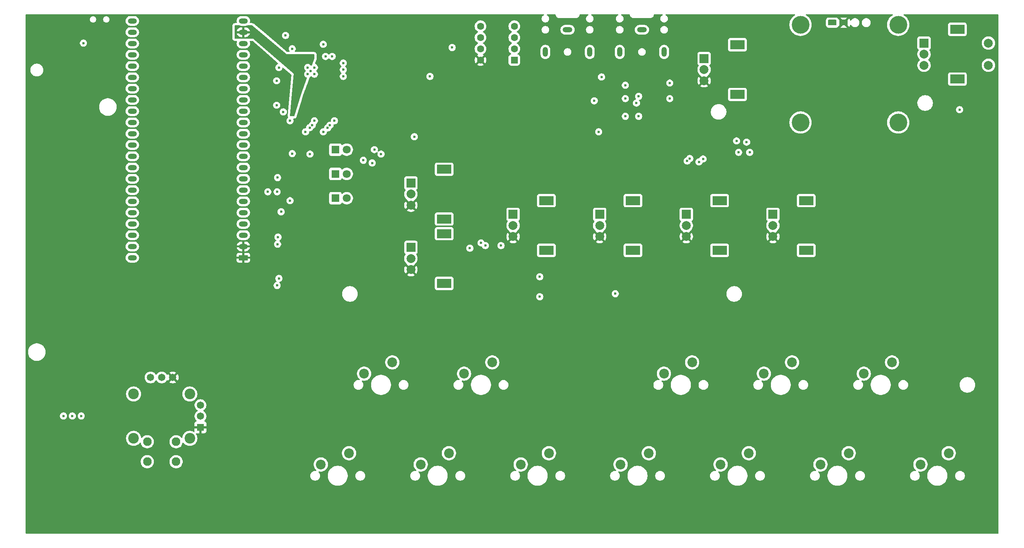
<source format=gbr>
%TF.GenerationSoftware,KiCad,Pcbnew,9.0.0*%
%TF.CreationDate,2026-01-06T01:29:00-05:00*%
%TF.ProjectId,NanoFreak,4e616e6f-4672-4656-916b-2e6b69636164,rev?*%
%TF.SameCoordinates,Original*%
%TF.FileFunction,Copper,L3,Inr*%
%TF.FilePolarity,Positive*%
%FSLAX46Y46*%
G04 Gerber Fmt 4.6, Leading zero omitted, Abs format (unit mm)*
G04 Created by KiCad (PCBNEW 9.0.0) date 2026-01-06 01:29:00*
%MOMM*%
%LPD*%
G01*
G04 APERTURE LIST*
G04 Aperture macros list*
%AMRoundRect*
0 Rectangle with rounded corners*
0 $1 Rounding radius*
0 $2 $3 $4 $5 $6 $7 $8 $9 X,Y pos of 4 corners*
0 Add a 4 corners polygon primitive as box body*
4,1,4,$2,$3,$4,$5,$6,$7,$8,$9,$2,$3,0*
0 Add four circle primitives for the rounded corners*
1,1,$1+$1,$2,$3*
1,1,$1+$1,$4,$5*
1,1,$1+$1,$6,$7*
1,1,$1+$1,$8,$9*
0 Add four rect primitives between the rounded corners*
20,1,$1+$1,$2,$3,$4,$5,0*
20,1,$1+$1,$4,$5,$6,$7,0*
20,1,$1+$1,$6,$7,$8,$9,0*
20,1,$1+$1,$8,$9,$2,$3,0*%
G04 Aperture macros list end*
%TA.AperFunction,ComponentPad*%
%ADD10C,2.200000*%
%TD*%
%TA.AperFunction,ComponentPad*%
%ADD11R,2.000000X2.000000*%
%TD*%
%TA.AperFunction,ComponentPad*%
%ADD12C,2.000000*%
%TD*%
%TA.AperFunction,ComponentPad*%
%ADD13R,3.200000X2.000000*%
%TD*%
%TA.AperFunction,ComponentPad*%
%ADD14R,1.800000X1.800000*%
%TD*%
%TA.AperFunction,ComponentPad*%
%ADD15C,1.800000*%
%TD*%
%TA.AperFunction,ComponentPad*%
%ADD16R,2.000000X1.200000*%
%TD*%
%TA.AperFunction,ComponentPad*%
%ADD17O,2.000000X1.200000*%
%TD*%
%TA.AperFunction,ComponentPad*%
%ADD18C,1.950000*%
%TD*%
%TA.AperFunction,ComponentPad*%
%ADD19C,2.400000*%
%TD*%
%TA.AperFunction,ComponentPad*%
%ADD20R,1.650000X1.650000*%
%TD*%
%TA.AperFunction,ComponentPad*%
%ADD21C,1.650000*%
%TD*%
%TA.AperFunction,WasherPad*%
%ADD22C,4.000000*%
%TD*%
%TA.AperFunction,ComponentPad*%
%ADD23RoundRect,0.190500X-0.762000X-0.444500X0.762000X-0.444500X0.762000X0.444500X-0.762000X0.444500X0*%
%TD*%
%TA.AperFunction,ComponentPad*%
%ADD24O,1.200000X2.200000*%
%TD*%
%TA.AperFunction,ComponentPad*%
%ADD25O,2.200000X1.200000*%
%TD*%
%TA.AperFunction,ComponentPad*%
%ADD26RoundRect,0.250000X0.550000X0.550000X-0.550000X0.550000X-0.550000X-0.550000X0.550000X-0.550000X0*%
%TD*%
%TA.AperFunction,ComponentPad*%
%ADD27C,1.600000*%
%TD*%
%TA.AperFunction,ViaPad*%
%ADD28C,0.600000*%
%TD*%
G04 APERTURE END LIST*
D10*
%TO.N,Net-(U5-GPB1)*%
%TO.C,SW11*%
X171540000Y-100420000D03*
%TO.N,GND*%
X165190000Y-102960000D03*
%TD*%
D11*
%TO.N,GND*%
%TO.C,RV2*%
X150725000Y-67080000D03*
D12*
%TO.N,Decay*%
X150725000Y-69580000D03*
%TO.N,+3.3V*%
X150725000Y-72080000D03*
D13*
%TO.N,N/C*%
X158225000Y-63980000D03*
X158225000Y-75180000D03*
%TD*%
D11*
%TO.N,GND*%
%TO.C,RV5*%
X108225000Y-60025000D03*
D12*
%TO.N,Cutoff*%
X108225000Y-62525000D03*
%TO.N,+3.3V*%
X108225000Y-65025000D03*
D13*
%TO.N,N/C*%
X115725000Y-56925000D03*
X115725000Y-68125000D03*
%TD*%
D10*
%TO.N,Net-(U5-GPB0)*%
%TO.C,SW12*%
X184290000Y-120880000D03*
%TO.N,GND*%
X177940000Y-123420000D03*
%TD*%
%TO.N,Net-(U5-GPB2)*%
%TO.C,SW14*%
X206790000Y-120880000D03*
%TO.N,GND*%
X200440000Y-123420000D03*
%TD*%
D14*
%TO.N,GND*%
%TO.C,D7*%
X91230000Y-63440000D03*
D15*
%TO.N,Net-(D7-A)*%
X93770000Y-63440000D03*
%TD*%
D11*
%TO.N,GND*%
%TO.C,RV3*%
X170225000Y-67080000D03*
D12*
%TO.N,Sustain*%
X170225000Y-69580000D03*
%TO.N,+3.3V*%
X170225000Y-72080000D03*
D13*
%TO.N,N/C*%
X177725000Y-63980000D03*
X177725000Y-75180000D03*
%TD*%
D11*
%TO.N,GND*%
%TO.C,RV4*%
X189725000Y-67080000D03*
D12*
%TO.N,Release*%
X189725000Y-69580000D03*
%TO.N,+3.3V*%
X189725000Y-72080000D03*
D13*
%TO.N,N/C*%
X197225000Y-63980000D03*
X197225000Y-75180000D03*
%TD*%
D10*
%TO.N,Net-(U5-GPA3)*%
%TO.C,SW5*%
X94290000Y-120880000D03*
%TO.N,GND*%
X87940000Y-123420000D03*
%TD*%
%TO.N,Net-(U5-GPB5)*%
%TO.C,SW15*%
X216540000Y-100420000D03*
%TO.N,GND*%
X210190000Y-102960000D03*
%TD*%
%TO.N,Net-(U5-GPB4)*%
%TO.C,SW16*%
X229290000Y-120880000D03*
%TO.N,GND*%
X222940000Y-123420000D03*
%TD*%
D16*
%TO.N,+3.3V*%
%TO.C,U1*%
X70496320Y-76837280D03*
D17*
X70496320Y-74297280D03*
%TO.N,unconnected-(U1-CHIP_PU-Pad3)*%
X70496320Y-71757280D03*
%TO.N,Sustain*%
X70496320Y-69217280D03*
%TO.N,Release*%
X70496320Y-66677280D03*
%TO.N,Cutoff*%
X70496320Y-64137280D03*
%TO.N,Resonance*%
X70496320Y-61597280D03*
%TO.N,MIDI IN*%
X70496320Y-59057280D03*
%TO.N,Rotary A*%
X70496320Y-56517280D03*
%TO.N,STICKX*%
X70496320Y-53977280D03*
%TO.N,STICKY*%
X70496320Y-51437280D03*
%TO.N,Volume*%
X70496320Y-48897280D03*
%TO.N,unconnected-(U1-GPIO3{slash}ADC1_CH2-Pad13)*%
X70496320Y-46357280D03*
%TO.N,unconnected-(U1-GPIO46-Pad14)*%
X70496320Y-43817280D03*
%TO.N,Shift Key*%
X70496320Y-41277280D03*
%TO.N,OCT +*%
X70496320Y-38737280D03*
%TO.N,OCT -*%
X70496320Y-36197280D03*
%TO.N,unconnected-(U1-GPIO12{slash}ADC2_CH1-Pad18)*%
X70496320Y-33657280D03*
%TO.N,unconnected-(U1-GPIO13{slash}ADC2_CH2-Pad19)*%
X70496320Y-31117280D03*
%TO.N,unconnected-(U1-GPIO14{slash}ADC2_CH3-Pad20)*%
X70500000Y-28580000D03*
%TO.N,+5V*%
X70500000Y-26040000D03*
%TO.N,GND*%
X70500000Y-23500000D03*
X45496320Y-23497280D03*
X45496320Y-26037280D03*
%TO.N,unconnected-(U1-GPIO19{slash}USB_D--Pad25)*%
X45496320Y-28577280D03*
%TO.N,unconnected-(U1-GPIO20{slash}USB_D+-Pad26)*%
X45496320Y-31117280D03*
%TO.N,DIN*%
X45496320Y-33657280D03*
%TO.N,CLK*%
X45496320Y-36197280D03*
%TO.N,unconnected-(U1-GPIO48-Pad29)*%
X45496320Y-38737280D03*
%TO.N,unconnected-(U1-GPIO45-Pad30)*%
X45496320Y-41277280D03*
%TO.N,unconnected-(U1-GPIO0-Pad31)*%
X45496320Y-43817280D03*
%TO.N,BCK*%
X45496320Y-46357280D03*
%TO.N,LRCK*%
X45496320Y-48897280D03*
%TO.N,CMD*%
X45496320Y-51437280D03*
%TO.N,DAT0*%
X45496320Y-53977280D03*
%TO.N,I2C SCK*%
X45496320Y-56517280D03*
%TO.N,I2C SDA*%
X45496320Y-59057280D03*
%TO.N,Rotary B*%
X45496320Y-61597280D03*
%TO.N,Rotary SW*%
X45496320Y-64137280D03*
%TO.N,Decay*%
X45496320Y-66677280D03*
%TO.N,Attack*%
X45496320Y-69217280D03*
%TO.N,unconnected-(U1-GPIO44{slash}U0RXD-Pad42)*%
X45496320Y-71757280D03*
%TO.N,unconnected-(U1-GPIO43{slash}U0TXD-Pad43)*%
X45496320Y-74297280D03*
%TO.N,GND*%
X45496320Y-76837280D03*
%TD*%
D18*
%TO.N,N/C*%
%TO.C,U7*%
X48862500Y-118300000D03*
X55362500Y-118300000D03*
X48862500Y-122800000D03*
X55362500Y-122800000D03*
D19*
X58437500Y-107550000D03*
X45787500Y-107550000D03*
X45787500Y-117550000D03*
X58437500Y-117550000D03*
D20*
%TO.N,+3.3V*%
X60842500Y-115050000D03*
D21*
%TO.N,STICKX*%
X60842500Y-112550000D03*
%TO.N,GND*%
X60842500Y-110050000D03*
%TO.N,+3.3V*%
X54612500Y-103820000D03*
%TO.N,STICKY*%
X52112500Y-103820000D03*
%TO.N,GND*%
X49612500Y-103820000D03*
%TD*%
D11*
%TO.N,GND*%
%TO.C,RV7*%
X174225000Y-31975000D03*
D12*
%TO.N,Volume*%
X174225000Y-34475000D03*
%TO.N,+3.3V*%
X174225000Y-36975000D03*
D13*
%TO.N,N/C*%
X181725000Y-28875000D03*
X181725000Y-40075000D03*
%TD*%
D10*
%TO.N,Net-(U5-GPA4)*%
%TO.C,SW8*%
X126540000Y-100420000D03*
%TO.N,GND*%
X120190000Y-102960000D03*
%TD*%
D22*
%TO.N,*%
%TO.C,U8*%
X195940000Y-24390000D03*
X195940000Y-46390000D03*
X217940000Y-24390000D03*
X217940000Y-46390000D03*
D23*
%TO.N,GND*%
X203110000Y-23890000D03*
%TO.N,+3.3V*%
X205650000Y-23890000D03*
%TD*%
D11*
%TO.N,Rotary A*%
%TO.C,SW1*%
X223750000Y-28500000D03*
D12*
%TO.N,Rotary B*%
X223750000Y-33500000D03*
%TO.N,GND*%
X223750000Y-31000000D03*
D13*
%TO.N,N/C*%
X231250000Y-25400000D03*
X231250000Y-36600000D03*
D12*
%TO.N,Rotary SW*%
X238250000Y-33500000D03*
%TO.N,GND*%
X238250000Y-28500000D03*
%TD*%
D10*
%TO.N,Net-(U5-GPA5)*%
%TO.C,SW6*%
X104040000Y-100420000D03*
%TO.N,GND*%
X97690000Y-102960000D03*
%TD*%
%TO.N,Net-(U5-GPA1)*%
%TO.C,SW9*%
X139290000Y-120880000D03*
%TO.N,GND*%
X132940000Y-123420000D03*
%TD*%
D11*
%TO.N,GND*%
%TO.C,RV6*%
X108225000Y-74525000D03*
D12*
%TO.N,Resonance*%
X108225000Y-77025000D03*
%TO.N,+3.3V*%
X108225000Y-79525000D03*
D13*
%TO.N,N/C*%
X115725000Y-71425000D03*
X115725000Y-82625000D03*
%TD*%
D10*
%TO.N,Net-(U5-GPA2)*%
%TO.C,SW7*%
X116790000Y-120880000D03*
%TO.N,GND*%
X110440000Y-123420000D03*
%TD*%
D24*
%TO.N,Net-(D4-A)*%
%TO.C,J2*%
X148500000Y-30500000D03*
D25*
%TO.N,unconnected-(J2-PadS)*%
X143500000Y-25500000D03*
D24*
%TO.N,Net-(J2-PadT)*%
X138500000Y-30500000D03*
%TD*%
D10*
%TO.N,Net-(U5-GPA0)*%
%TO.C,SW10*%
X161790000Y-120880000D03*
%TO.N,GND*%
X155440000Y-123420000D03*
%TD*%
D14*
%TO.N,GND*%
%TO.C,D6*%
X91230000Y-57970000D03*
D15*
%TO.N,Net-(D6-A)*%
X93770000Y-57970000D03*
%TD*%
D26*
%TO.N,unconnected-(U4-NC-Pad1)*%
%TO.C,U4*%
X131500000Y-32310000D03*
D27*
%TO.N,Net-(D4-K)*%
X131500000Y-29770000D03*
%TO.N,Net-(D4-A)*%
X131500000Y-27230000D03*
%TO.N,unconnected-(U4-NC-Pad4)*%
X131500000Y-24690000D03*
%TO.N,GND*%
X123880000Y-24690000D03*
%TO.N,MIDI IN*%
X123880000Y-27230000D03*
%TO.N,Net-(U4-VO1)*%
X123880000Y-29770000D03*
%TO.N,+3.3V*%
X123880000Y-32310000D03*
%TD*%
D24*
%TO.N,Net-(C3-Pad1)*%
%TO.C,J1*%
X165230000Y-30500000D03*
D25*
%TO.N,GND*%
X160230000Y-25500000D03*
D24*
%TO.N,Net-(C4-Pad1)*%
X155230000Y-30500000D03*
%TD*%
D10*
%TO.N,Net-(U5-GPB3)*%
%TO.C,SW13*%
X194040000Y-100420000D03*
%TO.N,GND*%
X187690000Y-102960000D03*
%TD*%
D14*
%TO.N,GND*%
%TO.C,D5*%
X91230000Y-52500000D03*
D15*
%TO.N,Net-(D5-A)*%
X93770000Y-52500000D03*
%TD*%
D11*
%TO.N,GND*%
%TO.C,RV1*%
X131225000Y-67080000D03*
D12*
%TO.N,Attack*%
X131225000Y-69580000D03*
%TO.N,+3.3V*%
X131225000Y-72080000D03*
D13*
%TO.N,N/C*%
X138725000Y-63980000D03*
X138725000Y-75180000D03*
%TD*%
D28*
%TO.N,Net-(BT1-+)*%
X34500000Y-28500000D03*
%TO.N,+3.3V*%
X78500000Y-35500000D03*
X152500000Y-48500000D03*
X166500000Y-42500000D03*
X85275000Y-30000000D03*
X103175000Y-42825000D03*
X151137500Y-37862500D03*
X163637500Y-38000000D03*
X159230000Y-84920000D03*
X117500000Y-27500000D03*
X108000000Y-36500000D03*
X89150000Y-40650000D03*
X113825000Y-42825000D03*
X137230000Y-84135000D03*
%TO.N,LRCK*%
X89487851Y-47614579D03*
X85434313Y-47565687D03*
%TO.N,DIN*%
X81000000Y-46000000D03*
X79500000Y-44000000D03*
X86000000Y-47000000D03*
X90000000Y-47000000D03*
%TO.N,BCK*%
X86500000Y-46000000D03*
X91000000Y-46000000D03*
%TO.N,Net-(U3-CE)*%
X89000000Y-31500000D03*
X90500000Y-31500000D03*
%TO.N,Resonance*%
X78100000Y-62000000D03*
X76000000Y-62000000D03*
%TO.N,Sustain*%
X170225000Y-69580000D03*
X124000000Y-73500000D03*
%TO.N,Attack*%
X121500000Y-74700000D03*
%TO.N,Release*%
X79000000Y-66500000D03*
X189725000Y-69580000D03*
%TO.N,Decay*%
X128500000Y-74100000D03*
X125000000Y-74100000D03*
%TO.N,+5V*%
X86000000Y-31500000D03*
X85000000Y-31500000D03*
X81500000Y-44500000D03*
X81500000Y-32500000D03*
%TO.N,I2C SDA*%
X184500000Y-53100000D03*
X183810000Y-50810000D03*
%TO.N,Volume*%
X88500000Y-48500000D03*
X84500000Y-48500000D03*
%TO.N,I2C SCK*%
X181540000Y-50540000D03*
X182000000Y-53100000D03*
%TO.N,Cutoff*%
X81000000Y-64000000D03*
%TO.N,GND*%
X156500000Y-45000000D03*
X78500000Y-34000000D03*
X156500000Y-38000000D03*
X78000000Y-37000000D03*
X156500000Y-41000000D03*
X81500000Y-29775000D03*
X30000000Y-112500000D03*
X166500000Y-37500000D03*
X86500000Y-34000000D03*
X93000000Y-36000000D03*
X137230000Y-81135000D03*
X117500000Y-29500000D03*
X93000000Y-33000000D03*
X159500000Y-45000000D03*
X93000000Y-34500000D03*
X150500000Y-48500000D03*
X149500000Y-41500000D03*
X151137500Y-36137500D03*
X80000000Y-26775000D03*
X88500000Y-28775000D03*
X78200000Y-58800000D03*
X78200000Y-73800000D03*
X159000000Y-42000000D03*
X159500000Y-40500000D03*
X85000000Y-35500000D03*
X112500000Y-36000000D03*
X32000000Y-112500000D03*
X166500000Y-41000000D03*
X231750000Y-43500000D03*
X85000000Y-34000000D03*
X34000000Y-112500000D03*
X86500000Y-35500000D03*
X137230000Y-85635000D03*
X85605000Y-34757500D03*
X154230000Y-84960000D03*
X78100000Y-83100000D03*
%TO.N,Net-(U5-GPB7)*%
X100000000Y-52500000D03*
X101500000Y-53500000D03*
%TO.N,Net-(U5-GPB6)*%
X97500000Y-54900000D03*
X99500000Y-55500000D03*
%TO.N,Shift Key*%
X78000000Y-42500000D03*
X173074265Y-55274265D03*
X170434313Y-55065687D03*
X109000000Y-49600000D03*
%TO.N,Rotary A*%
X81500000Y-53400000D03*
X85500000Y-53500000D03*
%TO.N,OCT +*%
X78300000Y-72200000D03*
%TO.N,OCT -*%
X78500000Y-81500000D03*
%TO.N,Rotary SW*%
X174000000Y-54600000D03*
X171000000Y-54500000D03*
%TD*%
%TA.AperFunction,Conductor*%
%TO.N,+3.3V*%
G36*
X138135399Y-22019685D02*
G01*
X138181154Y-22072489D01*
X138191098Y-22141647D01*
X138162073Y-22205203D01*
X138115813Y-22238561D01*
X138097138Y-22246296D01*
X137957837Y-22339373D01*
X137839373Y-22457837D01*
X137746295Y-22597139D01*
X137682184Y-22751917D01*
X137682182Y-22751925D01*
X137649500Y-22916228D01*
X137649500Y-23083771D01*
X137682182Y-23248074D01*
X137682184Y-23248082D01*
X137746295Y-23402860D01*
X137839373Y-23542162D01*
X137957837Y-23660626D01*
X138037888Y-23714114D01*
X138097137Y-23753703D01*
X138097138Y-23753703D01*
X138097139Y-23753704D01*
X138100222Y-23754981D01*
X138251918Y-23817816D01*
X138381444Y-23843580D01*
X138416228Y-23850499D01*
X138416232Y-23850500D01*
X138416233Y-23850500D01*
X138583768Y-23850500D01*
X138583769Y-23850499D01*
X138748082Y-23817816D01*
X138902863Y-23753703D01*
X139042162Y-23660626D01*
X139160626Y-23542162D01*
X139253703Y-23402863D01*
X139317816Y-23248082D01*
X139350500Y-23083767D01*
X139350500Y-22916233D01*
X139317816Y-22751918D01*
X139253703Y-22597137D01*
X139203888Y-22522584D01*
X139160626Y-22457837D01*
X139042162Y-22339373D01*
X138927349Y-22262658D01*
X138902863Y-22246297D01*
X138884187Y-22238561D01*
X138829784Y-22194720D01*
X138807719Y-22128426D01*
X138824998Y-22060727D01*
X138876135Y-22013116D01*
X138931640Y-22000000D01*
X140680094Y-22000000D01*
X140747133Y-22019685D01*
X140792888Y-22072489D01*
X140801711Y-22099809D01*
X140834103Y-22262658D01*
X140834106Y-22262667D01*
X140901983Y-22426540D01*
X140901990Y-22426553D01*
X141000535Y-22574034D01*
X141000538Y-22574038D01*
X141125961Y-22699461D01*
X141125965Y-22699464D01*
X141273446Y-22798009D01*
X141273459Y-22798016D01*
X141370447Y-22838189D01*
X141437334Y-22865894D01*
X141437336Y-22865894D01*
X141437341Y-22865896D01*
X141611304Y-22900499D01*
X141611307Y-22900500D01*
X141611309Y-22900500D01*
X145388693Y-22900500D01*
X145388694Y-22900499D01*
X145468409Y-22884643D01*
X145562658Y-22865896D01*
X145562661Y-22865894D01*
X145562666Y-22865894D01*
X145726547Y-22798013D01*
X145874035Y-22699464D01*
X145999464Y-22574035D01*
X146098013Y-22426547D01*
X146165894Y-22262666D01*
X146169150Y-22246297D01*
X146198289Y-22099809D01*
X146230674Y-22037898D01*
X146291390Y-22003324D01*
X146319906Y-22000000D01*
X148068360Y-22000000D01*
X148135399Y-22019685D01*
X148181154Y-22072489D01*
X148191098Y-22141647D01*
X148162073Y-22205203D01*
X148115813Y-22238561D01*
X148097138Y-22246296D01*
X147957837Y-22339373D01*
X147839373Y-22457837D01*
X147746295Y-22597139D01*
X147682184Y-22751917D01*
X147682182Y-22751925D01*
X147649500Y-22916228D01*
X147649500Y-23083771D01*
X147682182Y-23248074D01*
X147682184Y-23248082D01*
X147746295Y-23402860D01*
X147839373Y-23542162D01*
X147957837Y-23660626D01*
X148037888Y-23714114D01*
X148097137Y-23753703D01*
X148097138Y-23753703D01*
X148097139Y-23753704D01*
X148100222Y-23754981D01*
X148251918Y-23817816D01*
X148381444Y-23843580D01*
X148416228Y-23850499D01*
X148416232Y-23850500D01*
X148416233Y-23850500D01*
X148583768Y-23850500D01*
X148583769Y-23850499D01*
X148748082Y-23817816D01*
X148902863Y-23753703D01*
X149042162Y-23660626D01*
X149160626Y-23542162D01*
X149253703Y-23402863D01*
X149317816Y-23248082D01*
X149350500Y-23083767D01*
X149350500Y-22916233D01*
X149317816Y-22751918D01*
X149253703Y-22597137D01*
X149203888Y-22522584D01*
X149160626Y-22457837D01*
X149042162Y-22339373D01*
X148927349Y-22262658D01*
X148902863Y-22246297D01*
X148884187Y-22238561D01*
X148829784Y-22194720D01*
X148807719Y-22128426D01*
X148824998Y-22060727D01*
X148876135Y-22013116D01*
X148931640Y-22000000D01*
X154798360Y-22000000D01*
X154865399Y-22019685D01*
X154911154Y-22072489D01*
X154921098Y-22141647D01*
X154892073Y-22205203D01*
X154845813Y-22238561D01*
X154827138Y-22246296D01*
X154687837Y-22339373D01*
X154569373Y-22457837D01*
X154476295Y-22597139D01*
X154412184Y-22751917D01*
X154412182Y-22751925D01*
X154379500Y-22916228D01*
X154379500Y-23083771D01*
X154412182Y-23248074D01*
X154412184Y-23248082D01*
X154476295Y-23402860D01*
X154569373Y-23542162D01*
X154687837Y-23660626D01*
X154767888Y-23714114D01*
X154827137Y-23753703D01*
X154827138Y-23753703D01*
X154827139Y-23753704D01*
X154830222Y-23754981D01*
X154981918Y-23817816D01*
X155111444Y-23843580D01*
X155146228Y-23850499D01*
X155146232Y-23850500D01*
X155146233Y-23850500D01*
X155313768Y-23850500D01*
X155313769Y-23850499D01*
X155478082Y-23817816D01*
X155632863Y-23753703D01*
X155772162Y-23660626D01*
X155890626Y-23542162D01*
X155983703Y-23402863D01*
X156047816Y-23248082D01*
X156080500Y-23083767D01*
X156080500Y-22916233D01*
X156047816Y-22751918D01*
X155983703Y-22597137D01*
X155933888Y-22522584D01*
X155890626Y-22457837D01*
X155772162Y-22339373D01*
X155657349Y-22262658D01*
X155632863Y-22246297D01*
X155614187Y-22238561D01*
X155559784Y-22194720D01*
X155537719Y-22128426D01*
X155554998Y-22060727D01*
X155606135Y-22013116D01*
X155661640Y-22000000D01*
X157410094Y-22000000D01*
X157477133Y-22019685D01*
X157522888Y-22072489D01*
X157531711Y-22099809D01*
X157564103Y-22262658D01*
X157564106Y-22262667D01*
X157631983Y-22426540D01*
X157631990Y-22426553D01*
X157730535Y-22574034D01*
X157730538Y-22574038D01*
X157855961Y-22699461D01*
X157855965Y-22699464D01*
X158003446Y-22798009D01*
X158003459Y-22798016D01*
X158100447Y-22838189D01*
X158167334Y-22865894D01*
X158167336Y-22865894D01*
X158167341Y-22865896D01*
X158341304Y-22900499D01*
X158341307Y-22900500D01*
X158341309Y-22900500D01*
X162118693Y-22900500D01*
X162118694Y-22900499D01*
X162198409Y-22884643D01*
X162292658Y-22865896D01*
X162292661Y-22865894D01*
X162292666Y-22865894D01*
X162456547Y-22798013D01*
X162604035Y-22699464D01*
X162729464Y-22574035D01*
X162828013Y-22426547D01*
X162895894Y-22262666D01*
X162899150Y-22246297D01*
X162928289Y-22099809D01*
X162960674Y-22037898D01*
X163021390Y-22003324D01*
X163049906Y-22000000D01*
X164798360Y-22000000D01*
X164865399Y-22019685D01*
X164911154Y-22072489D01*
X164921098Y-22141647D01*
X164892073Y-22205203D01*
X164845813Y-22238561D01*
X164827138Y-22246296D01*
X164687837Y-22339373D01*
X164569373Y-22457837D01*
X164476295Y-22597139D01*
X164412184Y-22751917D01*
X164412182Y-22751925D01*
X164379500Y-22916228D01*
X164379500Y-23083771D01*
X164412182Y-23248074D01*
X164412184Y-23248082D01*
X164476295Y-23402860D01*
X164569373Y-23542162D01*
X164687837Y-23660626D01*
X164767888Y-23714114D01*
X164827137Y-23753703D01*
X164827138Y-23753703D01*
X164827139Y-23753704D01*
X164830222Y-23754981D01*
X164981918Y-23817816D01*
X165111444Y-23843580D01*
X165146228Y-23850499D01*
X165146232Y-23850500D01*
X165146233Y-23850500D01*
X165313768Y-23850500D01*
X165313769Y-23850499D01*
X165478082Y-23817816D01*
X165632863Y-23753703D01*
X165772162Y-23660626D01*
X165890626Y-23542162D01*
X165983703Y-23402863D01*
X166047816Y-23248082D01*
X166080500Y-23083767D01*
X166080500Y-22916233D01*
X166047816Y-22751918D01*
X165983703Y-22597137D01*
X165933888Y-22522584D01*
X165890626Y-22457837D01*
X165772162Y-22339373D01*
X165657349Y-22262658D01*
X165632863Y-22246297D01*
X165614187Y-22238561D01*
X165559784Y-22194720D01*
X165537719Y-22128426D01*
X165554998Y-22060727D01*
X165606135Y-22013116D01*
X165661640Y-22000000D01*
X194613344Y-22000000D01*
X194680383Y-22019685D01*
X194726138Y-22072489D01*
X194736082Y-22141647D01*
X194707057Y-22205203D01*
X194679316Y-22228994D01*
X194490753Y-22347476D01*
X194271175Y-22522583D01*
X194072583Y-22721175D01*
X193897476Y-22940753D01*
X193748053Y-23178557D01*
X193626200Y-23431588D01*
X193533443Y-23696670D01*
X193533439Y-23696682D01*
X193470945Y-23970487D01*
X193470942Y-23970505D01*
X193439500Y-24249568D01*
X193439500Y-24530431D01*
X193470942Y-24809494D01*
X193470945Y-24809512D01*
X193533439Y-25083317D01*
X193533443Y-25083329D01*
X193626200Y-25348411D01*
X193748053Y-25601442D01*
X193794275Y-25675004D01*
X193897477Y-25839248D01*
X193989539Y-25954690D01*
X194043624Y-26022511D01*
X194072584Y-26058825D01*
X194271175Y-26257416D01*
X194490752Y-26432523D01*
X194728555Y-26581945D01*
X194981592Y-26703801D01*
X195180680Y-26773465D01*
X195246670Y-26796556D01*
X195246682Y-26796560D01*
X195520491Y-26859055D01*
X195520497Y-26859055D01*
X195520505Y-26859057D01*
X195706547Y-26880018D01*
X195799569Y-26890499D01*
X195799572Y-26890500D01*
X195799575Y-26890500D01*
X196080428Y-26890500D01*
X196080429Y-26890499D01*
X196223055Y-26874429D01*
X196359494Y-26859057D01*
X196359499Y-26859056D01*
X196359509Y-26859055D01*
X196633318Y-26796560D01*
X196898408Y-26703801D01*
X197151445Y-26581945D01*
X197389248Y-26432523D01*
X197608825Y-26257416D01*
X197807416Y-26058825D01*
X197982523Y-25839248D01*
X198131945Y-25601445D01*
X198253801Y-25348408D01*
X198346560Y-25083318D01*
X198409055Y-24809509D01*
X198409594Y-24804731D01*
X198427084Y-24649500D01*
X198440500Y-24530425D01*
X198440500Y-24249575D01*
X198426195Y-24122617D01*
X198409057Y-23970505D01*
X198409054Y-23970487D01*
X198405794Y-23956206D01*
X198346560Y-23696682D01*
X198333943Y-23660626D01*
X198278374Y-23501817D01*
X198253801Y-23431592D01*
X198246330Y-23416079D01*
X198233605Y-23389655D01*
X201657000Y-23389655D01*
X201657000Y-24390354D01*
X201663325Y-24459966D01*
X201663328Y-24459977D01*
X201713247Y-24620175D01*
X201713249Y-24620179D01*
X201800056Y-24763777D01*
X201800060Y-24763782D01*
X201918717Y-24882439D01*
X201918722Y-24882443D01*
X202008608Y-24936780D01*
X202062322Y-24969251D01*
X202222529Y-25019173D01*
X202292153Y-25025500D01*
X203927846Y-25025499D01*
X203927853Y-25025499D01*
X203997466Y-25019174D01*
X203997469Y-25019173D01*
X203997471Y-25019173D01*
X204157678Y-24969251D01*
X204301283Y-24882439D01*
X204345683Y-24838038D01*
X204348882Y-24835251D01*
X204353170Y-24833277D01*
X205167037Y-24019410D01*
X205184075Y-24082993D01*
X205249901Y-24197007D01*
X205342993Y-24290099D01*
X205457007Y-24355925D01*
X205520589Y-24372962D01*
X204868551Y-25024998D01*
X204868552Y-25024999D01*
X206431447Y-25024999D01*
X206431447Y-25024998D01*
X205779410Y-24372962D01*
X205842993Y-24355925D01*
X205957007Y-24290099D01*
X206050099Y-24197007D01*
X206115925Y-24082993D01*
X206132962Y-24019410D01*
X206918283Y-24804731D01*
X206959542Y-24763471D01*
X206959545Y-24763467D01*
X207046289Y-24619973D01*
X207096175Y-24459880D01*
X207096916Y-24451733D01*
X207122585Y-24386749D01*
X207179312Y-24345959D01*
X207249087Y-24342313D01*
X207309756Y-24376969D01*
X207323510Y-24394060D01*
X207412860Y-24527781D01*
X207412863Y-24527785D01*
X207552214Y-24667136D01*
X207552218Y-24667139D01*
X207716079Y-24776628D01*
X207716092Y-24776635D01*
X207898160Y-24852049D01*
X207898165Y-24852051D01*
X207898169Y-24852051D01*
X207898170Y-24852052D01*
X208091456Y-24890500D01*
X208091459Y-24890500D01*
X208288543Y-24890500D01*
X208418582Y-24864632D01*
X208481835Y-24852051D01*
X208663914Y-24776632D01*
X208827782Y-24667139D01*
X208967139Y-24527782D01*
X209076632Y-24363914D01*
X209081514Y-24352129D01*
X209123992Y-24249575D01*
X209152051Y-24181835D01*
X209171712Y-24082993D01*
X209190500Y-23988543D01*
X209729499Y-23988543D01*
X209767947Y-24181829D01*
X209767950Y-24181839D01*
X209843364Y-24363907D01*
X209843371Y-24363920D01*
X209952860Y-24527781D01*
X209952863Y-24527785D01*
X210092214Y-24667136D01*
X210092218Y-24667139D01*
X210256079Y-24776628D01*
X210256092Y-24776635D01*
X210438160Y-24852049D01*
X210438165Y-24852051D01*
X210438169Y-24852051D01*
X210438170Y-24852052D01*
X210631456Y-24890500D01*
X210631459Y-24890500D01*
X210828543Y-24890500D01*
X210958582Y-24864632D01*
X211021835Y-24852051D01*
X211203914Y-24776632D01*
X211367782Y-24667139D01*
X211507139Y-24527782D01*
X211616632Y-24363914D01*
X211621514Y-24352129D01*
X211663992Y-24249575D01*
X211692051Y-24181835D01*
X211711712Y-24082993D01*
X211730500Y-23988543D01*
X211730500Y-23791456D01*
X211692052Y-23598170D01*
X211692051Y-23598169D01*
X211692051Y-23598165D01*
X211685767Y-23582993D01*
X211616635Y-23416092D01*
X211616628Y-23416079D01*
X211507139Y-23252218D01*
X211507136Y-23252214D01*
X211367785Y-23112863D01*
X211367781Y-23112860D01*
X211203920Y-23003371D01*
X211203907Y-23003364D01*
X211021839Y-22927950D01*
X211021829Y-22927947D01*
X210828543Y-22889500D01*
X210828541Y-22889500D01*
X210631459Y-22889500D01*
X210631457Y-22889500D01*
X210438170Y-22927947D01*
X210438160Y-22927950D01*
X210256092Y-23003364D01*
X210256079Y-23003371D01*
X210092218Y-23112860D01*
X210092214Y-23112863D01*
X209952863Y-23252214D01*
X209952860Y-23252218D01*
X209843371Y-23416079D01*
X209843364Y-23416092D01*
X209767950Y-23598160D01*
X209767947Y-23598170D01*
X209729500Y-23791456D01*
X209729500Y-23791459D01*
X209729500Y-23988541D01*
X209729500Y-23988543D01*
X209729499Y-23988543D01*
X209190500Y-23988543D01*
X209190500Y-23791456D01*
X209152052Y-23598170D01*
X209152051Y-23598169D01*
X209152051Y-23598165D01*
X209145767Y-23582993D01*
X209076635Y-23416092D01*
X209076628Y-23416079D01*
X208967139Y-23252218D01*
X208967136Y-23252214D01*
X208827785Y-23112863D01*
X208827781Y-23112860D01*
X208663920Y-23003371D01*
X208663907Y-23003364D01*
X208481839Y-22927950D01*
X208481829Y-22927947D01*
X208288543Y-22889500D01*
X208288541Y-22889500D01*
X208091459Y-22889500D01*
X208091457Y-22889500D01*
X207898170Y-22927947D01*
X207898160Y-22927950D01*
X207716092Y-23003364D01*
X207716079Y-23003371D01*
X207552218Y-23112860D01*
X207552214Y-23112863D01*
X207412863Y-23252214D01*
X207412860Y-23252218D01*
X207323511Y-23385938D01*
X207269899Y-23430743D01*
X207200574Y-23439450D01*
X207137546Y-23409295D01*
X207100827Y-23349852D01*
X207096918Y-23328267D01*
X207096178Y-23320124D01*
X207096176Y-23320116D01*
X207046291Y-23160029D01*
X207046290Y-23160027D01*
X206959545Y-23016532D01*
X206959542Y-23016528D01*
X206918283Y-22975269D01*
X206132962Y-23760589D01*
X206115925Y-23697007D01*
X206050099Y-23582993D01*
X205957007Y-23489901D01*
X205842993Y-23424075D01*
X205779410Y-23407037D01*
X206431447Y-22755000D01*
X204868551Y-22755000D01*
X205520589Y-23407037D01*
X205457007Y-23424075D01*
X205342993Y-23489901D01*
X205249901Y-23582993D01*
X205184075Y-23697007D01*
X205167037Y-23760589D01*
X204358170Y-22951722D01*
X204348882Y-22944749D01*
X204345682Y-22941960D01*
X204301283Y-22897561D01*
X204279920Y-22884647D01*
X204279916Y-22884643D01*
X204157680Y-22810750D01*
X204157679Y-22810749D01*
X204157678Y-22810749D01*
X203997471Y-22760827D01*
X203997469Y-22760826D01*
X203997467Y-22760826D01*
X203948721Y-22756396D01*
X203927847Y-22754500D01*
X203927844Y-22754500D01*
X202292145Y-22754500D01*
X202222533Y-22760825D01*
X202222522Y-22760828D01*
X202062324Y-22810747D01*
X202062320Y-22810749D01*
X201918722Y-22897556D01*
X201918717Y-22897560D01*
X201800060Y-23016217D01*
X201800056Y-23016222D01*
X201713250Y-23159819D01*
X201713249Y-23159821D01*
X201713249Y-23159822D01*
X201707412Y-23178555D01*
X201663326Y-23320032D01*
X201657000Y-23389655D01*
X198233605Y-23389655D01*
X198131946Y-23178557D01*
X198120172Y-23159819D01*
X197982523Y-22940752D01*
X197807416Y-22721175D01*
X197608825Y-22522584D01*
X197576016Y-22496420D01*
X197488406Y-22426553D01*
X197389248Y-22347477D01*
X197200684Y-22228994D01*
X197154393Y-22176659D01*
X197143745Y-22107606D01*
X197172120Y-22043757D01*
X197230510Y-22005385D01*
X197266656Y-22000000D01*
X216613344Y-22000000D01*
X216680383Y-22019685D01*
X216726138Y-22072489D01*
X216736082Y-22141647D01*
X216707057Y-22205203D01*
X216679316Y-22228994D01*
X216490753Y-22347476D01*
X216271175Y-22522583D01*
X216072583Y-22721175D01*
X215897476Y-22940753D01*
X215748053Y-23178557D01*
X215626200Y-23431588D01*
X215533443Y-23696670D01*
X215533439Y-23696682D01*
X215470945Y-23970487D01*
X215470942Y-23970505D01*
X215439500Y-24249568D01*
X215439500Y-24530431D01*
X215470942Y-24809494D01*
X215470945Y-24809512D01*
X215533439Y-25083317D01*
X215533443Y-25083329D01*
X215626200Y-25348411D01*
X215748053Y-25601442D01*
X215794275Y-25675004D01*
X215897477Y-25839248D01*
X215989539Y-25954690D01*
X216043624Y-26022511D01*
X216072584Y-26058825D01*
X216271175Y-26257416D01*
X216490752Y-26432523D01*
X216728555Y-26581945D01*
X216981592Y-26703801D01*
X217180680Y-26773465D01*
X217246670Y-26796556D01*
X217246682Y-26796560D01*
X217520491Y-26859055D01*
X217520497Y-26859055D01*
X217520505Y-26859057D01*
X217706547Y-26880018D01*
X217799569Y-26890499D01*
X217799572Y-26890500D01*
X217799575Y-26890500D01*
X218080428Y-26890500D01*
X218080429Y-26890499D01*
X218223055Y-26874429D01*
X218359494Y-26859057D01*
X218359499Y-26859056D01*
X218359509Y-26859055D01*
X218633318Y-26796560D01*
X218898408Y-26703801D01*
X219151445Y-26581945D01*
X219389248Y-26432523D01*
X219608825Y-26257416D01*
X219807416Y-26058825D01*
X219982523Y-25839248D01*
X220131945Y-25601445D01*
X220253801Y-25348408D01*
X220346560Y-25083318D01*
X220409055Y-24809509D01*
X220409594Y-24804731D01*
X220427084Y-24649500D01*
X220440500Y-24530425D01*
X220440500Y-24352135D01*
X229149500Y-24352135D01*
X229149500Y-26447870D01*
X229149501Y-26447876D01*
X229155908Y-26507483D01*
X229206202Y-26642328D01*
X229206206Y-26642335D01*
X229292452Y-26757544D01*
X229292455Y-26757547D01*
X229407664Y-26843793D01*
X229407671Y-26843797D01*
X229542517Y-26894091D01*
X229542516Y-26894091D01*
X229549444Y-26894835D01*
X229602127Y-26900500D01*
X232897872Y-26900499D01*
X232957483Y-26894091D01*
X233092331Y-26843796D01*
X233207546Y-26757546D01*
X233293796Y-26642331D01*
X233344091Y-26507483D01*
X233350500Y-26447873D01*
X233350499Y-24352128D01*
X233344091Y-24292517D01*
X233343189Y-24290099D01*
X233293797Y-24157671D01*
X233293793Y-24157664D01*
X233207547Y-24042455D01*
X233207544Y-24042452D01*
X233092335Y-23956206D01*
X233092328Y-23956202D01*
X232957482Y-23905908D01*
X232957483Y-23905908D01*
X232897883Y-23899501D01*
X232897881Y-23899500D01*
X232897873Y-23899500D01*
X232897864Y-23899500D01*
X229602129Y-23899500D01*
X229602123Y-23899501D01*
X229542516Y-23905908D01*
X229407671Y-23956202D01*
X229407664Y-23956206D01*
X229292455Y-24042452D01*
X229292452Y-24042455D01*
X229206206Y-24157664D01*
X229206202Y-24157671D01*
X229155908Y-24292517D01*
X229151159Y-24336694D01*
X229149501Y-24352123D01*
X229149500Y-24352135D01*
X220440500Y-24352135D01*
X220440500Y-24249575D01*
X220426195Y-24122617D01*
X220409057Y-23970505D01*
X220409054Y-23970487D01*
X220405794Y-23956206D01*
X220346560Y-23696682D01*
X220333943Y-23660626D01*
X220306778Y-23582993D01*
X220253801Y-23431592D01*
X220131945Y-23178555D01*
X219982523Y-22940752D01*
X219807416Y-22721175D01*
X219608825Y-22522584D01*
X219576016Y-22496420D01*
X219488406Y-22426553D01*
X219389248Y-22347477D01*
X219200684Y-22228994D01*
X219154393Y-22176659D01*
X219143745Y-22107606D01*
X219172120Y-22043757D01*
X219230510Y-22005385D01*
X219266656Y-22000000D01*
X240376000Y-22000000D01*
X240443039Y-22019685D01*
X240488794Y-22072489D01*
X240500000Y-22124000D01*
X240500000Y-138875500D01*
X240480315Y-138942539D01*
X240427511Y-138988294D01*
X240376000Y-138999500D01*
X21624000Y-138999500D01*
X21556961Y-138979815D01*
X21511206Y-138927011D01*
X21500000Y-138875500D01*
X21500000Y-125873389D01*
X85569500Y-125873389D01*
X85569500Y-126046611D01*
X85596598Y-126217701D01*
X85650127Y-126382445D01*
X85728768Y-126536788D01*
X85830586Y-126676928D01*
X85953072Y-126799414D01*
X86093212Y-126901232D01*
X86247555Y-126979873D01*
X86412299Y-127033402D01*
X86583389Y-127060500D01*
X86583390Y-127060500D01*
X86756610Y-127060500D01*
X86756611Y-127060500D01*
X86927701Y-127033402D01*
X87092445Y-126979873D01*
X87246788Y-126901232D01*
X87386928Y-126799414D01*
X87509414Y-126676928D01*
X87611232Y-126536788D01*
X87689873Y-126382445D01*
X87743402Y-126217701D01*
X87770500Y-126046611D01*
X87770500Y-125873389D01*
X87760854Y-125812486D01*
X89499500Y-125812486D01*
X89499500Y-126107513D01*
X89531571Y-126351113D01*
X89538007Y-126399993D01*
X89612212Y-126676930D01*
X89614361Y-126684951D01*
X89614364Y-126684961D01*
X89727254Y-126957500D01*
X89727258Y-126957510D01*
X89874761Y-127212993D01*
X90054352Y-127447040D01*
X90054358Y-127447047D01*
X90262952Y-127655641D01*
X90262959Y-127655647D01*
X90497006Y-127835238D01*
X90752489Y-127982741D01*
X90752490Y-127982741D01*
X90752493Y-127982743D01*
X91025048Y-128095639D01*
X91310007Y-128171993D01*
X91602494Y-128210500D01*
X91602501Y-128210500D01*
X91897499Y-128210500D01*
X91897506Y-128210500D01*
X92189993Y-128171993D01*
X92474952Y-128095639D01*
X92747507Y-127982743D01*
X93002994Y-127835238D01*
X93237042Y-127655646D01*
X93445646Y-127447042D01*
X93625238Y-127212994D01*
X93772743Y-126957507D01*
X93885639Y-126684952D01*
X93961993Y-126399993D01*
X94000500Y-126107506D01*
X94000500Y-125873389D01*
X95729500Y-125873389D01*
X95729500Y-126046611D01*
X95756598Y-126217701D01*
X95810127Y-126382445D01*
X95888768Y-126536788D01*
X95990586Y-126676928D01*
X96113072Y-126799414D01*
X96253212Y-126901232D01*
X96407555Y-126979873D01*
X96572299Y-127033402D01*
X96743389Y-127060500D01*
X96743390Y-127060500D01*
X96916610Y-127060500D01*
X96916611Y-127060500D01*
X97087701Y-127033402D01*
X97252445Y-126979873D01*
X97406788Y-126901232D01*
X97546928Y-126799414D01*
X97669414Y-126676928D01*
X97771232Y-126536788D01*
X97849873Y-126382445D01*
X97903402Y-126217701D01*
X97930500Y-126046611D01*
X97930500Y-125873389D01*
X108069500Y-125873389D01*
X108069500Y-126046611D01*
X108096598Y-126217701D01*
X108150127Y-126382445D01*
X108228768Y-126536788D01*
X108330586Y-126676928D01*
X108453072Y-126799414D01*
X108593212Y-126901232D01*
X108747555Y-126979873D01*
X108912299Y-127033402D01*
X109083389Y-127060500D01*
X109083390Y-127060500D01*
X109256610Y-127060500D01*
X109256611Y-127060500D01*
X109427701Y-127033402D01*
X109592445Y-126979873D01*
X109746788Y-126901232D01*
X109886928Y-126799414D01*
X110009414Y-126676928D01*
X110111232Y-126536788D01*
X110189873Y-126382445D01*
X110243402Y-126217701D01*
X110270500Y-126046611D01*
X110270500Y-125873389D01*
X110260854Y-125812486D01*
X111999500Y-125812486D01*
X111999500Y-126107513D01*
X112031571Y-126351113D01*
X112038007Y-126399993D01*
X112112212Y-126676930D01*
X112114361Y-126684951D01*
X112114364Y-126684961D01*
X112227254Y-126957500D01*
X112227258Y-126957510D01*
X112374761Y-127212993D01*
X112554352Y-127447040D01*
X112554358Y-127447047D01*
X112762952Y-127655641D01*
X112762959Y-127655647D01*
X112997006Y-127835238D01*
X113252489Y-127982741D01*
X113252490Y-127982741D01*
X113252493Y-127982743D01*
X113525048Y-128095639D01*
X113810007Y-128171993D01*
X114102494Y-128210500D01*
X114102501Y-128210500D01*
X114397499Y-128210500D01*
X114397506Y-128210500D01*
X114689993Y-128171993D01*
X114974952Y-128095639D01*
X115247507Y-127982743D01*
X115502994Y-127835238D01*
X115737042Y-127655646D01*
X115945646Y-127447042D01*
X116125238Y-127212994D01*
X116272743Y-126957507D01*
X116385639Y-126684952D01*
X116461993Y-126399993D01*
X116500500Y-126107506D01*
X116500500Y-125873389D01*
X118229500Y-125873389D01*
X118229500Y-126046611D01*
X118256598Y-126217701D01*
X118310127Y-126382445D01*
X118388768Y-126536788D01*
X118490586Y-126676928D01*
X118613072Y-126799414D01*
X118753212Y-126901232D01*
X118907555Y-126979873D01*
X119072299Y-127033402D01*
X119243389Y-127060500D01*
X119243390Y-127060500D01*
X119416610Y-127060500D01*
X119416611Y-127060500D01*
X119587701Y-127033402D01*
X119752445Y-126979873D01*
X119906788Y-126901232D01*
X120046928Y-126799414D01*
X120169414Y-126676928D01*
X120271232Y-126536788D01*
X120349873Y-126382445D01*
X120403402Y-126217701D01*
X120430500Y-126046611D01*
X120430500Y-125873389D01*
X130569500Y-125873389D01*
X130569500Y-126046611D01*
X130596598Y-126217701D01*
X130650127Y-126382445D01*
X130728768Y-126536788D01*
X130830586Y-126676928D01*
X130953072Y-126799414D01*
X131093212Y-126901232D01*
X131247555Y-126979873D01*
X131412299Y-127033402D01*
X131583389Y-127060500D01*
X131583390Y-127060500D01*
X131756610Y-127060500D01*
X131756611Y-127060500D01*
X131927701Y-127033402D01*
X132092445Y-126979873D01*
X132246788Y-126901232D01*
X132386928Y-126799414D01*
X132509414Y-126676928D01*
X132611232Y-126536788D01*
X132689873Y-126382445D01*
X132743402Y-126217701D01*
X132770500Y-126046611D01*
X132770500Y-125873389D01*
X132760854Y-125812486D01*
X134499500Y-125812486D01*
X134499500Y-126107513D01*
X134531571Y-126351113D01*
X134538007Y-126399993D01*
X134612212Y-126676930D01*
X134614361Y-126684951D01*
X134614364Y-126684961D01*
X134727254Y-126957500D01*
X134727258Y-126957510D01*
X134874761Y-127212993D01*
X135054352Y-127447040D01*
X135054358Y-127447047D01*
X135262952Y-127655641D01*
X135262959Y-127655647D01*
X135497006Y-127835238D01*
X135752489Y-127982741D01*
X135752490Y-127982741D01*
X135752493Y-127982743D01*
X136025048Y-128095639D01*
X136310007Y-128171993D01*
X136602494Y-128210500D01*
X136602501Y-128210500D01*
X136897499Y-128210500D01*
X136897506Y-128210500D01*
X137189993Y-128171993D01*
X137474952Y-128095639D01*
X137747507Y-127982743D01*
X138002994Y-127835238D01*
X138237042Y-127655646D01*
X138445646Y-127447042D01*
X138625238Y-127212994D01*
X138772743Y-126957507D01*
X138885639Y-126684952D01*
X138961993Y-126399993D01*
X139000500Y-126107506D01*
X139000500Y-125873389D01*
X140729500Y-125873389D01*
X140729500Y-126046611D01*
X140756598Y-126217701D01*
X140810127Y-126382445D01*
X140888768Y-126536788D01*
X140990586Y-126676928D01*
X141113072Y-126799414D01*
X141253212Y-126901232D01*
X141407555Y-126979873D01*
X141572299Y-127033402D01*
X141743389Y-127060500D01*
X141743390Y-127060500D01*
X141916610Y-127060500D01*
X141916611Y-127060500D01*
X142087701Y-127033402D01*
X142252445Y-126979873D01*
X142406788Y-126901232D01*
X142546928Y-126799414D01*
X142669414Y-126676928D01*
X142771232Y-126536788D01*
X142849873Y-126382445D01*
X142903402Y-126217701D01*
X142930500Y-126046611D01*
X142930500Y-125873389D01*
X153069500Y-125873389D01*
X153069500Y-126046611D01*
X153096598Y-126217701D01*
X153150127Y-126382445D01*
X153228768Y-126536788D01*
X153330586Y-126676928D01*
X153453072Y-126799414D01*
X153593212Y-126901232D01*
X153747555Y-126979873D01*
X153912299Y-127033402D01*
X154083389Y-127060500D01*
X154083390Y-127060500D01*
X154256610Y-127060500D01*
X154256611Y-127060500D01*
X154427701Y-127033402D01*
X154592445Y-126979873D01*
X154746788Y-126901232D01*
X154886928Y-126799414D01*
X155009414Y-126676928D01*
X155111232Y-126536788D01*
X155189873Y-126382445D01*
X155243402Y-126217701D01*
X155270500Y-126046611D01*
X155270500Y-125873389D01*
X155260854Y-125812486D01*
X156999500Y-125812486D01*
X156999500Y-126107513D01*
X157031571Y-126351113D01*
X157038007Y-126399993D01*
X157112212Y-126676930D01*
X157114361Y-126684951D01*
X157114364Y-126684961D01*
X157227254Y-126957500D01*
X157227258Y-126957510D01*
X157374761Y-127212993D01*
X157554352Y-127447040D01*
X157554358Y-127447047D01*
X157762952Y-127655641D01*
X157762959Y-127655647D01*
X157997006Y-127835238D01*
X158252489Y-127982741D01*
X158252490Y-127982741D01*
X158252493Y-127982743D01*
X158525048Y-128095639D01*
X158810007Y-128171993D01*
X159102494Y-128210500D01*
X159102501Y-128210500D01*
X159397499Y-128210500D01*
X159397506Y-128210500D01*
X159689993Y-128171993D01*
X159974952Y-128095639D01*
X160247507Y-127982743D01*
X160502994Y-127835238D01*
X160737042Y-127655646D01*
X160945646Y-127447042D01*
X161125238Y-127212994D01*
X161272743Y-126957507D01*
X161385639Y-126684952D01*
X161461993Y-126399993D01*
X161500500Y-126107506D01*
X161500500Y-125873389D01*
X163229500Y-125873389D01*
X163229500Y-126046611D01*
X163256598Y-126217701D01*
X163310127Y-126382445D01*
X163388768Y-126536788D01*
X163490586Y-126676928D01*
X163613072Y-126799414D01*
X163753212Y-126901232D01*
X163907555Y-126979873D01*
X164072299Y-127033402D01*
X164243389Y-127060500D01*
X164243390Y-127060500D01*
X164416610Y-127060500D01*
X164416611Y-127060500D01*
X164587701Y-127033402D01*
X164752445Y-126979873D01*
X164906788Y-126901232D01*
X165046928Y-126799414D01*
X165169414Y-126676928D01*
X165271232Y-126536788D01*
X165349873Y-126382445D01*
X165403402Y-126217701D01*
X165430500Y-126046611D01*
X165430500Y-125873389D01*
X175569500Y-125873389D01*
X175569500Y-126046611D01*
X175596598Y-126217701D01*
X175650127Y-126382445D01*
X175728768Y-126536788D01*
X175830586Y-126676928D01*
X175953072Y-126799414D01*
X176093212Y-126901232D01*
X176247555Y-126979873D01*
X176412299Y-127033402D01*
X176583389Y-127060500D01*
X176583390Y-127060500D01*
X176756610Y-127060500D01*
X176756611Y-127060500D01*
X176927701Y-127033402D01*
X177092445Y-126979873D01*
X177246788Y-126901232D01*
X177386928Y-126799414D01*
X177509414Y-126676928D01*
X177611232Y-126536788D01*
X177689873Y-126382445D01*
X177743402Y-126217701D01*
X177770500Y-126046611D01*
X177770500Y-125873389D01*
X177760854Y-125812486D01*
X179499500Y-125812486D01*
X179499500Y-126107513D01*
X179531571Y-126351113D01*
X179538007Y-126399993D01*
X179612212Y-126676930D01*
X179614361Y-126684951D01*
X179614364Y-126684961D01*
X179727254Y-126957500D01*
X179727258Y-126957510D01*
X179874761Y-127212993D01*
X180054352Y-127447040D01*
X180054358Y-127447047D01*
X180262952Y-127655641D01*
X180262959Y-127655647D01*
X180497006Y-127835238D01*
X180752489Y-127982741D01*
X180752490Y-127982741D01*
X180752493Y-127982743D01*
X181025048Y-128095639D01*
X181310007Y-128171993D01*
X181602494Y-128210500D01*
X181602501Y-128210500D01*
X181897499Y-128210500D01*
X181897506Y-128210500D01*
X182189993Y-128171993D01*
X182474952Y-128095639D01*
X182747507Y-127982743D01*
X183002994Y-127835238D01*
X183237042Y-127655646D01*
X183445646Y-127447042D01*
X183625238Y-127212994D01*
X183772743Y-126957507D01*
X183885639Y-126684952D01*
X183961993Y-126399993D01*
X184000500Y-126107506D01*
X184000500Y-125873389D01*
X185729500Y-125873389D01*
X185729500Y-126046611D01*
X185756598Y-126217701D01*
X185810127Y-126382445D01*
X185888768Y-126536788D01*
X185990586Y-126676928D01*
X186113072Y-126799414D01*
X186253212Y-126901232D01*
X186407555Y-126979873D01*
X186572299Y-127033402D01*
X186743389Y-127060500D01*
X186743390Y-127060500D01*
X186916610Y-127060500D01*
X186916611Y-127060500D01*
X187087701Y-127033402D01*
X187252445Y-126979873D01*
X187406788Y-126901232D01*
X187546928Y-126799414D01*
X187669414Y-126676928D01*
X187771232Y-126536788D01*
X187849873Y-126382445D01*
X187903402Y-126217701D01*
X187930500Y-126046611D01*
X187930500Y-125873389D01*
X198069500Y-125873389D01*
X198069500Y-126046611D01*
X198096598Y-126217701D01*
X198150127Y-126382445D01*
X198228768Y-126536788D01*
X198330586Y-126676928D01*
X198453072Y-126799414D01*
X198593212Y-126901232D01*
X198747555Y-126979873D01*
X198912299Y-127033402D01*
X199083389Y-127060500D01*
X199083390Y-127060500D01*
X199256610Y-127060500D01*
X199256611Y-127060500D01*
X199427701Y-127033402D01*
X199592445Y-126979873D01*
X199746788Y-126901232D01*
X199886928Y-126799414D01*
X200009414Y-126676928D01*
X200111232Y-126536788D01*
X200189873Y-126382445D01*
X200243402Y-126217701D01*
X200270500Y-126046611D01*
X200270500Y-125873389D01*
X200260854Y-125812486D01*
X201999500Y-125812486D01*
X201999500Y-126107513D01*
X202031571Y-126351113D01*
X202038007Y-126399993D01*
X202112212Y-126676930D01*
X202114361Y-126684951D01*
X202114364Y-126684961D01*
X202227254Y-126957500D01*
X202227258Y-126957510D01*
X202374761Y-127212993D01*
X202554352Y-127447040D01*
X202554358Y-127447047D01*
X202762952Y-127655641D01*
X202762959Y-127655647D01*
X202997006Y-127835238D01*
X203252489Y-127982741D01*
X203252490Y-127982741D01*
X203252493Y-127982743D01*
X203525048Y-128095639D01*
X203810007Y-128171993D01*
X204102494Y-128210500D01*
X204102501Y-128210500D01*
X204397499Y-128210500D01*
X204397506Y-128210500D01*
X204689993Y-128171993D01*
X204974952Y-128095639D01*
X205247507Y-127982743D01*
X205502994Y-127835238D01*
X205737042Y-127655646D01*
X205945646Y-127447042D01*
X206125238Y-127212994D01*
X206272743Y-126957507D01*
X206385639Y-126684952D01*
X206461993Y-126399993D01*
X206500500Y-126107506D01*
X206500500Y-125873389D01*
X208229500Y-125873389D01*
X208229500Y-126046611D01*
X208256598Y-126217701D01*
X208310127Y-126382445D01*
X208388768Y-126536788D01*
X208490586Y-126676928D01*
X208613072Y-126799414D01*
X208753212Y-126901232D01*
X208907555Y-126979873D01*
X209072299Y-127033402D01*
X209243389Y-127060500D01*
X209243390Y-127060500D01*
X209416610Y-127060500D01*
X209416611Y-127060500D01*
X209587701Y-127033402D01*
X209752445Y-126979873D01*
X209906788Y-126901232D01*
X210046928Y-126799414D01*
X210169414Y-126676928D01*
X210271232Y-126536788D01*
X210349873Y-126382445D01*
X210403402Y-126217701D01*
X210430500Y-126046611D01*
X210430500Y-125873389D01*
X220569500Y-125873389D01*
X220569500Y-126046611D01*
X220596598Y-126217701D01*
X220650127Y-126382445D01*
X220728768Y-126536788D01*
X220830586Y-126676928D01*
X220953072Y-126799414D01*
X221093212Y-126901232D01*
X221247555Y-126979873D01*
X221412299Y-127033402D01*
X221583389Y-127060500D01*
X221583390Y-127060500D01*
X221756610Y-127060500D01*
X221756611Y-127060500D01*
X221927701Y-127033402D01*
X222092445Y-126979873D01*
X222246788Y-126901232D01*
X222386928Y-126799414D01*
X222509414Y-126676928D01*
X222611232Y-126536788D01*
X222689873Y-126382445D01*
X222743402Y-126217701D01*
X222770500Y-126046611D01*
X222770500Y-125873389D01*
X222760854Y-125812486D01*
X224499500Y-125812486D01*
X224499500Y-126107513D01*
X224531571Y-126351113D01*
X224538007Y-126399993D01*
X224612212Y-126676930D01*
X224614361Y-126684951D01*
X224614364Y-126684961D01*
X224727254Y-126957500D01*
X224727258Y-126957510D01*
X224874761Y-127212993D01*
X225054352Y-127447040D01*
X225054358Y-127447047D01*
X225262952Y-127655641D01*
X225262959Y-127655647D01*
X225497006Y-127835238D01*
X225752489Y-127982741D01*
X225752490Y-127982741D01*
X225752493Y-127982743D01*
X226025048Y-128095639D01*
X226310007Y-128171993D01*
X226602494Y-128210500D01*
X226602501Y-128210500D01*
X226897499Y-128210500D01*
X226897506Y-128210500D01*
X227189993Y-128171993D01*
X227474952Y-128095639D01*
X227747507Y-127982743D01*
X228002994Y-127835238D01*
X228237042Y-127655646D01*
X228445646Y-127447042D01*
X228625238Y-127212994D01*
X228772743Y-126957507D01*
X228885639Y-126684952D01*
X228961993Y-126399993D01*
X229000500Y-126107506D01*
X229000500Y-125873389D01*
X230729500Y-125873389D01*
X230729500Y-126046611D01*
X230756598Y-126217701D01*
X230810127Y-126382445D01*
X230888768Y-126536788D01*
X230990586Y-126676928D01*
X231113072Y-126799414D01*
X231253212Y-126901232D01*
X231407555Y-126979873D01*
X231572299Y-127033402D01*
X231743389Y-127060500D01*
X231743390Y-127060500D01*
X231916610Y-127060500D01*
X231916611Y-127060500D01*
X232087701Y-127033402D01*
X232252445Y-126979873D01*
X232406788Y-126901232D01*
X232546928Y-126799414D01*
X232669414Y-126676928D01*
X232771232Y-126536788D01*
X232849873Y-126382445D01*
X232903402Y-126217701D01*
X232930500Y-126046611D01*
X232930500Y-125873389D01*
X232903402Y-125702299D01*
X232849873Y-125537555D01*
X232771232Y-125383212D01*
X232669414Y-125243072D01*
X232546928Y-125120586D01*
X232406788Y-125018768D01*
X232252445Y-124940127D01*
X232087701Y-124886598D01*
X232087699Y-124886597D01*
X232087698Y-124886597D01*
X231956271Y-124865781D01*
X231916611Y-124859500D01*
X231743389Y-124859500D01*
X231703728Y-124865781D01*
X231572302Y-124886597D01*
X231407552Y-124940128D01*
X231253211Y-125018768D01*
X231196289Y-125060125D01*
X231113072Y-125120586D01*
X231113070Y-125120588D01*
X231113069Y-125120588D01*
X230990588Y-125243069D01*
X230990588Y-125243070D01*
X230990586Y-125243072D01*
X230946859Y-125303256D01*
X230888768Y-125383211D01*
X230810128Y-125537552D01*
X230756597Y-125702302D01*
X230729500Y-125873389D01*
X229000500Y-125873389D01*
X229000500Y-125812494D01*
X228961993Y-125520007D01*
X228885639Y-125235048D01*
X228772743Y-124962493D01*
X228717309Y-124866479D01*
X228625238Y-124707006D01*
X228445647Y-124472959D01*
X228445641Y-124472952D01*
X228237047Y-124264358D01*
X228237040Y-124264352D01*
X228002993Y-124084761D01*
X227747510Y-123937258D01*
X227747500Y-123937254D01*
X227474961Y-123824364D01*
X227474954Y-123824362D01*
X227474952Y-123824361D01*
X227189993Y-123748007D01*
X227141113Y-123741571D01*
X226897513Y-123709500D01*
X226897506Y-123709500D01*
X226602494Y-123709500D01*
X226602486Y-123709500D01*
X226324085Y-123746153D01*
X226310007Y-123748007D01*
X226260673Y-123761226D01*
X226025048Y-123824361D01*
X226025038Y-123824364D01*
X225752499Y-123937254D01*
X225752489Y-123937258D01*
X225497006Y-124084761D01*
X225262959Y-124264352D01*
X225262952Y-124264358D01*
X225054358Y-124472952D01*
X225054352Y-124472959D01*
X224874761Y-124707006D01*
X224727258Y-124962489D01*
X224727254Y-124962499D01*
X224614364Y-125235038D01*
X224614361Y-125235048D01*
X224538008Y-125520004D01*
X224538006Y-125520015D01*
X224499500Y-125812486D01*
X222760854Y-125812486D01*
X222743402Y-125702299D01*
X222689873Y-125537555D01*
X222611232Y-125383212D01*
X222509414Y-125243072D01*
X222457482Y-125191140D01*
X222423997Y-125129817D01*
X222428981Y-125060125D01*
X222470853Y-125004192D01*
X222536317Y-124979775D01*
X222564561Y-124980986D01*
X222565212Y-124981089D01*
X222565215Y-124981090D01*
X222814038Y-125020500D01*
X222814039Y-125020500D01*
X223065961Y-125020500D01*
X223065962Y-125020500D01*
X223314785Y-124981090D01*
X223554379Y-124903241D01*
X223778845Y-124788870D01*
X223982656Y-124640793D01*
X224160793Y-124462656D01*
X224308870Y-124258845D01*
X224423241Y-124034379D01*
X224501090Y-123794785D01*
X224540500Y-123545962D01*
X224540500Y-123294038D01*
X224501090Y-123045215D01*
X224423241Y-122805621D01*
X224423239Y-122805618D01*
X224423239Y-122805616D01*
X224361206Y-122683870D01*
X224308870Y-122581155D01*
X224207107Y-122441090D01*
X224160798Y-122377350D01*
X224160794Y-122377345D01*
X223982654Y-122199205D01*
X223982649Y-122199201D01*
X223778848Y-122051132D01*
X223778847Y-122051131D01*
X223778845Y-122051130D01*
X223708747Y-122015413D01*
X223554383Y-121936760D01*
X223314785Y-121858910D01*
X223065962Y-121819500D01*
X222814038Y-121819500D01*
X222692354Y-121838773D01*
X222565214Y-121858910D01*
X222325616Y-121936760D01*
X222101151Y-122051132D01*
X221897350Y-122199201D01*
X221897345Y-122199205D01*
X221719205Y-122377345D01*
X221719201Y-122377350D01*
X221571132Y-122581151D01*
X221456760Y-122805616D01*
X221378910Y-123045214D01*
X221339500Y-123294038D01*
X221339500Y-123545961D01*
X221378910Y-123794785D01*
X221456760Y-124034383D01*
X221571132Y-124258848D01*
X221719201Y-124462649D01*
X221719205Y-124462654D01*
X221719207Y-124462656D01*
X221897344Y-124640793D01*
X221897345Y-124640794D01*
X221897344Y-124640794D01*
X221903661Y-124645383D01*
X221946327Y-124700714D01*
X221952305Y-124770327D01*
X221919699Y-124832122D01*
X221858860Y-124866479D01*
X221811378Y-124868174D01*
X221756611Y-124859500D01*
X221583389Y-124859500D01*
X221543728Y-124865781D01*
X221412302Y-124886597D01*
X221247552Y-124940128D01*
X221093211Y-125018768D01*
X221036289Y-125060125D01*
X220953072Y-125120586D01*
X220953070Y-125120588D01*
X220953069Y-125120588D01*
X220830588Y-125243069D01*
X220830588Y-125243070D01*
X220830586Y-125243072D01*
X220786859Y-125303256D01*
X220728768Y-125383211D01*
X220650128Y-125537552D01*
X220596597Y-125702302D01*
X220569500Y-125873389D01*
X210430500Y-125873389D01*
X210403402Y-125702299D01*
X210349873Y-125537555D01*
X210271232Y-125383212D01*
X210169414Y-125243072D01*
X210046928Y-125120586D01*
X209906788Y-125018768D01*
X209752445Y-124940127D01*
X209587701Y-124886598D01*
X209587699Y-124886597D01*
X209587698Y-124886597D01*
X209456271Y-124865781D01*
X209416611Y-124859500D01*
X209243389Y-124859500D01*
X209203728Y-124865781D01*
X209072302Y-124886597D01*
X208907552Y-124940128D01*
X208753211Y-125018768D01*
X208696289Y-125060125D01*
X208613072Y-125120586D01*
X208613070Y-125120588D01*
X208613069Y-125120588D01*
X208490588Y-125243069D01*
X208490588Y-125243070D01*
X208490586Y-125243072D01*
X208446859Y-125303256D01*
X208388768Y-125383211D01*
X208310128Y-125537552D01*
X208256597Y-125702302D01*
X208229500Y-125873389D01*
X206500500Y-125873389D01*
X206500500Y-125812494D01*
X206461993Y-125520007D01*
X206385639Y-125235048D01*
X206272743Y-124962493D01*
X206217309Y-124866479D01*
X206125238Y-124707006D01*
X205945647Y-124472959D01*
X205945641Y-124472952D01*
X205737047Y-124264358D01*
X205737040Y-124264352D01*
X205502993Y-124084761D01*
X205247510Y-123937258D01*
X205247500Y-123937254D01*
X204974961Y-123824364D01*
X204974954Y-123824362D01*
X204974952Y-123824361D01*
X204689993Y-123748007D01*
X204641113Y-123741571D01*
X204397513Y-123709500D01*
X204397506Y-123709500D01*
X204102494Y-123709500D01*
X204102486Y-123709500D01*
X203824085Y-123746153D01*
X203810007Y-123748007D01*
X203760673Y-123761226D01*
X203525048Y-123824361D01*
X203525038Y-123824364D01*
X203252499Y-123937254D01*
X203252489Y-123937258D01*
X202997006Y-124084761D01*
X202762959Y-124264352D01*
X202762952Y-124264358D01*
X202554358Y-124472952D01*
X202554352Y-124472959D01*
X202374761Y-124707006D01*
X202227258Y-124962489D01*
X202227254Y-124962499D01*
X202114364Y-125235038D01*
X202114361Y-125235048D01*
X202038008Y-125520004D01*
X202038006Y-125520015D01*
X201999500Y-125812486D01*
X200260854Y-125812486D01*
X200243402Y-125702299D01*
X200189873Y-125537555D01*
X200111232Y-125383212D01*
X200009414Y-125243072D01*
X199957482Y-125191140D01*
X199923997Y-125129817D01*
X199928981Y-125060125D01*
X199970853Y-125004192D01*
X200036317Y-124979775D01*
X200064561Y-124980986D01*
X200065212Y-124981089D01*
X200065215Y-124981090D01*
X200314038Y-125020500D01*
X200314039Y-125020500D01*
X200565961Y-125020500D01*
X200565962Y-125020500D01*
X200814785Y-124981090D01*
X201054379Y-124903241D01*
X201278845Y-124788870D01*
X201482656Y-124640793D01*
X201660793Y-124462656D01*
X201808870Y-124258845D01*
X201923241Y-124034379D01*
X202001090Y-123794785D01*
X202040500Y-123545962D01*
X202040500Y-123294038D01*
X202001090Y-123045215D01*
X201923241Y-122805621D01*
X201923239Y-122805618D01*
X201923239Y-122805616D01*
X201861206Y-122683870D01*
X201808870Y-122581155D01*
X201707107Y-122441090D01*
X201660798Y-122377350D01*
X201660794Y-122377345D01*
X201482654Y-122199205D01*
X201482649Y-122199201D01*
X201278848Y-122051132D01*
X201278847Y-122051131D01*
X201278845Y-122051130D01*
X201208747Y-122015413D01*
X201054383Y-121936760D01*
X200814785Y-121858910D01*
X200565962Y-121819500D01*
X200314038Y-121819500D01*
X200192354Y-121838773D01*
X200065214Y-121858910D01*
X199825616Y-121936760D01*
X199601151Y-122051132D01*
X199397350Y-122199201D01*
X199397345Y-122199205D01*
X199219205Y-122377345D01*
X199219201Y-122377350D01*
X199071132Y-122581151D01*
X198956760Y-122805616D01*
X198878910Y-123045214D01*
X198839500Y-123294038D01*
X198839500Y-123545961D01*
X198878910Y-123794785D01*
X198956760Y-124034383D01*
X199071132Y-124258848D01*
X199219201Y-124462649D01*
X199219205Y-124462654D01*
X199219207Y-124462656D01*
X199397344Y-124640793D01*
X199397345Y-124640794D01*
X199397344Y-124640794D01*
X199403661Y-124645383D01*
X199446327Y-124700714D01*
X199452305Y-124770327D01*
X199419699Y-124832122D01*
X199358860Y-124866479D01*
X199311378Y-124868174D01*
X199256611Y-124859500D01*
X199083389Y-124859500D01*
X199043728Y-124865781D01*
X198912302Y-124886597D01*
X198747552Y-124940128D01*
X198593211Y-125018768D01*
X198536289Y-125060125D01*
X198453072Y-125120586D01*
X198453070Y-125120588D01*
X198453069Y-125120588D01*
X198330588Y-125243069D01*
X198330588Y-125243070D01*
X198330586Y-125243072D01*
X198286859Y-125303256D01*
X198228768Y-125383211D01*
X198150128Y-125537552D01*
X198096597Y-125702302D01*
X198069500Y-125873389D01*
X187930500Y-125873389D01*
X187903402Y-125702299D01*
X187849873Y-125537555D01*
X187771232Y-125383212D01*
X187669414Y-125243072D01*
X187546928Y-125120586D01*
X187406788Y-125018768D01*
X187252445Y-124940127D01*
X187087701Y-124886598D01*
X187087699Y-124886597D01*
X187087698Y-124886597D01*
X186956271Y-124865781D01*
X186916611Y-124859500D01*
X186743389Y-124859500D01*
X186703728Y-124865781D01*
X186572302Y-124886597D01*
X186407552Y-124940128D01*
X186253211Y-125018768D01*
X186196289Y-125060125D01*
X186113072Y-125120586D01*
X186113070Y-125120588D01*
X186113069Y-125120588D01*
X185990588Y-125243069D01*
X185990588Y-125243070D01*
X185990586Y-125243072D01*
X185946859Y-125303256D01*
X185888768Y-125383211D01*
X185810128Y-125537552D01*
X185756597Y-125702302D01*
X185729500Y-125873389D01*
X184000500Y-125873389D01*
X184000500Y-125812494D01*
X183961993Y-125520007D01*
X183885639Y-125235048D01*
X183772743Y-124962493D01*
X183717309Y-124866479D01*
X183625238Y-124707006D01*
X183445647Y-124472959D01*
X183445641Y-124472952D01*
X183237047Y-124264358D01*
X183237040Y-124264352D01*
X183002993Y-124084761D01*
X182747510Y-123937258D01*
X182747500Y-123937254D01*
X182474961Y-123824364D01*
X182474954Y-123824362D01*
X182474952Y-123824361D01*
X182189993Y-123748007D01*
X182141113Y-123741571D01*
X181897513Y-123709500D01*
X181897506Y-123709500D01*
X181602494Y-123709500D01*
X181602486Y-123709500D01*
X181324085Y-123746153D01*
X181310007Y-123748007D01*
X181260673Y-123761226D01*
X181025048Y-123824361D01*
X181025038Y-123824364D01*
X180752499Y-123937254D01*
X180752489Y-123937258D01*
X180497006Y-124084761D01*
X180262959Y-124264352D01*
X180262952Y-124264358D01*
X180054358Y-124472952D01*
X180054352Y-124472959D01*
X179874761Y-124707006D01*
X179727258Y-124962489D01*
X179727254Y-124962499D01*
X179614364Y-125235038D01*
X179614361Y-125235048D01*
X179538008Y-125520004D01*
X179538006Y-125520015D01*
X179499500Y-125812486D01*
X177760854Y-125812486D01*
X177743402Y-125702299D01*
X177689873Y-125537555D01*
X177611232Y-125383212D01*
X177509414Y-125243072D01*
X177457482Y-125191140D01*
X177423997Y-125129817D01*
X177428981Y-125060125D01*
X177470853Y-125004192D01*
X177536317Y-124979775D01*
X177564561Y-124980986D01*
X177565212Y-124981089D01*
X177565215Y-124981090D01*
X177814038Y-125020500D01*
X177814039Y-125020500D01*
X178065961Y-125020500D01*
X178065962Y-125020500D01*
X178314785Y-124981090D01*
X178554379Y-124903241D01*
X178778845Y-124788870D01*
X178982656Y-124640793D01*
X179160793Y-124462656D01*
X179308870Y-124258845D01*
X179423241Y-124034379D01*
X179501090Y-123794785D01*
X179540500Y-123545962D01*
X179540500Y-123294038D01*
X179501090Y-123045215D01*
X179423241Y-122805621D01*
X179423239Y-122805618D01*
X179423239Y-122805616D01*
X179361206Y-122683870D01*
X179308870Y-122581155D01*
X179207107Y-122441090D01*
X179160798Y-122377350D01*
X179160794Y-122377345D01*
X178982654Y-122199205D01*
X178982649Y-122199201D01*
X178778848Y-122051132D01*
X178778847Y-122051131D01*
X178778845Y-122051130D01*
X178708747Y-122015413D01*
X178554383Y-121936760D01*
X178314785Y-121858910D01*
X178065962Y-121819500D01*
X177814038Y-121819500D01*
X177692354Y-121838773D01*
X177565214Y-121858910D01*
X177325616Y-121936760D01*
X177101151Y-122051132D01*
X176897350Y-122199201D01*
X176897345Y-122199205D01*
X176719205Y-122377345D01*
X176719201Y-122377350D01*
X176571132Y-122581151D01*
X176456760Y-122805616D01*
X176378910Y-123045214D01*
X176339500Y-123294038D01*
X176339500Y-123545961D01*
X176378910Y-123794785D01*
X176456760Y-124034383D01*
X176571132Y-124258848D01*
X176719201Y-124462649D01*
X176719205Y-124462654D01*
X176719207Y-124462656D01*
X176897344Y-124640793D01*
X176897345Y-124640794D01*
X176897344Y-124640794D01*
X176903661Y-124645383D01*
X176946327Y-124700714D01*
X176952305Y-124770327D01*
X176919699Y-124832122D01*
X176858860Y-124866479D01*
X176811378Y-124868174D01*
X176756611Y-124859500D01*
X176583389Y-124859500D01*
X176543728Y-124865781D01*
X176412302Y-124886597D01*
X176247552Y-124940128D01*
X176093211Y-125018768D01*
X176036289Y-125060125D01*
X175953072Y-125120586D01*
X175953070Y-125120588D01*
X175953069Y-125120588D01*
X175830588Y-125243069D01*
X175830588Y-125243070D01*
X175830586Y-125243072D01*
X175786859Y-125303256D01*
X175728768Y-125383211D01*
X175650128Y-125537552D01*
X175596597Y-125702302D01*
X175569500Y-125873389D01*
X165430500Y-125873389D01*
X165403402Y-125702299D01*
X165349873Y-125537555D01*
X165271232Y-125383212D01*
X165169414Y-125243072D01*
X165046928Y-125120586D01*
X164906788Y-125018768D01*
X164752445Y-124940127D01*
X164587701Y-124886598D01*
X164587699Y-124886597D01*
X164587698Y-124886597D01*
X164456271Y-124865781D01*
X164416611Y-124859500D01*
X164243389Y-124859500D01*
X164203728Y-124865781D01*
X164072302Y-124886597D01*
X163907552Y-124940128D01*
X163753211Y-125018768D01*
X163696289Y-125060125D01*
X163613072Y-125120586D01*
X163613070Y-125120588D01*
X163613069Y-125120588D01*
X163490588Y-125243069D01*
X163490588Y-125243070D01*
X163490586Y-125243072D01*
X163446859Y-125303256D01*
X163388768Y-125383211D01*
X163310128Y-125537552D01*
X163256597Y-125702302D01*
X163229500Y-125873389D01*
X161500500Y-125873389D01*
X161500500Y-125812494D01*
X161461993Y-125520007D01*
X161385639Y-125235048D01*
X161272743Y-124962493D01*
X161217309Y-124866479D01*
X161125238Y-124707006D01*
X160945647Y-124472959D01*
X160945641Y-124472952D01*
X160737047Y-124264358D01*
X160737040Y-124264352D01*
X160502993Y-124084761D01*
X160247510Y-123937258D01*
X160247500Y-123937254D01*
X159974961Y-123824364D01*
X159974954Y-123824362D01*
X159974952Y-123824361D01*
X159689993Y-123748007D01*
X159641113Y-123741571D01*
X159397513Y-123709500D01*
X159397506Y-123709500D01*
X159102494Y-123709500D01*
X159102486Y-123709500D01*
X158824085Y-123746153D01*
X158810007Y-123748007D01*
X158760673Y-123761226D01*
X158525048Y-123824361D01*
X158525038Y-123824364D01*
X158252499Y-123937254D01*
X158252489Y-123937258D01*
X157997006Y-124084761D01*
X157762959Y-124264352D01*
X157762952Y-124264358D01*
X157554358Y-124472952D01*
X157554352Y-124472959D01*
X157374761Y-124707006D01*
X157227258Y-124962489D01*
X157227254Y-124962499D01*
X157114364Y-125235038D01*
X157114361Y-125235048D01*
X157038008Y-125520004D01*
X157038006Y-125520015D01*
X156999500Y-125812486D01*
X155260854Y-125812486D01*
X155243402Y-125702299D01*
X155189873Y-125537555D01*
X155111232Y-125383212D01*
X155009414Y-125243072D01*
X154957482Y-125191140D01*
X154923997Y-125129817D01*
X154928981Y-125060125D01*
X154970853Y-125004192D01*
X155036317Y-124979775D01*
X155064561Y-124980986D01*
X155065212Y-124981089D01*
X155065215Y-124981090D01*
X155314038Y-125020500D01*
X155314039Y-125020500D01*
X155565961Y-125020500D01*
X155565962Y-125020500D01*
X155814785Y-124981090D01*
X156054379Y-124903241D01*
X156278845Y-124788870D01*
X156482656Y-124640793D01*
X156660793Y-124462656D01*
X156808870Y-124258845D01*
X156923241Y-124034379D01*
X157001090Y-123794785D01*
X157040500Y-123545962D01*
X157040500Y-123294038D01*
X157001090Y-123045215D01*
X156923241Y-122805621D01*
X156923239Y-122805618D01*
X156923239Y-122805616D01*
X156861206Y-122683870D01*
X156808870Y-122581155D01*
X156707107Y-122441090D01*
X156660798Y-122377350D01*
X156660794Y-122377345D01*
X156482654Y-122199205D01*
X156482649Y-122199201D01*
X156278848Y-122051132D01*
X156278847Y-122051131D01*
X156278845Y-122051130D01*
X156208747Y-122015413D01*
X156054383Y-121936760D01*
X155814785Y-121858910D01*
X155565962Y-121819500D01*
X155314038Y-121819500D01*
X155192354Y-121838773D01*
X155065214Y-121858910D01*
X154825616Y-121936760D01*
X154601151Y-122051132D01*
X154397350Y-122199201D01*
X154397345Y-122199205D01*
X154219205Y-122377345D01*
X154219201Y-122377350D01*
X154071132Y-122581151D01*
X153956760Y-122805616D01*
X153878910Y-123045214D01*
X153839500Y-123294038D01*
X153839500Y-123545961D01*
X153878910Y-123794785D01*
X153956760Y-124034383D01*
X154071132Y-124258848D01*
X154219201Y-124462649D01*
X154219205Y-124462654D01*
X154219207Y-124462656D01*
X154397344Y-124640793D01*
X154397345Y-124640794D01*
X154397344Y-124640794D01*
X154403661Y-124645383D01*
X154446327Y-124700714D01*
X154452305Y-124770327D01*
X154419699Y-124832122D01*
X154358860Y-124866479D01*
X154311378Y-124868174D01*
X154256611Y-124859500D01*
X154083389Y-124859500D01*
X154043728Y-124865781D01*
X153912302Y-124886597D01*
X153747552Y-124940128D01*
X153593211Y-125018768D01*
X153536289Y-125060125D01*
X153453072Y-125120586D01*
X153453070Y-125120588D01*
X153453069Y-125120588D01*
X153330588Y-125243069D01*
X153330588Y-125243070D01*
X153330586Y-125243072D01*
X153286859Y-125303256D01*
X153228768Y-125383211D01*
X153150128Y-125537552D01*
X153096597Y-125702302D01*
X153069500Y-125873389D01*
X142930500Y-125873389D01*
X142903402Y-125702299D01*
X142849873Y-125537555D01*
X142771232Y-125383212D01*
X142669414Y-125243072D01*
X142546928Y-125120586D01*
X142406788Y-125018768D01*
X142252445Y-124940127D01*
X142087701Y-124886598D01*
X142087699Y-124886597D01*
X142087698Y-124886597D01*
X141956271Y-124865781D01*
X141916611Y-124859500D01*
X141743389Y-124859500D01*
X141703728Y-124865781D01*
X141572302Y-124886597D01*
X141407552Y-124940128D01*
X141253211Y-125018768D01*
X141196289Y-125060125D01*
X141113072Y-125120586D01*
X141113070Y-125120588D01*
X141113069Y-125120588D01*
X140990588Y-125243069D01*
X140990588Y-125243070D01*
X140990586Y-125243072D01*
X140946859Y-125303256D01*
X140888768Y-125383211D01*
X140810128Y-125537552D01*
X140756597Y-125702302D01*
X140729500Y-125873389D01*
X139000500Y-125873389D01*
X139000500Y-125812494D01*
X138961993Y-125520007D01*
X138885639Y-125235048D01*
X138772743Y-124962493D01*
X138717309Y-124866479D01*
X138625238Y-124707006D01*
X138445647Y-124472959D01*
X138445641Y-124472952D01*
X138237047Y-124264358D01*
X138237040Y-124264352D01*
X138002993Y-124084761D01*
X137747510Y-123937258D01*
X137747500Y-123937254D01*
X137474961Y-123824364D01*
X137474954Y-123824362D01*
X137474952Y-123824361D01*
X137189993Y-123748007D01*
X137141113Y-123741571D01*
X136897513Y-123709500D01*
X136897506Y-123709500D01*
X136602494Y-123709500D01*
X136602486Y-123709500D01*
X136324085Y-123746153D01*
X136310007Y-123748007D01*
X136260673Y-123761226D01*
X136025048Y-123824361D01*
X136025038Y-123824364D01*
X135752499Y-123937254D01*
X135752489Y-123937258D01*
X135497006Y-124084761D01*
X135262959Y-124264352D01*
X135262952Y-124264358D01*
X135054358Y-124472952D01*
X135054352Y-124472959D01*
X134874761Y-124707006D01*
X134727258Y-124962489D01*
X134727254Y-124962499D01*
X134614364Y-125235038D01*
X134614361Y-125235048D01*
X134538008Y-125520004D01*
X134538006Y-125520015D01*
X134499500Y-125812486D01*
X132760854Y-125812486D01*
X132743402Y-125702299D01*
X132689873Y-125537555D01*
X132611232Y-125383212D01*
X132509414Y-125243072D01*
X132457482Y-125191140D01*
X132423997Y-125129817D01*
X132428981Y-125060125D01*
X132470853Y-125004192D01*
X132536317Y-124979775D01*
X132564561Y-124980986D01*
X132565212Y-124981089D01*
X132565215Y-124981090D01*
X132814038Y-125020500D01*
X132814039Y-125020500D01*
X133065961Y-125020500D01*
X133065962Y-125020500D01*
X133314785Y-124981090D01*
X133554379Y-124903241D01*
X133778845Y-124788870D01*
X133982656Y-124640793D01*
X134160793Y-124462656D01*
X134308870Y-124258845D01*
X134423241Y-124034379D01*
X134501090Y-123794785D01*
X134540500Y-123545962D01*
X134540500Y-123294038D01*
X134501090Y-123045215D01*
X134423241Y-122805621D01*
X134423239Y-122805618D01*
X134423239Y-122805616D01*
X134361206Y-122683870D01*
X134308870Y-122581155D01*
X134207107Y-122441090D01*
X134160798Y-122377350D01*
X134160794Y-122377345D01*
X133982654Y-122199205D01*
X133982649Y-122199201D01*
X133778848Y-122051132D01*
X133778847Y-122051131D01*
X133778845Y-122051130D01*
X133708747Y-122015413D01*
X133554383Y-121936760D01*
X133314785Y-121858910D01*
X133065962Y-121819500D01*
X132814038Y-121819500D01*
X132692354Y-121838773D01*
X132565214Y-121858910D01*
X132325616Y-121936760D01*
X132101151Y-122051132D01*
X131897350Y-122199201D01*
X131897345Y-122199205D01*
X131719205Y-122377345D01*
X131719201Y-122377350D01*
X131571132Y-122581151D01*
X131456760Y-122805616D01*
X131378910Y-123045214D01*
X131339500Y-123294038D01*
X131339500Y-123545961D01*
X131378910Y-123794785D01*
X131456760Y-124034383D01*
X131571132Y-124258848D01*
X131719201Y-124462649D01*
X131719205Y-124462654D01*
X131719207Y-124462656D01*
X131897344Y-124640793D01*
X131897345Y-124640794D01*
X131897344Y-124640794D01*
X131903661Y-124645383D01*
X131946327Y-124700714D01*
X131952305Y-124770327D01*
X131919699Y-124832122D01*
X131858860Y-124866479D01*
X131811378Y-124868174D01*
X131756611Y-124859500D01*
X131583389Y-124859500D01*
X131543728Y-124865781D01*
X131412302Y-124886597D01*
X131247552Y-124940128D01*
X131093211Y-125018768D01*
X131036289Y-125060125D01*
X130953072Y-125120586D01*
X130953070Y-125120588D01*
X130953069Y-125120588D01*
X130830588Y-125243069D01*
X130830588Y-125243070D01*
X130830586Y-125243072D01*
X130786859Y-125303256D01*
X130728768Y-125383211D01*
X130650128Y-125537552D01*
X130596597Y-125702302D01*
X130569500Y-125873389D01*
X120430500Y-125873389D01*
X120403402Y-125702299D01*
X120349873Y-125537555D01*
X120271232Y-125383212D01*
X120169414Y-125243072D01*
X120046928Y-125120586D01*
X119906788Y-125018768D01*
X119752445Y-124940127D01*
X119587701Y-124886598D01*
X119587699Y-124886597D01*
X119587698Y-124886597D01*
X119456271Y-124865781D01*
X119416611Y-124859500D01*
X119243389Y-124859500D01*
X119203728Y-124865781D01*
X119072302Y-124886597D01*
X118907552Y-124940128D01*
X118753211Y-125018768D01*
X118696289Y-125060125D01*
X118613072Y-125120586D01*
X118613070Y-125120588D01*
X118613069Y-125120588D01*
X118490588Y-125243069D01*
X118490588Y-125243070D01*
X118490586Y-125243072D01*
X118446859Y-125303256D01*
X118388768Y-125383211D01*
X118310128Y-125537552D01*
X118256597Y-125702302D01*
X118229500Y-125873389D01*
X116500500Y-125873389D01*
X116500500Y-125812494D01*
X116461993Y-125520007D01*
X116385639Y-125235048D01*
X116272743Y-124962493D01*
X116217309Y-124866479D01*
X116125238Y-124707006D01*
X115945647Y-124472959D01*
X115945641Y-124472952D01*
X115737047Y-124264358D01*
X115737040Y-124264352D01*
X115502993Y-124084761D01*
X115247510Y-123937258D01*
X115247500Y-123937254D01*
X114974961Y-123824364D01*
X114974954Y-123824362D01*
X114974952Y-123824361D01*
X114689993Y-123748007D01*
X114641113Y-123741571D01*
X114397513Y-123709500D01*
X114397506Y-123709500D01*
X114102494Y-123709500D01*
X114102486Y-123709500D01*
X113824085Y-123746153D01*
X113810007Y-123748007D01*
X113760673Y-123761226D01*
X113525048Y-123824361D01*
X113525038Y-123824364D01*
X113252499Y-123937254D01*
X113252489Y-123937258D01*
X112997006Y-124084761D01*
X112762959Y-124264352D01*
X112762952Y-124264358D01*
X112554358Y-124472952D01*
X112554352Y-124472959D01*
X112374761Y-124707006D01*
X112227258Y-124962489D01*
X112227254Y-124962499D01*
X112114364Y-125235038D01*
X112114361Y-125235048D01*
X112038008Y-125520004D01*
X112038006Y-125520015D01*
X111999500Y-125812486D01*
X110260854Y-125812486D01*
X110243402Y-125702299D01*
X110189873Y-125537555D01*
X110111232Y-125383212D01*
X110009414Y-125243072D01*
X109957482Y-125191140D01*
X109923997Y-125129817D01*
X109928981Y-125060125D01*
X109970853Y-125004192D01*
X110036317Y-124979775D01*
X110064561Y-124980986D01*
X110065212Y-124981089D01*
X110065215Y-124981090D01*
X110314038Y-125020500D01*
X110314039Y-125020500D01*
X110565961Y-125020500D01*
X110565962Y-125020500D01*
X110814785Y-124981090D01*
X111054379Y-124903241D01*
X111278845Y-124788870D01*
X111482656Y-124640793D01*
X111660793Y-124462656D01*
X111808870Y-124258845D01*
X111923241Y-124034379D01*
X112001090Y-123794785D01*
X112040500Y-123545962D01*
X112040500Y-123294038D01*
X112001090Y-123045215D01*
X111923241Y-122805621D01*
X111923239Y-122805618D01*
X111923239Y-122805616D01*
X111861206Y-122683870D01*
X111808870Y-122581155D01*
X111707107Y-122441090D01*
X111660798Y-122377350D01*
X111660794Y-122377345D01*
X111482654Y-122199205D01*
X111482649Y-122199201D01*
X111278848Y-122051132D01*
X111278847Y-122051131D01*
X111278845Y-122051130D01*
X111208747Y-122015413D01*
X111054383Y-121936760D01*
X110814785Y-121858910D01*
X110565962Y-121819500D01*
X110314038Y-121819500D01*
X110192354Y-121838773D01*
X110065214Y-121858910D01*
X109825616Y-121936760D01*
X109601151Y-122051132D01*
X109397350Y-122199201D01*
X109397345Y-122199205D01*
X109219205Y-122377345D01*
X109219201Y-122377350D01*
X109071132Y-122581151D01*
X108956760Y-122805616D01*
X108878910Y-123045214D01*
X108839500Y-123294038D01*
X108839500Y-123545961D01*
X108878910Y-123794785D01*
X108956760Y-124034383D01*
X109071132Y-124258848D01*
X109219201Y-124462649D01*
X109219205Y-124462654D01*
X109219207Y-124462656D01*
X109397344Y-124640793D01*
X109397345Y-124640794D01*
X109397344Y-124640794D01*
X109403661Y-124645383D01*
X109446327Y-124700714D01*
X109452305Y-124770327D01*
X109419699Y-124832122D01*
X109358860Y-124866479D01*
X109311378Y-124868174D01*
X109256611Y-124859500D01*
X109083389Y-124859500D01*
X109043728Y-124865781D01*
X108912302Y-124886597D01*
X108747552Y-124940128D01*
X108593211Y-125018768D01*
X108536289Y-125060125D01*
X108453072Y-125120586D01*
X108453070Y-125120588D01*
X108453069Y-125120588D01*
X108330588Y-125243069D01*
X108330588Y-125243070D01*
X108330586Y-125243072D01*
X108286859Y-125303256D01*
X108228768Y-125383211D01*
X108150128Y-125537552D01*
X108096597Y-125702302D01*
X108069500Y-125873389D01*
X97930500Y-125873389D01*
X97903402Y-125702299D01*
X97849873Y-125537555D01*
X97771232Y-125383212D01*
X97669414Y-125243072D01*
X97546928Y-125120586D01*
X97406788Y-125018768D01*
X97252445Y-124940127D01*
X97087701Y-124886598D01*
X97087699Y-124886597D01*
X97087698Y-124886597D01*
X96956271Y-124865781D01*
X96916611Y-124859500D01*
X96743389Y-124859500D01*
X96703728Y-124865781D01*
X96572302Y-124886597D01*
X96407552Y-124940128D01*
X96253211Y-125018768D01*
X96196289Y-125060125D01*
X96113072Y-125120586D01*
X96113070Y-125120588D01*
X96113069Y-125120588D01*
X95990588Y-125243069D01*
X95990588Y-125243070D01*
X95990586Y-125243072D01*
X95946859Y-125303256D01*
X95888768Y-125383211D01*
X95810128Y-125537552D01*
X95756597Y-125702302D01*
X95729500Y-125873389D01*
X94000500Y-125873389D01*
X94000500Y-125812494D01*
X93961993Y-125520007D01*
X93885639Y-125235048D01*
X93772743Y-124962493D01*
X93717309Y-124866479D01*
X93625238Y-124707006D01*
X93445647Y-124472959D01*
X93445641Y-124472952D01*
X93237047Y-124264358D01*
X93237040Y-124264352D01*
X93002993Y-124084761D01*
X92747510Y-123937258D01*
X92747500Y-123937254D01*
X92474961Y-123824364D01*
X92474954Y-123824362D01*
X92474952Y-123824361D01*
X92189993Y-123748007D01*
X92141113Y-123741571D01*
X91897513Y-123709500D01*
X91897506Y-123709500D01*
X91602494Y-123709500D01*
X91602486Y-123709500D01*
X91324085Y-123746153D01*
X91310007Y-123748007D01*
X91260673Y-123761226D01*
X91025048Y-123824361D01*
X91025038Y-123824364D01*
X90752499Y-123937254D01*
X90752489Y-123937258D01*
X90497006Y-124084761D01*
X90262959Y-124264352D01*
X90262952Y-124264358D01*
X90054358Y-124472952D01*
X90054352Y-124472959D01*
X89874761Y-124707006D01*
X89727258Y-124962489D01*
X89727254Y-124962499D01*
X89614364Y-125235038D01*
X89614361Y-125235048D01*
X89538008Y-125520004D01*
X89538006Y-125520015D01*
X89499500Y-125812486D01*
X87760854Y-125812486D01*
X87743402Y-125702299D01*
X87689873Y-125537555D01*
X87611232Y-125383212D01*
X87509414Y-125243072D01*
X87457482Y-125191140D01*
X87423997Y-125129817D01*
X87428981Y-125060125D01*
X87470853Y-125004192D01*
X87536317Y-124979775D01*
X87564561Y-124980986D01*
X87565212Y-124981089D01*
X87565215Y-124981090D01*
X87814038Y-125020500D01*
X87814039Y-125020500D01*
X88065961Y-125020500D01*
X88065962Y-125020500D01*
X88314785Y-124981090D01*
X88554379Y-124903241D01*
X88778845Y-124788870D01*
X88982656Y-124640793D01*
X89160793Y-124462656D01*
X89308870Y-124258845D01*
X89423241Y-124034379D01*
X89501090Y-123794785D01*
X89540500Y-123545962D01*
X89540500Y-123294038D01*
X89501090Y-123045215D01*
X89423241Y-122805621D01*
X89423239Y-122805618D01*
X89423239Y-122805616D01*
X89361206Y-122683870D01*
X89308870Y-122581155D01*
X89207107Y-122441090D01*
X89160798Y-122377350D01*
X89160794Y-122377345D01*
X88982654Y-122199205D01*
X88982649Y-122199201D01*
X88778848Y-122051132D01*
X88778847Y-122051131D01*
X88778845Y-122051130D01*
X88708747Y-122015413D01*
X88554383Y-121936760D01*
X88314785Y-121858910D01*
X88065962Y-121819500D01*
X87814038Y-121819500D01*
X87692354Y-121838773D01*
X87565214Y-121858910D01*
X87325616Y-121936760D01*
X87101151Y-122051132D01*
X86897350Y-122199201D01*
X86897345Y-122199205D01*
X86719205Y-122377345D01*
X86719201Y-122377350D01*
X86571132Y-122581151D01*
X86456760Y-122805616D01*
X86378910Y-123045214D01*
X86339500Y-123294038D01*
X86339500Y-123545961D01*
X86378910Y-123794785D01*
X86456760Y-124034383D01*
X86571132Y-124258848D01*
X86719201Y-124462649D01*
X86719205Y-124462654D01*
X86719207Y-124462656D01*
X86897344Y-124640793D01*
X86897345Y-124640794D01*
X86897344Y-124640794D01*
X86903661Y-124645383D01*
X86946327Y-124700714D01*
X86952305Y-124770327D01*
X86919699Y-124832122D01*
X86858860Y-124866479D01*
X86811378Y-124868174D01*
X86756611Y-124859500D01*
X86583389Y-124859500D01*
X86543728Y-124865781D01*
X86412302Y-124886597D01*
X86247552Y-124940128D01*
X86093211Y-125018768D01*
X86036289Y-125060125D01*
X85953072Y-125120586D01*
X85953070Y-125120588D01*
X85953069Y-125120588D01*
X85830588Y-125243069D01*
X85830588Y-125243070D01*
X85830586Y-125243072D01*
X85786859Y-125303256D01*
X85728768Y-125383211D01*
X85650128Y-125537552D01*
X85596597Y-125702302D01*
X85569500Y-125873389D01*
X21500000Y-125873389D01*
X21500000Y-122683870D01*
X47387000Y-122683870D01*
X47387000Y-122916129D01*
X47423331Y-123145514D01*
X47495101Y-123366400D01*
X47586593Y-123545961D01*
X47600539Y-123573331D01*
X47737051Y-123761224D01*
X47901276Y-123925449D01*
X48089169Y-124061961D01*
X48186936Y-124111776D01*
X48296099Y-124167398D01*
X48296101Y-124167398D01*
X48296104Y-124167400D01*
X48516986Y-124239169D01*
X48635168Y-124257886D01*
X48746371Y-124275500D01*
X48746376Y-124275500D01*
X48978629Y-124275500D01*
X49083782Y-124258845D01*
X49208014Y-124239169D01*
X49428896Y-124167400D01*
X49635831Y-124061961D01*
X49823724Y-123925449D01*
X49987949Y-123761224D01*
X50124461Y-123573331D01*
X50229900Y-123366396D01*
X50301669Y-123145514D01*
X50321943Y-123017502D01*
X50338000Y-122916129D01*
X50338000Y-122683870D01*
X53887000Y-122683870D01*
X53887000Y-122916129D01*
X53923331Y-123145514D01*
X53995101Y-123366400D01*
X54086593Y-123545961D01*
X54100539Y-123573331D01*
X54237051Y-123761224D01*
X54401276Y-123925449D01*
X54589169Y-124061961D01*
X54686936Y-124111776D01*
X54796099Y-124167398D01*
X54796101Y-124167398D01*
X54796104Y-124167400D01*
X55016986Y-124239169D01*
X55135168Y-124257886D01*
X55246371Y-124275500D01*
X55246376Y-124275500D01*
X55478629Y-124275500D01*
X55583782Y-124258845D01*
X55708014Y-124239169D01*
X55928896Y-124167400D01*
X56135831Y-124061961D01*
X56323724Y-123925449D01*
X56487949Y-123761224D01*
X56624461Y-123573331D01*
X56729900Y-123366396D01*
X56801669Y-123145514D01*
X56821943Y-123017502D01*
X56838000Y-122916129D01*
X56838000Y-122683870D01*
X56818732Y-122562222D01*
X56801669Y-122454486D01*
X56729900Y-122233604D01*
X56729898Y-122233601D01*
X56729898Y-122233599D01*
X56662229Y-122100793D01*
X56624461Y-122026669D01*
X56487949Y-121838776D01*
X56323724Y-121674551D01*
X56135831Y-121538039D01*
X56050152Y-121494383D01*
X55928900Y-121432601D01*
X55708014Y-121360831D01*
X55478629Y-121324500D01*
X55478624Y-121324500D01*
X55246376Y-121324500D01*
X55246371Y-121324500D01*
X55016985Y-121360831D01*
X54796099Y-121432601D01*
X54589168Y-121538039D01*
X54401273Y-121674553D01*
X54237053Y-121838773D01*
X54100539Y-122026668D01*
X53995101Y-122233599D01*
X53923331Y-122454485D01*
X53887000Y-122683870D01*
X50338000Y-122683870D01*
X50318732Y-122562222D01*
X50301669Y-122454486D01*
X50229900Y-122233604D01*
X50229898Y-122233601D01*
X50229898Y-122233599D01*
X50162229Y-122100793D01*
X50124461Y-122026669D01*
X49987949Y-121838776D01*
X49823724Y-121674551D01*
X49635831Y-121538039D01*
X49550152Y-121494383D01*
X49428900Y-121432601D01*
X49208014Y-121360831D01*
X48978629Y-121324500D01*
X48978624Y-121324500D01*
X48746376Y-121324500D01*
X48746371Y-121324500D01*
X48516985Y-121360831D01*
X48296099Y-121432601D01*
X48089168Y-121538039D01*
X47901273Y-121674553D01*
X47737053Y-121838773D01*
X47600539Y-122026668D01*
X47495101Y-122233599D01*
X47423331Y-122454485D01*
X47387000Y-122683870D01*
X21500000Y-122683870D01*
X21500000Y-120754038D01*
X92689500Y-120754038D01*
X92689500Y-121005961D01*
X92728910Y-121254785D01*
X92806760Y-121494383D01*
X92921132Y-121718848D01*
X93069201Y-121922649D01*
X93069205Y-121922654D01*
X93247345Y-122100794D01*
X93247350Y-122100798D01*
X93425117Y-122229952D01*
X93451155Y-122248870D01*
X93594184Y-122321747D01*
X93675616Y-122363239D01*
X93675618Y-122363239D01*
X93675621Y-122363241D01*
X93915215Y-122441090D01*
X94164038Y-122480500D01*
X94164039Y-122480500D01*
X94415961Y-122480500D01*
X94415962Y-122480500D01*
X94664785Y-122441090D01*
X94904379Y-122363241D01*
X95128845Y-122248870D01*
X95332656Y-122100793D01*
X95510793Y-121922656D01*
X95658870Y-121718845D01*
X95773241Y-121494379D01*
X95851090Y-121254785D01*
X95890500Y-121005962D01*
X95890500Y-120754038D01*
X115189500Y-120754038D01*
X115189500Y-121005961D01*
X115228910Y-121254785D01*
X115306760Y-121494383D01*
X115421132Y-121718848D01*
X115569201Y-121922649D01*
X115569205Y-121922654D01*
X115747345Y-122100794D01*
X115747350Y-122100798D01*
X115925117Y-122229952D01*
X115951155Y-122248870D01*
X116094184Y-122321747D01*
X116175616Y-122363239D01*
X116175618Y-122363239D01*
X116175621Y-122363241D01*
X116415215Y-122441090D01*
X116664038Y-122480500D01*
X116664039Y-122480500D01*
X116915961Y-122480500D01*
X116915962Y-122480500D01*
X117164785Y-122441090D01*
X117404379Y-122363241D01*
X117628845Y-122248870D01*
X117832656Y-122100793D01*
X118010793Y-121922656D01*
X118158870Y-121718845D01*
X118273241Y-121494379D01*
X118351090Y-121254785D01*
X118390500Y-121005962D01*
X118390500Y-120754038D01*
X137689500Y-120754038D01*
X137689500Y-121005961D01*
X137728910Y-121254785D01*
X137806760Y-121494383D01*
X137921132Y-121718848D01*
X138069201Y-121922649D01*
X138069205Y-121922654D01*
X138247345Y-122100794D01*
X138247350Y-122100798D01*
X138425117Y-122229952D01*
X138451155Y-122248870D01*
X138594184Y-122321747D01*
X138675616Y-122363239D01*
X138675618Y-122363239D01*
X138675621Y-122363241D01*
X138915215Y-122441090D01*
X139164038Y-122480500D01*
X139164039Y-122480500D01*
X139415961Y-122480500D01*
X139415962Y-122480500D01*
X139664785Y-122441090D01*
X139904379Y-122363241D01*
X140128845Y-122248870D01*
X140332656Y-122100793D01*
X140510793Y-121922656D01*
X140658870Y-121718845D01*
X140773241Y-121494379D01*
X140851090Y-121254785D01*
X140890500Y-121005962D01*
X140890500Y-120754038D01*
X160189500Y-120754038D01*
X160189500Y-121005961D01*
X160228910Y-121254785D01*
X160306760Y-121494383D01*
X160421132Y-121718848D01*
X160569201Y-121922649D01*
X160569205Y-121922654D01*
X160747345Y-122100794D01*
X160747350Y-122100798D01*
X160925117Y-122229952D01*
X160951155Y-122248870D01*
X161094184Y-122321747D01*
X161175616Y-122363239D01*
X161175618Y-122363239D01*
X161175621Y-122363241D01*
X161415215Y-122441090D01*
X161664038Y-122480500D01*
X161664039Y-122480500D01*
X161915961Y-122480500D01*
X161915962Y-122480500D01*
X162164785Y-122441090D01*
X162404379Y-122363241D01*
X162628845Y-122248870D01*
X162832656Y-122100793D01*
X163010793Y-121922656D01*
X163158870Y-121718845D01*
X163273241Y-121494379D01*
X163351090Y-121254785D01*
X163390500Y-121005962D01*
X163390500Y-120754038D01*
X182689500Y-120754038D01*
X182689500Y-121005961D01*
X182728910Y-121254785D01*
X182806760Y-121494383D01*
X182921132Y-121718848D01*
X183069201Y-121922649D01*
X183069205Y-121922654D01*
X183247345Y-122100794D01*
X183247350Y-122100798D01*
X183425117Y-122229952D01*
X183451155Y-122248870D01*
X183594184Y-122321747D01*
X183675616Y-122363239D01*
X183675618Y-122363239D01*
X183675621Y-122363241D01*
X183915215Y-122441090D01*
X184164038Y-122480500D01*
X184164039Y-122480500D01*
X184415961Y-122480500D01*
X184415962Y-122480500D01*
X184664785Y-122441090D01*
X184904379Y-122363241D01*
X185128845Y-122248870D01*
X185332656Y-122100793D01*
X185510793Y-121922656D01*
X185658870Y-121718845D01*
X185773241Y-121494379D01*
X185851090Y-121254785D01*
X185890500Y-121005962D01*
X185890500Y-120754038D01*
X205189500Y-120754038D01*
X205189500Y-121005961D01*
X205228910Y-121254785D01*
X205306760Y-121494383D01*
X205421132Y-121718848D01*
X205569201Y-121922649D01*
X205569205Y-121922654D01*
X205747345Y-122100794D01*
X205747350Y-122100798D01*
X205925117Y-122229952D01*
X205951155Y-122248870D01*
X206094184Y-122321747D01*
X206175616Y-122363239D01*
X206175618Y-122363239D01*
X206175621Y-122363241D01*
X206415215Y-122441090D01*
X206664038Y-122480500D01*
X206664039Y-122480500D01*
X206915961Y-122480500D01*
X206915962Y-122480500D01*
X207164785Y-122441090D01*
X207404379Y-122363241D01*
X207628845Y-122248870D01*
X207832656Y-122100793D01*
X208010793Y-121922656D01*
X208158870Y-121718845D01*
X208273241Y-121494379D01*
X208351090Y-121254785D01*
X208390500Y-121005962D01*
X208390500Y-120754038D01*
X227689500Y-120754038D01*
X227689500Y-121005961D01*
X227728910Y-121254785D01*
X227806760Y-121494383D01*
X227921132Y-121718848D01*
X228069201Y-121922649D01*
X228069205Y-121922654D01*
X228247345Y-122100794D01*
X228247350Y-122100798D01*
X228425117Y-122229952D01*
X228451155Y-122248870D01*
X228594184Y-122321747D01*
X228675616Y-122363239D01*
X228675618Y-122363239D01*
X228675621Y-122363241D01*
X228915215Y-122441090D01*
X229164038Y-122480500D01*
X229164039Y-122480500D01*
X229415961Y-122480500D01*
X229415962Y-122480500D01*
X229664785Y-122441090D01*
X229904379Y-122363241D01*
X230128845Y-122248870D01*
X230332656Y-122100793D01*
X230510793Y-121922656D01*
X230658870Y-121718845D01*
X230773241Y-121494379D01*
X230851090Y-121254785D01*
X230890500Y-121005962D01*
X230890500Y-120754038D01*
X230851090Y-120505215D01*
X230773241Y-120265621D01*
X230773239Y-120265618D01*
X230773239Y-120265616D01*
X230731747Y-120184184D01*
X230658870Y-120041155D01*
X230639952Y-120015117D01*
X230510798Y-119837350D01*
X230510794Y-119837345D01*
X230332654Y-119659205D01*
X230332649Y-119659201D01*
X230128848Y-119511132D01*
X230128847Y-119511131D01*
X230128845Y-119511130D01*
X230058747Y-119475413D01*
X229904383Y-119396760D01*
X229664785Y-119318910D01*
X229415962Y-119279500D01*
X229164038Y-119279500D01*
X229039626Y-119299205D01*
X228915214Y-119318910D01*
X228675616Y-119396760D01*
X228451151Y-119511132D01*
X228247350Y-119659201D01*
X228247345Y-119659205D01*
X228069205Y-119837345D01*
X228069201Y-119837350D01*
X227921132Y-120041151D01*
X227806760Y-120265616D01*
X227728910Y-120505214D01*
X227689500Y-120754038D01*
X208390500Y-120754038D01*
X208351090Y-120505215D01*
X208273241Y-120265621D01*
X208273239Y-120265618D01*
X208273239Y-120265616D01*
X208231747Y-120184184D01*
X208158870Y-120041155D01*
X208139952Y-120015117D01*
X208010798Y-119837350D01*
X208010794Y-119837345D01*
X207832654Y-119659205D01*
X207832649Y-119659201D01*
X207628848Y-119511132D01*
X207628847Y-119511131D01*
X207628845Y-119511130D01*
X207558747Y-119475413D01*
X207404383Y-119396760D01*
X207164785Y-119318910D01*
X206915962Y-119279500D01*
X206664038Y-119279500D01*
X206539626Y-119299205D01*
X206415214Y-119318910D01*
X206175616Y-119396760D01*
X205951151Y-119511132D01*
X205747350Y-119659201D01*
X205747345Y-119659205D01*
X205569205Y-119837345D01*
X205569201Y-119837350D01*
X205421132Y-120041151D01*
X205306760Y-120265616D01*
X205228910Y-120505214D01*
X205189500Y-120754038D01*
X185890500Y-120754038D01*
X185851090Y-120505215D01*
X185773241Y-120265621D01*
X185773239Y-120265618D01*
X185773239Y-120265616D01*
X185731747Y-120184184D01*
X185658870Y-120041155D01*
X185639952Y-120015117D01*
X185510798Y-119837350D01*
X185510794Y-119837345D01*
X185332654Y-119659205D01*
X185332649Y-119659201D01*
X185128848Y-119511132D01*
X185128847Y-119511131D01*
X185128845Y-119511130D01*
X185058747Y-119475413D01*
X184904383Y-119396760D01*
X184664785Y-119318910D01*
X184415962Y-119279500D01*
X184164038Y-119279500D01*
X184039626Y-119299205D01*
X183915214Y-119318910D01*
X183675616Y-119396760D01*
X183451151Y-119511132D01*
X183247350Y-119659201D01*
X183247345Y-119659205D01*
X183069205Y-119837345D01*
X183069201Y-119837350D01*
X182921132Y-120041151D01*
X182806760Y-120265616D01*
X182728910Y-120505214D01*
X182689500Y-120754038D01*
X163390500Y-120754038D01*
X163351090Y-120505215D01*
X163273241Y-120265621D01*
X163273239Y-120265618D01*
X163273239Y-120265616D01*
X163231747Y-120184184D01*
X163158870Y-120041155D01*
X163139952Y-120015117D01*
X163010798Y-119837350D01*
X163010794Y-119837345D01*
X162832654Y-119659205D01*
X162832649Y-119659201D01*
X162628848Y-119511132D01*
X162628847Y-119511131D01*
X162628845Y-119511130D01*
X162558747Y-119475413D01*
X162404383Y-119396760D01*
X162164785Y-119318910D01*
X161915962Y-119279500D01*
X161664038Y-119279500D01*
X161539626Y-119299205D01*
X161415214Y-119318910D01*
X161175616Y-119396760D01*
X160951151Y-119511132D01*
X160747350Y-119659201D01*
X160747345Y-119659205D01*
X160569205Y-119837345D01*
X160569201Y-119837350D01*
X160421132Y-120041151D01*
X160306760Y-120265616D01*
X160228910Y-120505214D01*
X160189500Y-120754038D01*
X140890500Y-120754038D01*
X140851090Y-120505215D01*
X140773241Y-120265621D01*
X140773239Y-120265618D01*
X140773239Y-120265616D01*
X140731747Y-120184184D01*
X140658870Y-120041155D01*
X140639952Y-120015117D01*
X140510798Y-119837350D01*
X140510794Y-119837345D01*
X140332654Y-119659205D01*
X140332649Y-119659201D01*
X140128848Y-119511132D01*
X140128847Y-119511131D01*
X140128845Y-119511130D01*
X140058747Y-119475413D01*
X139904383Y-119396760D01*
X139664785Y-119318910D01*
X139415962Y-119279500D01*
X139164038Y-119279500D01*
X139039626Y-119299205D01*
X138915214Y-119318910D01*
X138675616Y-119396760D01*
X138451151Y-119511132D01*
X138247350Y-119659201D01*
X138247345Y-119659205D01*
X138069205Y-119837345D01*
X138069201Y-119837350D01*
X137921132Y-120041151D01*
X137806760Y-120265616D01*
X137728910Y-120505214D01*
X137689500Y-120754038D01*
X118390500Y-120754038D01*
X118351090Y-120505215D01*
X118273241Y-120265621D01*
X118273239Y-120265618D01*
X118273239Y-120265616D01*
X118231747Y-120184184D01*
X118158870Y-120041155D01*
X118139952Y-120015117D01*
X118010798Y-119837350D01*
X118010794Y-119837345D01*
X117832654Y-119659205D01*
X117832649Y-119659201D01*
X117628848Y-119511132D01*
X117628847Y-119511131D01*
X117628845Y-119511130D01*
X117558747Y-119475413D01*
X117404383Y-119396760D01*
X117164785Y-119318910D01*
X116915962Y-119279500D01*
X116664038Y-119279500D01*
X116539626Y-119299205D01*
X116415214Y-119318910D01*
X116175616Y-119396760D01*
X115951151Y-119511132D01*
X115747350Y-119659201D01*
X115747345Y-119659205D01*
X115569205Y-119837345D01*
X115569201Y-119837350D01*
X115421132Y-120041151D01*
X115306760Y-120265616D01*
X115228910Y-120505214D01*
X115189500Y-120754038D01*
X95890500Y-120754038D01*
X95851090Y-120505215D01*
X95773241Y-120265621D01*
X95773239Y-120265618D01*
X95773239Y-120265616D01*
X95731747Y-120184184D01*
X95658870Y-120041155D01*
X95639952Y-120015117D01*
X95510798Y-119837350D01*
X95510794Y-119837345D01*
X95332654Y-119659205D01*
X95332649Y-119659201D01*
X95128848Y-119511132D01*
X95128847Y-119511131D01*
X95128845Y-119511130D01*
X95058747Y-119475413D01*
X94904383Y-119396760D01*
X94664785Y-119318910D01*
X94415962Y-119279500D01*
X94164038Y-119279500D01*
X94039626Y-119299205D01*
X93915214Y-119318910D01*
X93675616Y-119396760D01*
X93451151Y-119511132D01*
X93247350Y-119659201D01*
X93247345Y-119659205D01*
X93069205Y-119837345D01*
X93069201Y-119837350D01*
X92921132Y-120041151D01*
X92806760Y-120265616D01*
X92728910Y-120505214D01*
X92689500Y-120754038D01*
X21500000Y-120754038D01*
X21500000Y-117438549D01*
X44087000Y-117438549D01*
X44087000Y-117661450D01*
X44087001Y-117661466D01*
X44116094Y-117882452D01*
X44116095Y-117882457D01*
X44116096Y-117882463D01*
X44173790Y-118097780D01*
X44173793Y-118097790D01*
X44259093Y-118303722D01*
X44259095Y-118303726D01*
X44370552Y-118496774D01*
X44370557Y-118496780D01*
X44370558Y-118496782D01*
X44506251Y-118673622D01*
X44506257Y-118673629D01*
X44663870Y-118831242D01*
X44663877Y-118831248D01*
X44789794Y-118927867D01*
X44840726Y-118966948D01*
X45033774Y-119078405D01*
X45239719Y-119163710D01*
X45455037Y-119221404D01*
X45676043Y-119250500D01*
X45676050Y-119250500D01*
X45898950Y-119250500D01*
X45898957Y-119250500D01*
X46119963Y-119221404D01*
X46335281Y-119163710D01*
X46541226Y-119078405D01*
X46734274Y-118966948D01*
X46911124Y-118831247D01*
X47068747Y-118673624D01*
X47190655Y-118514748D01*
X47247081Y-118473547D01*
X47316827Y-118469392D01*
X47377748Y-118503604D01*
X47410501Y-118565321D01*
X47411503Y-118570838D01*
X47423330Y-118645514D01*
X47495101Y-118866400D01*
X47600539Y-119073331D01*
X47737051Y-119261224D01*
X47901276Y-119425449D01*
X48089169Y-119561961D01*
X48186936Y-119611776D01*
X48296099Y-119667398D01*
X48296101Y-119667398D01*
X48296104Y-119667400D01*
X48516986Y-119739169D01*
X48635168Y-119757886D01*
X48746371Y-119775500D01*
X48746376Y-119775500D01*
X48978629Y-119775500D01*
X49080002Y-119759443D01*
X49208014Y-119739169D01*
X49428896Y-119667400D01*
X49635831Y-119561961D01*
X49823724Y-119425449D01*
X49987949Y-119261224D01*
X50124461Y-119073331D01*
X50229900Y-118866396D01*
X50301669Y-118645514D01*
X50323072Y-118510379D01*
X50338000Y-118416129D01*
X50338000Y-118183870D01*
X53887000Y-118183870D01*
X53887000Y-118416129D01*
X53923331Y-118645514D01*
X53995101Y-118866400D01*
X54100539Y-119073331D01*
X54237051Y-119261224D01*
X54401276Y-119425449D01*
X54589169Y-119561961D01*
X54686936Y-119611776D01*
X54796099Y-119667398D01*
X54796101Y-119667398D01*
X54796104Y-119667400D01*
X55016986Y-119739169D01*
X55135168Y-119757886D01*
X55246371Y-119775500D01*
X55246376Y-119775500D01*
X55478629Y-119775500D01*
X55580002Y-119759443D01*
X55708014Y-119739169D01*
X55928896Y-119667400D01*
X56135831Y-119561961D01*
X56323724Y-119425449D01*
X56487949Y-119261224D01*
X56624461Y-119073331D01*
X56729900Y-118866396D01*
X56801669Y-118645514D01*
X56813496Y-118570835D01*
X56843424Y-118507704D01*
X56902736Y-118470772D01*
X56972598Y-118471770D01*
X57030831Y-118510379D01*
X57034345Y-118514750D01*
X57156251Y-118673622D01*
X57156257Y-118673629D01*
X57313870Y-118831242D01*
X57313877Y-118831248D01*
X57439794Y-118927867D01*
X57490726Y-118966948D01*
X57683774Y-119078405D01*
X57889719Y-119163710D01*
X58105037Y-119221404D01*
X58326043Y-119250500D01*
X58326050Y-119250500D01*
X58548950Y-119250500D01*
X58548957Y-119250500D01*
X58769963Y-119221404D01*
X58985281Y-119163710D01*
X59191226Y-119078405D01*
X59384274Y-118966948D01*
X59561124Y-118831247D01*
X59718747Y-118673624D01*
X59854448Y-118496774D01*
X59965905Y-118303726D01*
X60051210Y-118097781D01*
X60108904Y-117882463D01*
X60138000Y-117661457D01*
X60138000Y-117438543D01*
X60108904Y-117217537D01*
X60051210Y-117002219D01*
X59965905Y-116796274D01*
X59854448Y-116603226D01*
X59854443Y-116603220D01*
X59854441Y-116603216D01*
X59829495Y-116570706D01*
X59804301Y-116505537D01*
X59818340Y-116437092D01*
X59867154Y-116387102D01*
X59935245Y-116371439D01*
X59941130Y-116371931D01*
X59969663Y-116374999D01*
X59969672Y-116375000D01*
X60592500Y-116375000D01*
X60592500Y-115540747D01*
X60630208Y-115562518D01*
X60770091Y-115600000D01*
X60914909Y-115600000D01*
X61054792Y-115562518D01*
X61092500Y-115540747D01*
X61092500Y-116375000D01*
X61715328Y-116375000D01*
X61715344Y-116374999D01*
X61774872Y-116368598D01*
X61774879Y-116368596D01*
X61909586Y-116318354D01*
X61909593Y-116318350D01*
X62024687Y-116232190D01*
X62024690Y-116232187D01*
X62110850Y-116117093D01*
X62110854Y-116117086D01*
X62161096Y-115982379D01*
X62161098Y-115982372D01*
X62167499Y-115922844D01*
X62167500Y-115922827D01*
X62167500Y-115300000D01*
X61333248Y-115300000D01*
X61355018Y-115262292D01*
X61392500Y-115122409D01*
X61392500Y-114977591D01*
X61355018Y-114837708D01*
X61333248Y-114800000D01*
X62167500Y-114800000D01*
X62167500Y-114177172D01*
X62167499Y-114177155D01*
X62161098Y-114117627D01*
X62161096Y-114117620D01*
X62110854Y-113982913D01*
X62110850Y-113982906D01*
X62024690Y-113867812D01*
X62024687Y-113867809D01*
X61909593Y-113781649D01*
X61909586Y-113781645D01*
X61781411Y-113733839D01*
X61725477Y-113691968D01*
X61701060Y-113626503D01*
X61715912Y-113558230D01*
X61737057Y-113529982D01*
X61853535Y-113413505D01*
X61976170Y-113244714D01*
X62070889Y-113058816D01*
X62135362Y-112860389D01*
X62155461Y-112733489D01*
X62168000Y-112654324D01*
X62168000Y-112445675D01*
X62135362Y-112239610D01*
X62070887Y-112041179D01*
X62020921Y-111943116D01*
X61976170Y-111855286D01*
X61853535Y-111686495D01*
X61706005Y-111538965D01*
X61649741Y-111498086D01*
X61537212Y-111416328D01*
X61525743Y-111410485D01*
X61474947Y-111362511D01*
X61458151Y-111294690D01*
X61480688Y-111228555D01*
X61525743Y-111189515D01*
X61537212Y-111183671D01*
X61537211Y-111183671D01*
X61537214Y-111183670D01*
X61706005Y-111061035D01*
X61853535Y-110913505D01*
X61976170Y-110744714D01*
X62070889Y-110558816D01*
X62135362Y-110360389D01*
X62168000Y-110154324D01*
X62168000Y-109945675D01*
X62135362Y-109739610D01*
X62070887Y-109541179D01*
X61976169Y-109355285D01*
X61853535Y-109186495D01*
X61706005Y-109038965D01*
X61537214Y-108916330D01*
X61351320Y-108821612D01*
X61152889Y-108757137D01*
X60946824Y-108724500D01*
X60946819Y-108724500D01*
X60738181Y-108724500D01*
X60738176Y-108724500D01*
X60532110Y-108757137D01*
X60333679Y-108821612D01*
X60147785Y-108916330D01*
X59978993Y-109038966D01*
X59831466Y-109186493D01*
X59708830Y-109355285D01*
X59614112Y-109541179D01*
X59549637Y-109739610D01*
X59517000Y-109945675D01*
X59517000Y-110154324D01*
X59549637Y-110360389D01*
X59614112Y-110558820D01*
X59708830Y-110744714D01*
X59831465Y-110913505D01*
X59978995Y-111061035D01*
X60147786Y-111183670D01*
X60156880Y-111188303D01*
X60159259Y-111189516D01*
X60210054Y-111237492D01*
X60226848Y-111305313D01*
X60204309Y-111371447D01*
X60159259Y-111410484D01*
X60147786Y-111416330D01*
X59978993Y-111538966D01*
X59831466Y-111686493D01*
X59708830Y-111855285D01*
X59614112Y-112041179D01*
X59549637Y-112239610D01*
X59517000Y-112445675D01*
X59517000Y-112654324D01*
X59549637Y-112860389D01*
X59614112Y-113058820D01*
X59708830Y-113244714D01*
X59831466Y-113413506D01*
X59947936Y-113529976D01*
X59981421Y-113591299D01*
X59976437Y-113660991D01*
X59934565Y-113716924D01*
X59903589Y-113733839D01*
X59775411Y-113781646D01*
X59775406Y-113781649D01*
X59660312Y-113867809D01*
X59660309Y-113867812D01*
X59574149Y-113982906D01*
X59574145Y-113982913D01*
X59523903Y-114117620D01*
X59523901Y-114117627D01*
X59517500Y-114177155D01*
X59517500Y-114800000D01*
X60351752Y-114800000D01*
X60329982Y-114837708D01*
X60292500Y-114977591D01*
X60292500Y-115122409D01*
X60329982Y-115262292D01*
X60351752Y-115300000D01*
X59517500Y-115300000D01*
X59517500Y-115922827D01*
X59517501Y-115922846D01*
X59524322Y-115986290D01*
X59511917Y-116055049D01*
X59464307Y-116106187D01*
X59396607Y-116123466D01*
X59339034Y-116106932D01*
X59191226Y-116021595D01*
X59191222Y-116021593D01*
X58985290Y-115936293D01*
X58985283Y-115936291D01*
X58985281Y-115936290D01*
X58769963Y-115878596D01*
X58769957Y-115878595D01*
X58769952Y-115878594D01*
X58548966Y-115849501D01*
X58548963Y-115849500D01*
X58548957Y-115849500D01*
X58326043Y-115849500D01*
X58326037Y-115849500D01*
X58326033Y-115849501D01*
X58105047Y-115878594D01*
X58105040Y-115878595D01*
X58105037Y-115878596D01*
X57939893Y-115922846D01*
X57889719Y-115936290D01*
X57889709Y-115936293D01*
X57683777Y-116021593D01*
X57683773Y-116021595D01*
X57490726Y-116133052D01*
X57490717Y-116133058D01*
X57313877Y-116268751D01*
X57313870Y-116268757D01*
X57156257Y-116426370D01*
X57156251Y-116426377D01*
X57020558Y-116603217D01*
X57020552Y-116603226D01*
X56909095Y-116796273D01*
X56909093Y-116796277D01*
X56823793Y-117002209D01*
X56823790Y-117002219D01*
X56777614Y-117174553D01*
X56766097Y-117217534D01*
X56766095Y-117217545D01*
X56750482Y-117336135D01*
X56722215Y-117400031D01*
X56663891Y-117438502D01*
X56594026Y-117439333D01*
X56534803Y-117402261D01*
X56527225Y-117392835D01*
X56487949Y-117338776D01*
X56323724Y-117174551D01*
X56135831Y-117038039D01*
X56065531Y-117002219D01*
X55928900Y-116932601D01*
X55708014Y-116860831D01*
X55478629Y-116824500D01*
X55478624Y-116824500D01*
X55246376Y-116824500D01*
X55246371Y-116824500D01*
X55016985Y-116860831D01*
X54796099Y-116932601D01*
X54589168Y-117038039D01*
X54401273Y-117174553D01*
X54237053Y-117338773D01*
X54100539Y-117526668D01*
X53995101Y-117733599D01*
X53923331Y-117954485D01*
X53887000Y-118183870D01*
X50338000Y-118183870D01*
X50318732Y-118062222D01*
X50301669Y-117954486D01*
X50229900Y-117733604D01*
X50229898Y-117733601D01*
X50229898Y-117733599D01*
X50124460Y-117526668D01*
X49987949Y-117338776D01*
X49823724Y-117174551D01*
X49635831Y-117038039D01*
X49565531Y-117002219D01*
X49428900Y-116932601D01*
X49208014Y-116860831D01*
X48978629Y-116824500D01*
X48978624Y-116824500D01*
X48746376Y-116824500D01*
X48746371Y-116824500D01*
X48516985Y-116860831D01*
X48296099Y-116932601D01*
X48089168Y-117038039D01*
X47901273Y-117174553D01*
X47737050Y-117338776D01*
X47697773Y-117392836D01*
X47642442Y-117435501D01*
X47572829Y-117441479D01*
X47511034Y-117408872D01*
X47476678Y-117348033D01*
X47474519Y-117336145D01*
X47458904Y-117217537D01*
X47401210Y-117002219D01*
X47315905Y-116796274D01*
X47204448Y-116603226D01*
X47068747Y-116426376D01*
X47068742Y-116426370D01*
X46911129Y-116268757D01*
X46911122Y-116268751D01*
X46734282Y-116133058D01*
X46734280Y-116133057D01*
X46734274Y-116133052D01*
X46541226Y-116021595D01*
X46541222Y-116021593D01*
X46335290Y-115936293D01*
X46335283Y-115936291D01*
X46335281Y-115936290D01*
X46119963Y-115878596D01*
X46119957Y-115878595D01*
X46119952Y-115878594D01*
X45898966Y-115849501D01*
X45898963Y-115849500D01*
X45898957Y-115849500D01*
X45676043Y-115849500D01*
X45676037Y-115849500D01*
X45676033Y-115849501D01*
X45455047Y-115878594D01*
X45455040Y-115878595D01*
X45455037Y-115878596D01*
X45289893Y-115922846D01*
X45239719Y-115936290D01*
X45239709Y-115936293D01*
X45033777Y-116021593D01*
X45033773Y-116021595D01*
X44840726Y-116133052D01*
X44840717Y-116133058D01*
X44663877Y-116268751D01*
X44663870Y-116268757D01*
X44506257Y-116426370D01*
X44506251Y-116426377D01*
X44370558Y-116603217D01*
X44370552Y-116603226D01*
X44259095Y-116796273D01*
X44259093Y-116796277D01*
X44173793Y-117002209D01*
X44173790Y-117002219D01*
X44127614Y-117174553D01*
X44116097Y-117217534D01*
X44116094Y-117217547D01*
X44087001Y-117438533D01*
X44087000Y-117438549D01*
X21500000Y-117438549D01*
X21500000Y-112421153D01*
X29199500Y-112421153D01*
X29199500Y-112578846D01*
X29230261Y-112733489D01*
X29230264Y-112733501D01*
X29290602Y-112879172D01*
X29290609Y-112879185D01*
X29378210Y-113010288D01*
X29378213Y-113010292D01*
X29489707Y-113121786D01*
X29489711Y-113121789D01*
X29620814Y-113209390D01*
X29620827Y-113209397D01*
X29766498Y-113269735D01*
X29766503Y-113269737D01*
X29921153Y-113300499D01*
X29921156Y-113300500D01*
X29921158Y-113300500D01*
X30078844Y-113300500D01*
X30078845Y-113300499D01*
X30233497Y-113269737D01*
X30379179Y-113209394D01*
X30510289Y-113121789D01*
X30621789Y-113010289D01*
X30709394Y-112879179D01*
X30769737Y-112733497D01*
X30800500Y-112578842D01*
X30800500Y-112421158D01*
X30800500Y-112421155D01*
X30800499Y-112421153D01*
X31199500Y-112421153D01*
X31199500Y-112578846D01*
X31230261Y-112733489D01*
X31230264Y-112733501D01*
X31290602Y-112879172D01*
X31290609Y-112879185D01*
X31378210Y-113010288D01*
X31378213Y-113010292D01*
X31489707Y-113121786D01*
X31489711Y-113121789D01*
X31620814Y-113209390D01*
X31620827Y-113209397D01*
X31766498Y-113269735D01*
X31766503Y-113269737D01*
X31921153Y-113300499D01*
X31921156Y-113300500D01*
X31921158Y-113300500D01*
X32078844Y-113300500D01*
X32078845Y-113300499D01*
X32233497Y-113269737D01*
X32379179Y-113209394D01*
X32510289Y-113121789D01*
X32621789Y-113010289D01*
X32709394Y-112879179D01*
X32769737Y-112733497D01*
X32800500Y-112578842D01*
X32800500Y-112421158D01*
X32800500Y-112421155D01*
X32800499Y-112421153D01*
X33199500Y-112421153D01*
X33199500Y-112578846D01*
X33230261Y-112733489D01*
X33230264Y-112733501D01*
X33290602Y-112879172D01*
X33290609Y-112879185D01*
X33378210Y-113010288D01*
X33378213Y-113010292D01*
X33489707Y-113121786D01*
X33489711Y-113121789D01*
X33620814Y-113209390D01*
X33620827Y-113209397D01*
X33766498Y-113269735D01*
X33766503Y-113269737D01*
X33921153Y-113300499D01*
X33921156Y-113300500D01*
X33921158Y-113300500D01*
X34078844Y-113300500D01*
X34078845Y-113300499D01*
X34233497Y-113269737D01*
X34379179Y-113209394D01*
X34510289Y-113121789D01*
X34621789Y-113010289D01*
X34709394Y-112879179D01*
X34769737Y-112733497D01*
X34800500Y-112578842D01*
X34800500Y-112421158D01*
X34800500Y-112421155D01*
X34800499Y-112421153D01*
X34769738Y-112266510D01*
X34769737Y-112266503D01*
X34758598Y-112239610D01*
X34709397Y-112120827D01*
X34709390Y-112120814D01*
X34621789Y-111989711D01*
X34621786Y-111989707D01*
X34510292Y-111878213D01*
X34510288Y-111878210D01*
X34379185Y-111790609D01*
X34379172Y-111790602D01*
X34233501Y-111730264D01*
X34233489Y-111730261D01*
X34078845Y-111699500D01*
X34078842Y-111699500D01*
X33921158Y-111699500D01*
X33921155Y-111699500D01*
X33766510Y-111730261D01*
X33766498Y-111730264D01*
X33620827Y-111790602D01*
X33620814Y-111790609D01*
X33489711Y-111878210D01*
X33489707Y-111878213D01*
X33378213Y-111989707D01*
X33378210Y-111989711D01*
X33290609Y-112120814D01*
X33290602Y-112120827D01*
X33230264Y-112266498D01*
X33230261Y-112266510D01*
X33199500Y-112421153D01*
X32800499Y-112421153D01*
X32769738Y-112266510D01*
X32769737Y-112266503D01*
X32758598Y-112239610D01*
X32709397Y-112120827D01*
X32709390Y-112120814D01*
X32621789Y-111989711D01*
X32621786Y-111989707D01*
X32510292Y-111878213D01*
X32510288Y-111878210D01*
X32379185Y-111790609D01*
X32379172Y-111790602D01*
X32233501Y-111730264D01*
X32233489Y-111730261D01*
X32078845Y-111699500D01*
X32078842Y-111699500D01*
X31921158Y-111699500D01*
X31921155Y-111699500D01*
X31766510Y-111730261D01*
X31766498Y-111730264D01*
X31620827Y-111790602D01*
X31620814Y-111790609D01*
X31489711Y-111878210D01*
X31489707Y-111878213D01*
X31378213Y-111989707D01*
X31378210Y-111989711D01*
X31290609Y-112120814D01*
X31290602Y-112120827D01*
X31230264Y-112266498D01*
X31230261Y-112266510D01*
X31199500Y-112421153D01*
X30800499Y-112421153D01*
X30769738Y-112266510D01*
X30769737Y-112266503D01*
X30758598Y-112239610D01*
X30709397Y-112120827D01*
X30709390Y-112120814D01*
X30621789Y-111989711D01*
X30621786Y-111989707D01*
X30510292Y-111878213D01*
X30510288Y-111878210D01*
X30379185Y-111790609D01*
X30379172Y-111790602D01*
X30233501Y-111730264D01*
X30233489Y-111730261D01*
X30078845Y-111699500D01*
X30078842Y-111699500D01*
X29921158Y-111699500D01*
X29921155Y-111699500D01*
X29766510Y-111730261D01*
X29766498Y-111730264D01*
X29620827Y-111790602D01*
X29620814Y-111790609D01*
X29489711Y-111878210D01*
X29489707Y-111878213D01*
X29378213Y-111989707D01*
X29378210Y-111989711D01*
X29290609Y-112120814D01*
X29290602Y-112120827D01*
X29230264Y-112266498D01*
X29230261Y-112266510D01*
X29199500Y-112421153D01*
X21500000Y-112421153D01*
X21500000Y-107438549D01*
X44087000Y-107438549D01*
X44087000Y-107661450D01*
X44087001Y-107661466D01*
X44116094Y-107882452D01*
X44116095Y-107882457D01*
X44116096Y-107882463D01*
X44116097Y-107882465D01*
X44173790Y-108097780D01*
X44173793Y-108097790D01*
X44259093Y-108303722D01*
X44259095Y-108303726D01*
X44370552Y-108496774D01*
X44370557Y-108496780D01*
X44370558Y-108496782D01*
X44506251Y-108673622D01*
X44506257Y-108673629D01*
X44663870Y-108831242D01*
X44663876Y-108831247D01*
X44840726Y-108966948D01*
X45033774Y-109078405D01*
X45239719Y-109163710D01*
X45455037Y-109221404D01*
X45676043Y-109250500D01*
X45676050Y-109250500D01*
X45898950Y-109250500D01*
X45898957Y-109250500D01*
X46119963Y-109221404D01*
X46335281Y-109163710D01*
X46541226Y-109078405D01*
X46734274Y-108966948D01*
X46911124Y-108831247D01*
X47068747Y-108673624D01*
X47204448Y-108496774D01*
X47315905Y-108303726D01*
X47401210Y-108097781D01*
X47458904Y-107882463D01*
X47488000Y-107661457D01*
X47488000Y-107438549D01*
X56737000Y-107438549D01*
X56737000Y-107661450D01*
X56737001Y-107661466D01*
X56766094Y-107882452D01*
X56766095Y-107882457D01*
X56766096Y-107882463D01*
X56766097Y-107882465D01*
X56823790Y-108097780D01*
X56823793Y-108097790D01*
X56909093Y-108303722D01*
X56909095Y-108303726D01*
X57020552Y-108496774D01*
X57020557Y-108496780D01*
X57020558Y-108496782D01*
X57156251Y-108673622D01*
X57156257Y-108673629D01*
X57313870Y-108831242D01*
X57313876Y-108831247D01*
X57490726Y-108966948D01*
X57683774Y-109078405D01*
X57889719Y-109163710D01*
X58105037Y-109221404D01*
X58326043Y-109250500D01*
X58326050Y-109250500D01*
X58548950Y-109250500D01*
X58548957Y-109250500D01*
X58769963Y-109221404D01*
X58985281Y-109163710D01*
X59191226Y-109078405D01*
X59384274Y-108966948D01*
X59561124Y-108831247D01*
X59718747Y-108673624D01*
X59854448Y-108496774D01*
X59965905Y-108303726D01*
X60051210Y-108097781D01*
X60108904Y-107882463D01*
X60138000Y-107661457D01*
X60138000Y-107438543D01*
X60108904Y-107217537D01*
X60051210Y-107002219D01*
X60044923Y-106987042D01*
X59975284Y-106818918D01*
X59965905Y-106796274D01*
X59854448Y-106603226D01*
X59773330Y-106497510D01*
X59718748Y-106426377D01*
X59718742Y-106426370D01*
X59561129Y-106268757D01*
X59561122Y-106268751D01*
X59384282Y-106133058D01*
X59384280Y-106133057D01*
X59384274Y-106133052D01*
X59191226Y-106021595D01*
X59191222Y-106021593D01*
X58985290Y-105936293D01*
X58985283Y-105936291D01*
X58985281Y-105936290D01*
X58769963Y-105878596D01*
X58769957Y-105878595D01*
X58769952Y-105878594D01*
X58548966Y-105849501D01*
X58548963Y-105849500D01*
X58548957Y-105849500D01*
X58326043Y-105849500D01*
X58326037Y-105849500D01*
X58326033Y-105849501D01*
X58105047Y-105878594D01*
X58105040Y-105878595D01*
X58105037Y-105878596D01*
X57941382Y-105922447D01*
X57889719Y-105936290D01*
X57889709Y-105936293D01*
X57683777Y-106021593D01*
X57683773Y-106021595D01*
X57490726Y-106133052D01*
X57490717Y-106133058D01*
X57313877Y-106268751D01*
X57313870Y-106268757D01*
X57156257Y-106426370D01*
X57156251Y-106426377D01*
X57020558Y-106603217D01*
X57020552Y-106603226D01*
X56909095Y-106796273D01*
X56909093Y-106796277D01*
X56823793Y-107002209D01*
X56823790Y-107002219D01*
X56771962Y-107195647D01*
X56766097Y-107217534D01*
X56766094Y-107217547D01*
X56737001Y-107438533D01*
X56737000Y-107438549D01*
X47488000Y-107438549D01*
X47488000Y-107438543D01*
X47458904Y-107217537D01*
X47401210Y-107002219D01*
X47394923Y-106987042D01*
X47325284Y-106818918D01*
X47315905Y-106796274D01*
X47204448Y-106603226D01*
X47123330Y-106497510D01*
X47068748Y-106426377D01*
X47068742Y-106426370D01*
X46911129Y-106268757D01*
X46911122Y-106268751D01*
X46734282Y-106133058D01*
X46734280Y-106133057D01*
X46734274Y-106133052D01*
X46541226Y-106021595D01*
X46541222Y-106021593D01*
X46335290Y-105936293D01*
X46335283Y-105936291D01*
X46335281Y-105936290D01*
X46119963Y-105878596D01*
X46119957Y-105878595D01*
X46119952Y-105878594D01*
X45898966Y-105849501D01*
X45898963Y-105849500D01*
X45898957Y-105849500D01*
X45676043Y-105849500D01*
X45676037Y-105849500D01*
X45676033Y-105849501D01*
X45455047Y-105878594D01*
X45455040Y-105878595D01*
X45455037Y-105878596D01*
X45291382Y-105922447D01*
X45239719Y-105936290D01*
X45239709Y-105936293D01*
X45033777Y-106021593D01*
X45033773Y-106021595D01*
X44840726Y-106133052D01*
X44840717Y-106133058D01*
X44663877Y-106268751D01*
X44663870Y-106268757D01*
X44506257Y-106426370D01*
X44506251Y-106426377D01*
X44370558Y-106603217D01*
X44370552Y-106603226D01*
X44259095Y-106796273D01*
X44259093Y-106796277D01*
X44173793Y-107002209D01*
X44173790Y-107002219D01*
X44121962Y-107195647D01*
X44116097Y-107217534D01*
X44116094Y-107217547D01*
X44087001Y-107438533D01*
X44087000Y-107438549D01*
X21500000Y-107438549D01*
X21500000Y-105413389D01*
X95319500Y-105413389D01*
X95319500Y-105586611D01*
X95346598Y-105757701D01*
X95400127Y-105922445D01*
X95478768Y-106076788D01*
X95580586Y-106216928D01*
X95703072Y-106339414D01*
X95843212Y-106441232D01*
X95997555Y-106519873D01*
X96162299Y-106573402D01*
X96333389Y-106600500D01*
X96333390Y-106600500D01*
X96506610Y-106600500D01*
X96506611Y-106600500D01*
X96677701Y-106573402D01*
X96842445Y-106519873D01*
X96996788Y-106441232D01*
X97136928Y-106339414D01*
X97259414Y-106216928D01*
X97361232Y-106076788D01*
X97439873Y-105922445D01*
X97493402Y-105757701D01*
X97520500Y-105586611D01*
X97520500Y-105413389D01*
X97510854Y-105352486D01*
X99249500Y-105352486D01*
X99249500Y-105647513D01*
X99275136Y-105842229D01*
X99288007Y-105939993D01*
X99362212Y-106216930D01*
X99364361Y-106224951D01*
X99364364Y-106224961D01*
X99477254Y-106497500D01*
X99477258Y-106497510D01*
X99624761Y-106752993D01*
X99804352Y-106987040D01*
X99804358Y-106987047D01*
X100012952Y-107195641D01*
X100012959Y-107195647D01*
X100247006Y-107375238D01*
X100502489Y-107522741D01*
X100502490Y-107522741D01*
X100502493Y-107522743D01*
X100775048Y-107635639D01*
X101060007Y-107711993D01*
X101352494Y-107750500D01*
X101352501Y-107750500D01*
X101647499Y-107750500D01*
X101647506Y-107750500D01*
X101939993Y-107711993D01*
X102224952Y-107635639D01*
X102497507Y-107522743D01*
X102752994Y-107375238D01*
X102987042Y-107195646D01*
X103195646Y-106987042D01*
X103375238Y-106752994D01*
X103522743Y-106497507D01*
X103635639Y-106224952D01*
X103711993Y-105939993D01*
X103750500Y-105647506D01*
X103750500Y-105413389D01*
X105479500Y-105413389D01*
X105479500Y-105586611D01*
X105506598Y-105757701D01*
X105560127Y-105922445D01*
X105638768Y-106076788D01*
X105740586Y-106216928D01*
X105863072Y-106339414D01*
X106003212Y-106441232D01*
X106157555Y-106519873D01*
X106322299Y-106573402D01*
X106493389Y-106600500D01*
X106493390Y-106600500D01*
X106666610Y-106600500D01*
X106666611Y-106600500D01*
X106837701Y-106573402D01*
X107002445Y-106519873D01*
X107156788Y-106441232D01*
X107296928Y-106339414D01*
X107419414Y-106216928D01*
X107521232Y-106076788D01*
X107599873Y-105922445D01*
X107653402Y-105757701D01*
X107680500Y-105586611D01*
X107680500Y-105413389D01*
X117819500Y-105413389D01*
X117819500Y-105586611D01*
X117846598Y-105757701D01*
X117900127Y-105922445D01*
X117978768Y-106076788D01*
X118080586Y-106216928D01*
X118203072Y-106339414D01*
X118343212Y-106441232D01*
X118497555Y-106519873D01*
X118662299Y-106573402D01*
X118833389Y-106600500D01*
X118833390Y-106600500D01*
X119006610Y-106600500D01*
X119006611Y-106600500D01*
X119177701Y-106573402D01*
X119342445Y-106519873D01*
X119496788Y-106441232D01*
X119636928Y-106339414D01*
X119759414Y-106216928D01*
X119861232Y-106076788D01*
X119939873Y-105922445D01*
X119993402Y-105757701D01*
X120020500Y-105586611D01*
X120020500Y-105413389D01*
X120010854Y-105352486D01*
X121749500Y-105352486D01*
X121749500Y-105647513D01*
X121775136Y-105842229D01*
X121788007Y-105939993D01*
X121862212Y-106216930D01*
X121864361Y-106224951D01*
X121864364Y-106224961D01*
X121977254Y-106497500D01*
X121977258Y-106497510D01*
X122124761Y-106752993D01*
X122304352Y-106987040D01*
X122304358Y-106987047D01*
X122512952Y-107195641D01*
X122512959Y-107195647D01*
X122747006Y-107375238D01*
X123002489Y-107522741D01*
X123002490Y-107522741D01*
X123002493Y-107522743D01*
X123275048Y-107635639D01*
X123560007Y-107711993D01*
X123852494Y-107750500D01*
X123852501Y-107750500D01*
X124147499Y-107750500D01*
X124147506Y-107750500D01*
X124439993Y-107711993D01*
X124724952Y-107635639D01*
X124997507Y-107522743D01*
X125252994Y-107375238D01*
X125487042Y-107195646D01*
X125695646Y-106987042D01*
X125875238Y-106752994D01*
X126022743Y-106497507D01*
X126135639Y-106224952D01*
X126211993Y-105939993D01*
X126250500Y-105647506D01*
X126250500Y-105413389D01*
X127979500Y-105413389D01*
X127979500Y-105586611D01*
X128006598Y-105757701D01*
X128060127Y-105922445D01*
X128138768Y-106076788D01*
X128240586Y-106216928D01*
X128363072Y-106339414D01*
X128503212Y-106441232D01*
X128657555Y-106519873D01*
X128822299Y-106573402D01*
X128993389Y-106600500D01*
X128993390Y-106600500D01*
X129166610Y-106600500D01*
X129166611Y-106600500D01*
X129337701Y-106573402D01*
X129502445Y-106519873D01*
X129656788Y-106441232D01*
X129796928Y-106339414D01*
X129919414Y-106216928D01*
X130021232Y-106076788D01*
X130099873Y-105922445D01*
X130153402Y-105757701D01*
X130180500Y-105586611D01*
X130180500Y-105413389D01*
X162819500Y-105413389D01*
X162819500Y-105586611D01*
X162846598Y-105757701D01*
X162900127Y-105922445D01*
X162978768Y-106076788D01*
X163080586Y-106216928D01*
X163203072Y-106339414D01*
X163343212Y-106441232D01*
X163497555Y-106519873D01*
X163662299Y-106573402D01*
X163833389Y-106600500D01*
X163833390Y-106600500D01*
X164006610Y-106600500D01*
X164006611Y-106600500D01*
X164177701Y-106573402D01*
X164342445Y-106519873D01*
X164496788Y-106441232D01*
X164636928Y-106339414D01*
X164759414Y-106216928D01*
X164861232Y-106076788D01*
X164939873Y-105922445D01*
X164993402Y-105757701D01*
X165020500Y-105586611D01*
X165020500Y-105413389D01*
X165010854Y-105352486D01*
X166749500Y-105352486D01*
X166749500Y-105647513D01*
X166775136Y-105842229D01*
X166788007Y-105939993D01*
X166862212Y-106216930D01*
X166864361Y-106224951D01*
X166864364Y-106224961D01*
X166977254Y-106497500D01*
X166977258Y-106497510D01*
X167124761Y-106752993D01*
X167304352Y-106987040D01*
X167304358Y-106987047D01*
X167512952Y-107195641D01*
X167512959Y-107195647D01*
X167747006Y-107375238D01*
X168002489Y-107522741D01*
X168002490Y-107522741D01*
X168002493Y-107522743D01*
X168275048Y-107635639D01*
X168560007Y-107711993D01*
X168852494Y-107750500D01*
X168852501Y-107750500D01*
X169147499Y-107750500D01*
X169147506Y-107750500D01*
X169439993Y-107711993D01*
X169724952Y-107635639D01*
X169997507Y-107522743D01*
X170252994Y-107375238D01*
X170487042Y-107195646D01*
X170695646Y-106987042D01*
X170875238Y-106752994D01*
X171022743Y-106497507D01*
X171135639Y-106224952D01*
X171211993Y-105939993D01*
X171250500Y-105647506D01*
X171250500Y-105413389D01*
X172979500Y-105413389D01*
X172979500Y-105586611D01*
X173006598Y-105757701D01*
X173060127Y-105922445D01*
X173138768Y-106076788D01*
X173240586Y-106216928D01*
X173363072Y-106339414D01*
X173503212Y-106441232D01*
X173657555Y-106519873D01*
X173822299Y-106573402D01*
X173993389Y-106600500D01*
X173993390Y-106600500D01*
X174166610Y-106600500D01*
X174166611Y-106600500D01*
X174337701Y-106573402D01*
X174502445Y-106519873D01*
X174656788Y-106441232D01*
X174796928Y-106339414D01*
X174919414Y-106216928D01*
X175021232Y-106076788D01*
X175099873Y-105922445D01*
X175153402Y-105757701D01*
X175180500Y-105586611D01*
X175180500Y-105413389D01*
X185319500Y-105413389D01*
X185319500Y-105586611D01*
X185346598Y-105757701D01*
X185400127Y-105922445D01*
X185478768Y-106076788D01*
X185580586Y-106216928D01*
X185703072Y-106339414D01*
X185843212Y-106441232D01*
X185997555Y-106519873D01*
X186162299Y-106573402D01*
X186333389Y-106600500D01*
X186333390Y-106600500D01*
X186506610Y-106600500D01*
X186506611Y-106600500D01*
X186677701Y-106573402D01*
X186842445Y-106519873D01*
X186996788Y-106441232D01*
X187136928Y-106339414D01*
X187259414Y-106216928D01*
X187361232Y-106076788D01*
X187439873Y-105922445D01*
X187493402Y-105757701D01*
X187520500Y-105586611D01*
X187520500Y-105413389D01*
X187510854Y-105352486D01*
X189249500Y-105352486D01*
X189249500Y-105647513D01*
X189275136Y-105842229D01*
X189288007Y-105939993D01*
X189362212Y-106216930D01*
X189364361Y-106224951D01*
X189364364Y-106224961D01*
X189477254Y-106497500D01*
X189477258Y-106497510D01*
X189624761Y-106752993D01*
X189804352Y-106987040D01*
X189804358Y-106987047D01*
X190012952Y-107195641D01*
X190012959Y-107195647D01*
X190247006Y-107375238D01*
X190502489Y-107522741D01*
X190502490Y-107522741D01*
X190502493Y-107522743D01*
X190775048Y-107635639D01*
X191060007Y-107711993D01*
X191352494Y-107750500D01*
X191352501Y-107750500D01*
X191647499Y-107750500D01*
X191647506Y-107750500D01*
X191939993Y-107711993D01*
X192224952Y-107635639D01*
X192497507Y-107522743D01*
X192752994Y-107375238D01*
X192987042Y-107195646D01*
X193195646Y-106987042D01*
X193375238Y-106752994D01*
X193522743Y-106497507D01*
X193635639Y-106224952D01*
X193711993Y-105939993D01*
X193750500Y-105647506D01*
X193750500Y-105413389D01*
X195479500Y-105413389D01*
X195479500Y-105586611D01*
X195506598Y-105757701D01*
X195560127Y-105922445D01*
X195638768Y-106076788D01*
X195740586Y-106216928D01*
X195863072Y-106339414D01*
X196003212Y-106441232D01*
X196157555Y-106519873D01*
X196322299Y-106573402D01*
X196493389Y-106600500D01*
X196493390Y-106600500D01*
X196666610Y-106600500D01*
X196666611Y-106600500D01*
X196837701Y-106573402D01*
X197002445Y-106519873D01*
X197156788Y-106441232D01*
X197296928Y-106339414D01*
X197419414Y-106216928D01*
X197521232Y-106076788D01*
X197599873Y-105922445D01*
X197653402Y-105757701D01*
X197680500Y-105586611D01*
X197680500Y-105413389D01*
X207819500Y-105413389D01*
X207819500Y-105586611D01*
X207846598Y-105757701D01*
X207900127Y-105922445D01*
X207978768Y-106076788D01*
X208080586Y-106216928D01*
X208203072Y-106339414D01*
X208343212Y-106441232D01*
X208497555Y-106519873D01*
X208662299Y-106573402D01*
X208833389Y-106600500D01*
X208833390Y-106600500D01*
X209006610Y-106600500D01*
X209006611Y-106600500D01*
X209177701Y-106573402D01*
X209342445Y-106519873D01*
X209496788Y-106441232D01*
X209636928Y-106339414D01*
X209759414Y-106216928D01*
X209861232Y-106076788D01*
X209939873Y-105922445D01*
X209993402Y-105757701D01*
X210020500Y-105586611D01*
X210020500Y-105413389D01*
X210010854Y-105352486D01*
X211749500Y-105352486D01*
X211749500Y-105647513D01*
X211775136Y-105842229D01*
X211788007Y-105939993D01*
X211862212Y-106216930D01*
X211864361Y-106224951D01*
X211864364Y-106224961D01*
X211977254Y-106497500D01*
X211977258Y-106497510D01*
X212124761Y-106752993D01*
X212304352Y-106987040D01*
X212304358Y-106987047D01*
X212512952Y-107195641D01*
X212512959Y-107195647D01*
X212747006Y-107375238D01*
X213002489Y-107522741D01*
X213002490Y-107522741D01*
X213002493Y-107522743D01*
X213275048Y-107635639D01*
X213560007Y-107711993D01*
X213852494Y-107750500D01*
X213852501Y-107750500D01*
X214147499Y-107750500D01*
X214147506Y-107750500D01*
X214439993Y-107711993D01*
X214724952Y-107635639D01*
X214997507Y-107522743D01*
X215252994Y-107375238D01*
X215487042Y-107195646D01*
X215695646Y-106987042D01*
X215875238Y-106752994D01*
X216022743Y-106497507D01*
X216135639Y-106224952D01*
X216211993Y-105939993D01*
X216250500Y-105647506D01*
X216250500Y-105413389D01*
X217979500Y-105413389D01*
X217979500Y-105586611D01*
X218006598Y-105757701D01*
X218060127Y-105922445D01*
X218138768Y-106076788D01*
X218240586Y-106216928D01*
X218363072Y-106339414D01*
X218503212Y-106441232D01*
X218657555Y-106519873D01*
X218822299Y-106573402D01*
X218993389Y-106600500D01*
X218993390Y-106600500D01*
X219166610Y-106600500D01*
X219166611Y-106600500D01*
X219337701Y-106573402D01*
X219502445Y-106519873D01*
X219656788Y-106441232D01*
X219796928Y-106339414D01*
X219919414Y-106216928D01*
X220021232Y-106076788D01*
X220099873Y-105922445D01*
X220153402Y-105757701D01*
X220180500Y-105586611D01*
X220180500Y-105413389D01*
X220176044Y-105385258D01*
X231749500Y-105385258D01*
X231749500Y-105614741D01*
X231768322Y-105757697D01*
X231779452Y-105842238D01*
X231827510Y-106021595D01*
X231838842Y-106063887D01*
X231926650Y-106275876D01*
X231926657Y-106275890D01*
X232041392Y-106474617D01*
X232181081Y-106656661D01*
X232181089Y-106656670D01*
X232343330Y-106818911D01*
X232343338Y-106818918D01*
X232525382Y-106958607D01*
X232525385Y-106958608D01*
X232525388Y-106958611D01*
X232724112Y-107073344D01*
X232724117Y-107073346D01*
X232724123Y-107073349D01*
X232815480Y-107111190D01*
X232936113Y-107161158D01*
X233157762Y-107220548D01*
X233385266Y-107250500D01*
X233385273Y-107250500D01*
X233614727Y-107250500D01*
X233614734Y-107250500D01*
X233842238Y-107220548D01*
X234063887Y-107161158D01*
X234275888Y-107073344D01*
X234474612Y-106958611D01*
X234656661Y-106818919D01*
X234656665Y-106818914D01*
X234656670Y-106818911D01*
X234818911Y-106656670D01*
X234818914Y-106656665D01*
X234818919Y-106656661D01*
X234958611Y-106474612D01*
X235073344Y-106275888D01*
X235161158Y-106063887D01*
X235220548Y-105842238D01*
X235250500Y-105614734D01*
X235250500Y-105385266D01*
X235220548Y-105157762D01*
X235161158Y-104936113D01*
X235097501Y-104782431D01*
X235073349Y-104724123D01*
X235073346Y-104724117D01*
X235073344Y-104724112D01*
X234958611Y-104525388D01*
X234958608Y-104525385D01*
X234958607Y-104525382D01*
X234818918Y-104343338D01*
X234818911Y-104343330D01*
X234656670Y-104181089D01*
X234656661Y-104181081D01*
X234474617Y-104041392D01*
X234425357Y-104012952D01*
X234275888Y-103926656D01*
X234275876Y-103926650D01*
X234063887Y-103838842D01*
X233842238Y-103779452D01*
X233804215Y-103774446D01*
X233614741Y-103749500D01*
X233614734Y-103749500D01*
X233385266Y-103749500D01*
X233385258Y-103749500D01*
X233168715Y-103778009D01*
X233157762Y-103779452D01*
X233085386Y-103798845D01*
X232936112Y-103838842D01*
X232724123Y-103926650D01*
X232724109Y-103926657D01*
X232525382Y-104041392D01*
X232343338Y-104181081D01*
X232181081Y-104343338D01*
X232041392Y-104525382D01*
X231926657Y-104724109D01*
X231926650Y-104724123D01*
X231838842Y-104936112D01*
X231779453Y-105157759D01*
X231779451Y-105157770D01*
X231749500Y-105385258D01*
X220176044Y-105385258D01*
X220153402Y-105242299D01*
X220099873Y-105077555D01*
X220021232Y-104923212D01*
X219919414Y-104783072D01*
X219796928Y-104660586D01*
X219656788Y-104558768D01*
X219628181Y-104544192D01*
X219502447Y-104480128D01*
X219502446Y-104480127D01*
X219502445Y-104480127D01*
X219337701Y-104426598D01*
X219337699Y-104426597D01*
X219337698Y-104426597D01*
X219206271Y-104405781D01*
X219166611Y-104399500D01*
X218993389Y-104399500D01*
X218953728Y-104405781D01*
X218822302Y-104426597D01*
X218657552Y-104480128D01*
X218503211Y-104558768D01*
X218446289Y-104600125D01*
X218363072Y-104660586D01*
X218363070Y-104660588D01*
X218363069Y-104660588D01*
X218240588Y-104783069D01*
X218240588Y-104783070D01*
X218240586Y-104783072D01*
X218205741Y-104831032D01*
X218138768Y-104923211D01*
X218060128Y-105077552D01*
X218006597Y-105242302D01*
X217983954Y-105385266D01*
X217979500Y-105413389D01*
X216250500Y-105413389D01*
X216250500Y-105352494D01*
X216211993Y-105060007D01*
X216135639Y-104775048D01*
X216022743Y-104502493D01*
X215967309Y-104406479D01*
X215875238Y-104247006D01*
X215695647Y-104012959D01*
X215695641Y-104012952D01*
X215487047Y-103804358D01*
X215487040Y-103804352D01*
X215252993Y-103624761D01*
X214997510Y-103477258D01*
X214997500Y-103477254D01*
X214724961Y-103364364D01*
X214724954Y-103364362D01*
X214724952Y-103364361D01*
X214439993Y-103288007D01*
X214391113Y-103281571D01*
X214147513Y-103249500D01*
X214147506Y-103249500D01*
X213852494Y-103249500D01*
X213852486Y-103249500D01*
X213574085Y-103286153D01*
X213560007Y-103288007D01*
X213385428Y-103334785D01*
X213275048Y-103364361D01*
X213275038Y-103364364D01*
X213002499Y-103477254D01*
X213002489Y-103477258D01*
X212747006Y-103624761D01*
X212512959Y-103804352D01*
X212512952Y-103804358D01*
X212304358Y-104012952D01*
X212304352Y-104012959D01*
X212124761Y-104247006D01*
X211977258Y-104502489D01*
X211977254Y-104502499D01*
X211864364Y-104775038D01*
X211864361Y-104775048D01*
X211788008Y-105060004D01*
X211788006Y-105060015D01*
X211749500Y-105352486D01*
X210010854Y-105352486D01*
X209993402Y-105242299D01*
X209939873Y-105077555D01*
X209861232Y-104923212D01*
X209759414Y-104783072D01*
X209707482Y-104731140D01*
X209673997Y-104669817D01*
X209678981Y-104600125D01*
X209720853Y-104544192D01*
X209786317Y-104519775D01*
X209814561Y-104520986D01*
X209815212Y-104521089D01*
X209815215Y-104521090D01*
X210064038Y-104560500D01*
X210064039Y-104560500D01*
X210315961Y-104560500D01*
X210315962Y-104560500D01*
X210564785Y-104521090D01*
X210804379Y-104443241D01*
X211028845Y-104328870D01*
X211232656Y-104180793D01*
X211410793Y-104002656D01*
X211558870Y-103798845D01*
X211673241Y-103574379D01*
X211751090Y-103334785D01*
X211790500Y-103085962D01*
X211790500Y-102834038D01*
X211751090Y-102585215D01*
X211673241Y-102345621D01*
X211673239Y-102345618D01*
X211673239Y-102345616D01*
X211631747Y-102264184D01*
X211558870Y-102121155D01*
X211457107Y-101981090D01*
X211410798Y-101917350D01*
X211410794Y-101917345D01*
X211232654Y-101739205D01*
X211232649Y-101739201D01*
X211028848Y-101591132D01*
X211028847Y-101591131D01*
X211028845Y-101591130D01*
X210958747Y-101555413D01*
X210804383Y-101476760D01*
X210564785Y-101398910D01*
X210315962Y-101359500D01*
X210064038Y-101359500D01*
X209939626Y-101379205D01*
X209815214Y-101398910D01*
X209575616Y-101476760D01*
X209351151Y-101591132D01*
X209147350Y-101739201D01*
X209147345Y-101739205D01*
X208969205Y-101917345D01*
X208969201Y-101917350D01*
X208821132Y-102121151D01*
X208706760Y-102345616D01*
X208628910Y-102585214D01*
X208628910Y-102585215D01*
X208589500Y-102834038D01*
X208589500Y-103085962D01*
X208608251Y-103204348D01*
X208628910Y-103334785D01*
X208706760Y-103574383D01*
X208732430Y-103624762D01*
X208811249Y-103779453D01*
X208821132Y-103798848D01*
X208969201Y-104002649D01*
X208969205Y-104002654D01*
X208969207Y-104002656D01*
X209147344Y-104180793D01*
X209147345Y-104180794D01*
X209147344Y-104180794D01*
X209153661Y-104185383D01*
X209196327Y-104240714D01*
X209202305Y-104310327D01*
X209169699Y-104372122D01*
X209108860Y-104406479D01*
X209061378Y-104408174D01*
X209006611Y-104399500D01*
X208833389Y-104399500D01*
X208793728Y-104405781D01*
X208662302Y-104426597D01*
X208497552Y-104480128D01*
X208343211Y-104558768D01*
X208286289Y-104600125D01*
X208203072Y-104660586D01*
X208203070Y-104660588D01*
X208203069Y-104660588D01*
X208080588Y-104783069D01*
X208080588Y-104783070D01*
X208080586Y-104783072D01*
X208045741Y-104831032D01*
X207978768Y-104923211D01*
X207900128Y-105077552D01*
X207846597Y-105242302D01*
X207823954Y-105385266D01*
X207819500Y-105413389D01*
X197680500Y-105413389D01*
X197653402Y-105242299D01*
X197599873Y-105077555D01*
X197521232Y-104923212D01*
X197419414Y-104783072D01*
X197296928Y-104660586D01*
X197156788Y-104558768D01*
X197128181Y-104544192D01*
X197002447Y-104480128D01*
X197002446Y-104480127D01*
X197002445Y-104480127D01*
X196837701Y-104426598D01*
X196837699Y-104426597D01*
X196837698Y-104426597D01*
X196706271Y-104405781D01*
X196666611Y-104399500D01*
X196493389Y-104399500D01*
X196453728Y-104405781D01*
X196322302Y-104426597D01*
X196157552Y-104480128D01*
X196003211Y-104558768D01*
X195946289Y-104600125D01*
X195863072Y-104660586D01*
X195863070Y-104660588D01*
X195863069Y-104660588D01*
X195740588Y-104783069D01*
X195740588Y-104783070D01*
X195740586Y-104783072D01*
X195705741Y-104831032D01*
X195638768Y-104923211D01*
X195560128Y-105077552D01*
X195506597Y-105242302D01*
X195483954Y-105385266D01*
X195479500Y-105413389D01*
X193750500Y-105413389D01*
X193750500Y-105352494D01*
X193711993Y-105060007D01*
X193635639Y-104775048D01*
X193522743Y-104502493D01*
X193467309Y-104406479D01*
X193375238Y-104247006D01*
X193195647Y-104012959D01*
X193195641Y-104012952D01*
X192987047Y-103804358D01*
X192987040Y-103804352D01*
X192752993Y-103624761D01*
X192497510Y-103477258D01*
X192497500Y-103477254D01*
X192224961Y-103364364D01*
X192224954Y-103364362D01*
X192224952Y-103364361D01*
X191939993Y-103288007D01*
X191891113Y-103281571D01*
X191647513Y-103249500D01*
X191647506Y-103249500D01*
X191352494Y-103249500D01*
X191352486Y-103249500D01*
X191074085Y-103286153D01*
X191060007Y-103288007D01*
X190885428Y-103334785D01*
X190775048Y-103364361D01*
X190775038Y-103364364D01*
X190502499Y-103477254D01*
X190502489Y-103477258D01*
X190247006Y-103624761D01*
X190012959Y-103804352D01*
X190012952Y-103804358D01*
X189804358Y-104012952D01*
X189804352Y-104012959D01*
X189624761Y-104247006D01*
X189477258Y-104502489D01*
X189477254Y-104502499D01*
X189364364Y-104775038D01*
X189364361Y-104775048D01*
X189288008Y-105060004D01*
X189288006Y-105060015D01*
X189249500Y-105352486D01*
X187510854Y-105352486D01*
X187493402Y-105242299D01*
X187439873Y-105077555D01*
X187361232Y-104923212D01*
X187259414Y-104783072D01*
X187207482Y-104731140D01*
X187173997Y-104669817D01*
X187178981Y-104600125D01*
X187220853Y-104544192D01*
X187286317Y-104519775D01*
X187314561Y-104520986D01*
X187315212Y-104521089D01*
X187315215Y-104521090D01*
X187564038Y-104560500D01*
X187564039Y-104560500D01*
X187815961Y-104560500D01*
X187815962Y-104560500D01*
X188064785Y-104521090D01*
X188304379Y-104443241D01*
X188528845Y-104328870D01*
X188732656Y-104180793D01*
X188910793Y-104002656D01*
X189058870Y-103798845D01*
X189173241Y-103574379D01*
X189251090Y-103334785D01*
X189290500Y-103085962D01*
X189290500Y-102834038D01*
X189251090Y-102585215D01*
X189173241Y-102345621D01*
X189173239Y-102345618D01*
X189173239Y-102345616D01*
X189131747Y-102264184D01*
X189058870Y-102121155D01*
X188957107Y-101981090D01*
X188910798Y-101917350D01*
X188910794Y-101917345D01*
X188732654Y-101739205D01*
X188732649Y-101739201D01*
X188528848Y-101591132D01*
X188528847Y-101591131D01*
X188528845Y-101591130D01*
X188458747Y-101555413D01*
X188304383Y-101476760D01*
X188064785Y-101398910D01*
X187815962Y-101359500D01*
X187564038Y-101359500D01*
X187439626Y-101379205D01*
X187315214Y-101398910D01*
X187075616Y-101476760D01*
X186851151Y-101591132D01*
X186647350Y-101739201D01*
X186647345Y-101739205D01*
X186469205Y-101917345D01*
X186469201Y-101917350D01*
X186321132Y-102121151D01*
X186206760Y-102345616D01*
X186128910Y-102585214D01*
X186128910Y-102585215D01*
X186089500Y-102834038D01*
X186089500Y-103085962D01*
X186108251Y-103204348D01*
X186128910Y-103334785D01*
X186206760Y-103574383D01*
X186232430Y-103624762D01*
X186311249Y-103779453D01*
X186321132Y-103798848D01*
X186469201Y-104002649D01*
X186469205Y-104002654D01*
X186469207Y-104002656D01*
X186647344Y-104180793D01*
X186647345Y-104180794D01*
X186647344Y-104180794D01*
X186653661Y-104185383D01*
X186696327Y-104240714D01*
X186702305Y-104310327D01*
X186669699Y-104372122D01*
X186608860Y-104406479D01*
X186561378Y-104408174D01*
X186506611Y-104399500D01*
X186333389Y-104399500D01*
X186293728Y-104405781D01*
X186162302Y-104426597D01*
X185997552Y-104480128D01*
X185843211Y-104558768D01*
X185786289Y-104600125D01*
X185703072Y-104660586D01*
X185703070Y-104660588D01*
X185703069Y-104660588D01*
X185580588Y-104783069D01*
X185580588Y-104783070D01*
X185580586Y-104783072D01*
X185545741Y-104831032D01*
X185478768Y-104923211D01*
X185400128Y-105077552D01*
X185346597Y-105242302D01*
X185323954Y-105385266D01*
X185319500Y-105413389D01*
X175180500Y-105413389D01*
X175153402Y-105242299D01*
X175099873Y-105077555D01*
X175021232Y-104923212D01*
X174919414Y-104783072D01*
X174796928Y-104660586D01*
X174656788Y-104558768D01*
X174628181Y-104544192D01*
X174502447Y-104480128D01*
X174502446Y-104480127D01*
X174502445Y-104480127D01*
X174337701Y-104426598D01*
X174337699Y-104426597D01*
X174337698Y-104426597D01*
X174206271Y-104405781D01*
X174166611Y-104399500D01*
X173993389Y-104399500D01*
X173953728Y-104405781D01*
X173822302Y-104426597D01*
X173657552Y-104480128D01*
X173503211Y-104558768D01*
X173446289Y-104600125D01*
X173363072Y-104660586D01*
X173363070Y-104660588D01*
X173363069Y-104660588D01*
X173240588Y-104783069D01*
X173240588Y-104783070D01*
X173240586Y-104783072D01*
X173205741Y-104831032D01*
X173138768Y-104923211D01*
X173060128Y-105077552D01*
X173006597Y-105242302D01*
X172983954Y-105385266D01*
X172979500Y-105413389D01*
X171250500Y-105413389D01*
X171250500Y-105352494D01*
X171211993Y-105060007D01*
X171135639Y-104775048D01*
X171022743Y-104502493D01*
X170967309Y-104406479D01*
X170875238Y-104247006D01*
X170695647Y-104012959D01*
X170695641Y-104012952D01*
X170487047Y-103804358D01*
X170487040Y-103804352D01*
X170252993Y-103624761D01*
X169997510Y-103477258D01*
X169997500Y-103477254D01*
X169724961Y-103364364D01*
X169724954Y-103364362D01*
X169724952Y-103364361D01*
X169439993Y-103288007D01*
X169391113Y-103281571D01*
X169147513Y-103249500D01*
X169147506Y-103249500D01*
X168852494Y-103249500D01*
X168852486Y-103249500D01*
X168574085Y-103286153D01*
X168560007Y-103288007D01*
X168385428Y-103334785D01*
X168275048Y-103364361D01*
X168275038Y-103364364D01*
X168002499Y-103477254D01*
X168002489Y-103477258D01*
X167747006Y-103624761D01*
X167512959Y-103804352D01*
X167512952Y-103804358D01*
X167304358Y-104012952D01*
X167304352Y-104012959D01*
X167124761Y-104247006D01*
X166977258Y-104502489D01*
X166977254Y-104502499D01*
X166864364Y-104775038D01*
X166864361Y-104775048D01*
X166788008Y-105060004D01*
X166788006Y-105060015D01*
X166749500Y-105352486D01*
X165010854Y-105352486D01*
X164993402Y-105242299D01*
X164939873Y-105077555D01*
X164861232Y-104923212D01*
X164759414Y-104783072D01*
X164707482Y-104731140D01*
X164673997Y-104669817D01*
X164678981Y-104600125D01*
X164720853Y-104544192D01*
X164786317Y-104519775D01*
X164814561Y-104520986D01*
X164815212Y-104521089D01*
X164815215Y-104521090D01*
X165064038Y-104560500D01*
X165064039Y-104560500D01*
X165315961Y-104560500D01*
X165315962Y-104560500D01*
X165564785Y-104521090D01*
X165804379Y-104443241D01*
X166028845Y-104328870D01*
X166232656Y-104180793D01*
X166410793Y-104002656D01*
X166558870Y-103798845D01*
X166673241Y-103574379D01*
X166751090Y-103334785D01*
X166790500Y-103085962D01*
X166790500Y-102834038D01*
X166751090Y-102585215D01*
X166673241Y-102345621D01*
X166673239Y-102345618D01*
X166673239Y-102345616D01*
X166631747Y-102264184D01*
X166558870Y-102121155D01*
X166457107Y-101981090D01*
X166410798Y-101917350D01*
X166410794Y-101917345D01*
X166232654Y-101739205D01*
X166232649Y-101739201D01*
X166028848Y-101591132D01*
X166028847Y-101591131D01*
X166028845Y-101591130D01*
X165958747Y-101555413D01*
X165804383Y-101476760D01*
X165564785Y-101398910D01*
X165315962Y-101359500D01*
X165064038Y-101359500D01*
X164939626Y-101379205D01*
X164815214Y-101398910D01*
X164575616Y-101476760D01*
X164351151Y-101591132D01*
X164147350Y-101739201D01*
X164147345Y-101739205D01*
X163969205Y-101917345D01*
X163969201Y-101917350D01*
X163821132Y-102121151D01*
X163706760Y-102345616D01*
X163628910Y-102585214D01*
X163628910Y-102585215D01*
X163589500Y-102834038D01*
X163589500Y-103085962D01*
X163608251Y-103204348D01*
X163628910Y-103334785D01*
X163706760Y-103574383D01*
X163732430Y-103624762D01*
X163811249Y-103779453D01*
X163821132Y-103798848D01*
X163969201Y-104002649D01*
X163969205Y-104002654D01*
X163969207Y-104002656D01*
X164147344Y-104180793D01*
X164147345Y-104180794D01*
X164147344Y-104180794D01*
X164153661Y-104185383D01*
X164196327Y-104240714D01*
X164202305Y-104310327D01*
X164169699Y-104372122D01*
X164108860Y-104406479D01*
X164061378Y-104408174D01*
X164006611Y-104399500D01*
X163833389Y-104399500D01*
X163793728Y-104405781D01*
X163662302Y-104426597D01*
X163497552Y-104480128D01*
X163343211Y-104558768D01*
X163286289Y-104600125D01*
X163203072Y-104660586D01*
X163203070Y-104660588D01*
X163203069Y-104660588D01*
X163080588Y-104783069D01*
X163080588Y-104783070D01*
X163080586Y-104783072D01*
X163045741Y-104831032D01*
X162978768Y-104923211D01*
X162900128Y-105077552D01*
X162846597Y-105242302D01*
X162823954Y-105385266D01*
X162819500Y-105413389D01*
X130180500Y-105413389D01*
X130153402Y-105242299D01*
X130099873Y-105077555D01*
X130021232Y-104923212D01*
X129919414Y-104783072D01*
X129796928Y-104660586D01*
X129656788Y-104558768D01*
X129628181Y-104544192D01*
X129502447Y-104480128D01*
X129502446Y-104480127D01*
X129502445Y-104480127D01*
X129337701Y-104426598D01*
X129337699Y-104426597D01*
X129337698Y-104426597D01*
X129206271Y-104405781D01*
X129166611Y-104399500D01*
X128993389Y-104399500D01*
X128953728Y-104405781D01*
X128822302Y-104426597D01*
X128657552Y-104480128D01*
X128503211Y-104558768D01*
X128446289Y-104600125D01*
X128363072Y-104660586D01*
X128363070Y-104660588D01*
X128363069Y-104660588D01*
X128240588Y-104783069D01*
X128240588Y-104783070D01*
X128240586Y-104783072D01*
X128205741Y-104831032D01*
X128138768Y-104923211D01*
X128060128Y-105077552D01*
X128006597Y-105242302D01*
X127983954Y-105385266D01*
X127979500Y-105413389D01*
X126250500Y-105413389D01*
X126250500Y-105352494D01*
X126211993Y-105060007D01*
X126135639Y-104775048D01*
X126022743Y-104502493D01*
X125967309Y-104406479D01*
X125875238Y-104247006D01*
X125695647Y-104012959D01*
X125695641Y-104012952D01*
X125487047Y-103804358D01*
X125487040Y-103804352D01*
X125252993Y-103624761D01*
X124997510Y-103477258D01*
X124997500Y-103477254D01*
X124724961Y-103364364D01*
X124724954Y-103364362D01*
X124724952Y-103364361D01*
X124439993Y-103288007D01*
X124391113Y-103281571D01*
X124147513Y-103249500D01*
X124147506Y-103249500D01*
X123852494Y-103249500D01*
X123852486Y-103249500D01*
X123574085Y-103286153D01*
X123560007Y-103288007D01*
X123385428Y-103334785D01*
X123275048Y-103364361D01*
X123275038Y-103364364D01*
X123002499Y-103477254D01*
X123002489Y-103477258D01*
X122747006Y-103624761D01*
X122512959Y-103804352D01*
X122512952Y-103804358D01*
X122304358Y-104012952D01*
X122304352Y-104012959D01*
X122124761Y-104247006D01*
X121977258Y-104502489D01*
X121977254Y-104502499D01*
X121864364Y-104775038D01*
X121864361Y-104775048D01*
X121788008Y-105060004D01*
X121788006Y-105060015D01*
X121749500Y-105352486D01*
X120010854Y-105352486D01*
X119993402Y-105242299D01*
X119939873Y-105077555D01*
X119861232Y-104923212D01*
X119759414Y-104783072D01*
X119707482Y-104731140D01*
X119673997Y-104669817D01*
X119678981Y-104600125D01*
X119720853Y-104544192D01*
X119786317Y-104519775D01*
X119814561Y-104520986D01*
X119815212Y-104521089D01*
X119815215Y-104521090D01*
X120064038Y-104560500D01*
X120064039Y-104560500D01*
X120315961Y-104560500D01*
X120315962Y-104560500D01*
X120564785Y-104521090D01*
X120804379Y-104443241D01*
X121028845Y-104328870D01*
X121232656Y-104180793D01*
X121410793Y-104002656D01*
X121558870Y-103798845D01*
X121673241Y-103574379D01*
X121751090Y-103334785D01*
X121790500Y-103085962D01*
X121790500Y-102834038D01*
X121751090Y-102585215D01*
X121673241Y-102345621D01*
X121673239Y-102345618D01*
X121673239Y-102345616D01*
X121631747Y-102264184D01*
X121558870Y-102121155D01*
X121457107Y-101981090D01*
X121410798Y-101917350D01*
X121410794Y-101917345D01*
X121232654Y-101739205D01*
X121232649Y-101739201D01*
X121028848Y-101591132D01*
X121028847Y-101591131D01*
X121028845Y-101591130D01*
X120958747Y-101555413D01*
X120804383Y-101476760D01*
X120564785Y-101398910D01*
X120315962Y-101359500D01*
X120064038Y-101359500D01*
X119939626Y-101379205D01*
X119815214Y-101398910D01*
X119575616Y-101476760D01*
X119351151Y-101591132D01*
X119147350Y-101739201D01*
X119147345Y-101739205D01*
X118969205Y-101917345D01*
X118969201Y-101917350D01*
X118821132Y-102121151D01*
X118706760Y-102345616D01*
X118628910Y-102585214D01*
X118628910Y-102585215D01*
X118589500Y-102834038D01*
X118589500Y-103085962D01*
X118608251Y-103204348D01*
X118628910Y-103334785D01*
X118706760Y-103574383D01*
X118732430Y-103624762D01*
X118811249Y-103779453D01*
X118821132Y-103798848D01*
X118969201Y-104002649D01*
X118969205Y-104002654D01*
X118969207Y-104002656D01*
X119147344Y-104180793D01*
X119147345Y-104180794D01*
X119147344Y-104180794D01*
X119153661Y-104185383D01*
X119196327Y-104240714D01*
X119202305Y-104310327D01*
X119169699Y-104372122D01*
X119108860Y-104406479D01*
X119061378Y-104408174D01*
X119006611Y-104399500D01*
X118833389Y-104399500D01*
X118793728Y-104405781D01*
X118662302Y-104426597D01*
X118497552Y-104480128D01*
X118343211Y-104558768D01*
X118286289Y-104600125D01*
X118203072Y-104660586D01*
X118203070Y-104660588D01*
X118203069Y-104660588D01*
X118080588Y-104783069D01*
X118080588Y-104783070D01*
X118080586Y-104783072D01*
X118045741Y-104831032D01*
X117978768Y-104923211D01*
X117900128Y-105077552D01*
X117846597Y-105242302D01*
X117823954Y-105385266D01*
X117819500Y-105413389D01*
X107680500Y-105413389D01*
X107653402Y-105242299D01*
X107599873Y-105077555D01*
X107521232Y-104923212D01*
X107419414Y-104783072D01*
X107296928Y-104660586D01*
X107156788Y-104558768D01*
X107128181Y-104544192D01*
X107002447Y-104480128D01*
X107002446Y-104480127D01*
X107002445Y-104480127D01*
X106837701Y-104426598D01*
X106837699Y-104426597D01*
X106837698Y-104426597D01*
X106706271Y-104405781D01*
X106666611Y-104399500D01*
X106493389Y-104399500D01*
X106453728Y-104405781D01*
X106322302Y-104426597D01*
X106157552Y-104480128D01*
X106003211Y-104558768D01*
X105946289Y-104600125D01*
X105863072Y-104660586D01*
X105863070Y-104660588D01*
X105863069Y-104660588D01*
X105740588Y-104783069D01*
X105740588Y-104783070D01*
X105740586Y-104783072D01*
X105705741Y-104831032D01*
X105638768Y-104923211D01*
X105560128Y-105077552D01*
X105506597Y-105242302D01*
X105483954Y-105385266D01*
X105479500Y-105413389D01*
X103750500Y-105413389D01*
X103750500Y-105352494D01*
X103711993Y-105060007D01*
X103635639Y-104775048D01*
X103522743Y-104502493D01*
X103467309Y-104406479D01*
X103375238Y-104247006D01*
X103195647Y-104012959D01*
X103195641Y-104012952D01*
X102987047Y-103804358D01*
X102987040Y-103804352D01*
X102752993Y-103624761D01*
X102497510Y-103477258D01*
X102497500Y-103477254D01*
X102224961Y-103364364D01*
X102224954Y-103364362D01*
X102224952Y-103364361D01*
X101939993Y-103288007D01*
X101891113Y-103281571D01*
X101647513Y-103249500D01*
X101647506Y-103249500D01*
X101352494Y-103249500D01*
X101352486Y-103249500D01*
X101074085Y-103286153D01*
X101060007Y-103288007D01*
X100885428Y-103334785D01*
X100775048Y-103364361D01*
X100775038Y-103364364D01*
X100502499Y-103477254D01*
X100502489Y-103477258D01*
X100247006Y-103624761D01*
X100012959Y-103804352D01*
X100012952Y-103804358D01*
X99804358Y-104012952D01*
X99804352Y-104012959D01*
X99624761Y-104247006D01*
X99477258Y-104502489D01*
X99477254Y-104502499D01*
X99364364Y-104775038D01*
X99364361Y-104775048D01*
X99288008Y-105060004D01*
X99288006Y-105060015D01*
X99249500Y-105352486D01*
X97510854Y-105352486D01*
X97493402Y-105242299D01*
X97439873Y-105077555D01*
X97361232Y-104923212D01*
X97259414Y-104783072D01*
X97207482Y-104731140D01*
X97173997Y-104669817D01*
X97178981Y-104600125D01*
X97220853Y-104544192D01*
X97286317Y-104519775D01*
X97314561Y-104520986D01*
X97315212Y-104521089D01*
X97315215Y-104521090D01*
X97564038Y-104560500D01*
X97564039Y-104560500D01*
X97815961Y-104560500D01*
X97815962Y-104560500D01*
X98064785Y-104521090D01*
X98304379Y-104443241D01*
X98528845Y-104328870D01*
X98732656Y-104180793D01*
X98910793Y-104002656D01*
X99058870Y-103798845D01*
X99173241Y-103574379D01*
X99251090Y-103334785D01*
X99290500Y-103085962D01*
X99290500Y-102834038D01*
X99251090Y-102585215D01*
X99173241Y-102345621D01*
X99173239Y-102345618D01*
X99173239Y-102345616D01*
X99131747Y-102264184D01*
X99058870Y-102121155D01*
X98957107Y-101981090D01*
X98910798Y-101917350D01*
X98910794Y-101917345D01*
X98732654Y-101739205D01*
X98732649Y-101739201D01*
X98528848Y-101591132D01*
X98528847Y-101591131D01*
X98528845Y-101591130D01*
X98458747Y-101555413D01*
X98304383Y-101476760D01*
X98064785Y-101398910D01*
X97815962Y-101359500D01*
X97564038Y-101359500D01*
X97439626Y-101379205D01*
X97315214Y-101398910D01*
X97075616Y-101476760D01*
X96851151Y-101591132D01*
X96647350Y-101739201D01*
X96647345Y-101739205D01*
X96469205Y-101917345D01*
X96469201Y-101917350D01*
X96321132Y-102121151D01*
X96206760Y-102345616D01*
X96128910Y-102585214D01*
X96128910Y-102585215D01*
X96089500Y-102834038D01*
X96089500Y-103085962D01*
X96108251Y-103204348D01*
X96128910Y-103334785D01*
X96206760Y-103574383D01*
X96232430Y-103624762D01*
X96311249Y-103779453D01*
X96321132Y-103798848D01*
X96469201Y-104002649D01*
X96469205Y-104002654D01*
X96469207Y-104002656D01*
X96647344Y-104180793D01*
X96647345Y-104180794D01*
X96647344Y-104180794D01*
X96653661Y-104185383D01*
X96696327Y-104240714D01*
X96702305Y-104310327D01*
X96669699Y-104372122D01*
X96608860Y-104406479D01*
X96561378Y-104408174D01*
X96506611Y-104399500D01*
X96333389Y-104399500D01*
X96293728Y-104405781D01*
X96162302Y-104426597D01*
X95997552Y-104480128D01*
X95843211Y-104558768D01*
X95786289Y-104600125D01*
X95703072Y-104660586D01*
X95703070Y-104660588D01*
X95703069Y-104660588D01*
X95580588Y-104783069D01*
X95580588Y-104783070D01*
X95580586Y-104783072D01*
X95545741Y-104831032D01*
X95478768Y-104923211D01*
X95400128Y-105077552D01*
X95346597Y-105242302D01*
X95323954Y-105385266D01*
X95319500Y-105413389D01*
X21500000Y-105413389D01*
X21500000Y-103715675D01*
X48287000Y-103715675D01*
X48287000Y-103924324D01*
X48319637Y-104130389D01*
X48384112Y-104328820D01*
X48472985Y-104503243D01*
X48478830Y-104514714D01*
X48601465Y-104683505D01*
X48748995Y-104831035D01*
X48917786Y-104953670D01*
X49005616Y-104998421D01*
X49103679Y-105048387D01*
X49103681Y-105048387D01*
X49103684Y-105048389D01*
X49210045Y-105082948D01*
X49302110Y-105112862D01*
X49508176Y-105145500D01*
X49508181Y-105145500D01*
X49716824Y-105145500D01*
X49922889Y-105112862D01*
X49924394Y-105112373D01*
X50121316Y-105048389D01*
X50307214Y-104953670D01*
X50476005Y-104831035D01*
X50623535Y-104683505D01*
X50746170Y-104514714D01*
X50752015Y-104503243D01*
X50799989Y-104452447D01*
X50867810Y-104435651D01*
X50933945Y-104458188D01*
X50972985Y-104503243D01*
X50978828Y-104514712D01*
X51014506Y-104563818D01*
X51101465Y-104683505D01*
X51248995Y-104831035D01*
X51417786Y-104953670D01*
X51505616Y-104998421D01*
X51603679Y-105048387D01*
X51603681Y-105048387D01*
X51603684Y-105048389D01*
X51710045Y-105082948D01*
X51802110Y-105112862D01*
X52008176Y-105145500D01*
X52008181Y-105145500D01*
X52216824Y-105145500D01*
X52422889Y-105112862D01*
X52424394Y-105112373D01*
X52621316Y-105048389D01*
X52807214Y-104953670D01*
X52976005Y-104831035D01*
X53123535Y-104683505D01*
X53246170Y-104514714D01*
X53252294Y-104502692D01*
X53300266Y-104451896D01*
X53368086Y-104435098D01*
X53434222Y-104457632D01*
X53473265Y-104502689D01*
X53479255Y-104514446D01*
X53515127Y-104563818D01*
X53515127Y-104563819D01*
X54088712Y-103990234D01*
X54099982Y-104032292D01*
X54172390Y-104157708D01*
X54274792Y-104260110D01*
X54400208Y-104332518D01*
X54442265Y-104343787D01*
X53868679Y-104917371D01*
X53868680Y-104917372D01*
X53918043Y-104953236D01*
X53918056Y-104953244D01*
X54103872Y-105047924D01*
X54302227Y-105112373D01*
X54508221Y-105145000D01*
X54716779Y-105145000D01*
X54922772Y-105112373D01*
X55121127Y-105047924D01*
X55306951Y-104953240D01*
X55356318Y-104917372D01*
X55356318Y-104917371D01*
X54782734Y-104343787D01*
X54824792Y-104332518D01*
X54950208Y-104260110D01*
X55052610Y-104157708D01*
X55125018Y-104032292D01*
X55136287Y-103990234D01*
X55709871Y-104563818D01*
X55709872Y-104563818D01*
X55745740Y-104514451D01*
X55840424Y-104328627D01*
X55904873Y-104130272D01*
X55937500Y-103924279D01*
X55937500Y-103715720D01*
X55904873Y-103509727D01*
X55840424Y-103311372D01*
X55745744Y-103125556D01*
X55745736Y-103125543D01*
X55709872Y-103076180D01*
X55709871Y-103076179D01*
X55136287Y-103649764D01*
X55125018Y-103607708D01*
X55052610Y-103482292D01*
X54950208Y-103379890D01*
X54824792Y-103307482D01*
X54782733Y-103296212D01*
X55356319Y-102722627D01*
X55306951Y-102686759D01*
X55121127Y-102592075D01*
X54922772Y-102527626D01*
X54716779Y-102495000D01*
X54508221Y-102495000D01*
X54302227Y-102527626D01*
X54103872Y-102592075D01*
X53918052Y-102686757D01*
X53868680Y-102722627D01*
X54442266Y-103296212D01*
X54400208Y-103307482D01*
X54274792Y-103379890D01*
X54172390Y-103482292D01*
X54099982Y-103607708D01*
X54088712Y-103649765D01*
X53515127Y-103076180D01*
X53479255Y-103125555D01*
X53479254Y-103125556D01*
X53473264Y-103137313D01*
X53425288Y-103188108D01*
X53357467Y-103204901D01*
X53291332Y-103182361D01*
X53252295Y-103137308D01*
X53246170Y-103125286D01*
X53123535Y-102956495D01*
X52976005Y-102808965D01*
X52807214Y-102686330D01*
X52621320Y-102591612D01*
X52422889Y-102527137D01*
X52216824Y-102494500D01*
X52216819Y-102494500D01*
X52008181Y-102494500D01*
X52008176Y-102494500D01*
X51802110Y-102527137D01*
X51603679Y-102591612D01*
X51417785Y-102686330D01*
X51248993Y-102808966D01*
X51101466Y-102956493D01*
X50978830Y-103125286D01*
X50972984Y-103136759D01*
X50925008Y-103187554D01*
X50857187Y-103204348D01*
X50791053Y-103181809D01*
X50752016Y-103136759D01*
X50750803Y-103134380D01*
X50746170Y-103125286D01*
X50623535Y-102956495D01*
X50476005Y-102808965D01*
X50307214Y-102686330D01*
X50121320Y-102591612D01*
X49922889Y-102527137D01*
X49716824Y-102494500D01*
X49716819Y-102494500D01*
X49508181Y-102494500D01*
X49508176Y-102494500D01*
X49302110Y-102527137D01*
X49103679Y-102591612D01*
X48917785Y-102686330D01*
X48748993Y-102808966D01*
X48601466Y-102956493D01*
X48478830Y-103125285D01*
X48384112Y-103311179D01*
X48319637Y-103509610D01*
X48287000Y-103715675D01*
X21500000Y-103715675D01*
X21500000Y-100294038D01*
X102439500Y-100294038D01*
X102439500Y-100545961D01*
X102478910Y-100794785D01*
X102556760Y-101034383D01*
X102671132Y-101258848D01*
X102819201Y-101462649D01*
X102819205Y-101462654D01*
X102997345Y-101640794D01*
X102997350Y-101640798D01*
X103175117Y-101769952D01*
X103201155Y-101788870D01*
X103344184Y-101861747D01*
X103425616Y-101903239D01*
X103425618Y-101903239D01*
X103425621Y-101903241D01*
X103665215Y-101981090D01*
X103914038Y-102020500D01*
X103914039Y-102020500D01*
X104165961Y-102020500D01*
X104165962Y-102020500D01*
X104414785Y-101981090D01*
X104654379Y-101903241D01*
X104878845Y-101788870D01*
X105082656Y-101640793D01*
X105260793Y-101462656D01*
X105408870Y-101258845D01*
X105523241Y-101034379D01*
X105601090Y-100794785D01*
X105640500Y-100545962D01*
X105640500Y-100294038D01*
X124939500Y-100294038D01*
X124939500Y-100545961D01*
X124978910Y-100794785D01*
X125056760Y-101034383D01*
X125171132Y-101258848D01*
X125319201Y-101462649D01*
X125319205Y-101462654D01*
X125497345Y-101640794D01*
X125497350Y-101640798D01*
X125675117Y-101769952D01*
X125701155Y-101788870D01*
X125844184Y-101861747D01*
X125925616Y-101903239D01*
X125925618Y-101903239D01*
X125925621Y-101903241D01*
X126165215Y-101981090D01*
X126414038Y-102020500D01*
X126414039Y-102020500D01*
X126665961Y-102020500D01*
X126665962Y-102020500D01*
X126914785Y-101981090D01*
X127154379Y-101903241D01*
X127378845Y-101788870D01*
X127582656Y-101640793D01*
X127760793Y-101462656D01*
X127908870Y-101258845D01*
X128023241Y-101034379D01*
X128101090Y-100794785D01*
X128140500Y-100545962D01*
X128140500Y-100294038D01*
X169939500Y-100294038D01*
X169939500Y-100545961D01*
X169978910Y-100794785D01*
X170056760Y-101034383D01*
X170171132Y-101258848D01*
X170319201Y-101462649D01*
X170319205Y-101462654D01*
X170497345Y-101640794D01*
X170497350Y-101640798D01*
X170675117Y-101769952D01*
X170701155Y-101788870D01*
X170844184Y-101861747D01*
X170925616Y-101903239D01*
X170925618Y-101903239D01*
X170925621Y-101903241D01*
X171165215Y-101981090D01*
X171414038Y-102020500D01*
X171414039Y-102020500D01*
X171665961Y-102020500D01*
X171665962Y-102020500D01*
X171914785Y-101981090D01*
X172154379Y-101903241D01*
X172378845Y-101788870D01*
X172582656Y-101640793D01*
X172760793Y-101462656D01*
X172908870Y-101258845D01*
X173023241Y-101034379D01*
X173101090Y-100794785D01*
X173140500Y-100545962D01*
X173140500Y-100294038D01*
X192439500Y-100294038D01*
X192439500Y-100545961D01*
X192478910Y-100794785D01*
X192556760Y-101034383D01*
X192671132Y-101258848D01*
X192819201Y-101462649D01*
X192819205Y-101462654D01*
X192997345Y-101640794D01*
X192997350Y-101640798D01*
X193175117Y-101769952D01*
X193201155Y-101788870D01*
X193344184Y-101861747D01*
X193425616Y-101903239D01*
X193425618Y-101903239D01*
X193425621Y-101903241D01*
X193665215Y-101981090D01*
X193914038Y-102020500D01*
X193914039Y-102020500D01*
X194165961Y-102020500D01*
X194165962Y-102020500D01*
X194414785Y-101981090D01*
X194654379Y-101903241D01*
X194878845Y-101788870D01*
X195082656Y-101640793D01*
X195260793Y-101462656D01*
X195408870Y-101258845D01*
X195523241Y-101034379D01*
X195601090Y-100794785D01*
X195640500Y-100545962D01*
X195640500Y-100294038D01*
X214939500Y-100294038D01*
X214939500Y-100545961D01*
X214978910Y-100794785D01*
X215056760Y-101034383D01*
X215171132Y-101258848D01*
X215319201Y-101462649D01*
X215319205Y-101462654D01*
X215497345Y-101640794D01*
X215497350Y-101640798D01*
X215675117Y-101769952D01*
X215701155Y-101788870D01*
X215844184Y-101861747D01*
X215925616Y-101903239D01*
X215925618Y-101903239D01*
X215925621Y-101903241D01*
X216165215Y-101981090D01*
X216414038Y-102020500D01*
X216414039Y-102020500D01*
X216665961Y-102020500D01*
X216665962Y-102020500D01*
X216914785Y-101981090D01*
X217154379Y-101903241D01*
X217378845Y-101788870D01*
X217582656Y-101640793D01*
X217760793Y-101462656D01*
X217908870Y-101258845D01*
X218023241Y-101034379D01*
X218101090Y-100794785D01*
X218140500Y-100545962D01*
X218140500Y-100294038D01*
X218101090Y-100045215D01*
X218023241Y-99805621D01*
X218023239Y-99805618D01*
X218023239Y-99805616D01*
X217981747Y-99724184D01*
X217908870Y-99581155D01*
X217781132Y-99405338D01*
X217760798Y-99377350D01*
X217760794Y-99377345D01*
X217582654Y-99199205D01*
X217582649Y-99199201D01*
X217378848Y-99051132D01*
X217378847Y-99051131D01*
X217378845Y-99051130D01*
X217308747Y-99015413D01*
X217154383Y-98936760D01*
X216914785Y-98858910D01*
X216665962Y-98819500D01*
X216414038Y-98819500D01*
X216289626Y-98839205D01*
X216165214Y-98858910D01*
X215925616Y-98936760D01*
X215701151Y-99051132D01*
X215497350Y-99199201D01*
X215497345Y-99199205D01*
X215319205Y-99377345D01*
X215319201Y-99377350D01*
X215171132Y-99581151D01*
X215056760Y-99805616D01*
X214978910Y-100045214D01*
X214939500Y-100294038D01*
X195640500Y-100294038D01*
X195601090Y-100045215D01*
X195523241Y-99805621D01*
X195523239Y-99805618D01*
X195523239Y-99805616D01*
X195481747Y-99724184D01*
X195408870Y-99581155D01*
X195281132Y-99405338D01*
X195260798Y-99377350D01*
X195260794Y-99377345D01*
X195082654Y-99199205D01*
X195082649Y-99199201D01*
X194878848Y-99051132D01*
X194878847Y-99051131D01*
X194878845Y-99051130D01*
X194808747Y-99015413D01*
X194654383Y-98936760D01*
X194414785Y-98858910D01*
X194165962Y-98819500D01*
X193914038Y-98819500D01*
X193789626Y-98839205D01*
X193665214Y-98858910D01*
X193425616Y-98936760D01*
X193201151Y-99051132D01*
X192997350Y-99199201D01*
X192997345Y-99199205D01*
X192819205Y-99377345D01*
X192819201Y-99377350D01*
X192671132Y-99581151D01*
X192556760Y-99805616D01*
X192478910Y-100045214D01*
X192439500Y-100294038D01*
X173140500Y-100294038D01*
X173101090Y-100045215D01*
X173023241Y-99805621D01*
X173023239Y-99805618D01*
X173023239Y-99805616D01*
X172981747Y-99724184D01*
X172908870Y-99581155D01*
X172781132Y-99405338D01*
X172760798Y-99377350D01*
X172760794Y-99377345D01*
X172582654Y-99199205D01*
X172582649Y-99199201D01*
X172378848Y-99051132D01*
X172378847Y-99051131D01*
X172378845Y-99051130D01*
X172308747Y-99015413D01*
X172154383Y-98936760D01*
X171914785Y-98858910D01*
X171665962Y-98819500D01*
X171414038Y-98819500D01*
X171289626Y-98839205D01*
X171165214Y-98858910D01*
X170925616Y-98936760D01*
X170701151Y-99051132D01*
X170497350Y-99199201D01*
X170497345Y-99199205D01*
X170319205Y-99377345D01*
X170319201Y-99377350D01*
X170171132Y-99581151D01*
X170056760Y-99805616D01*
X169978910Y-100045214D01*
X169939500Y-100294038D01*
X128140500Y-100294038D01*
X128101090Y-100045215D01*
X128023241Y-99805621D01*
X128023239Y-99805618D01*
X128023239Y-99805616D01*
X127981747Y-99724184D01*
X127908870Y-99581155D01*
X127781132Y-99405338D01*
X127760798Y-99377350D01*
X127760794Y-99377345D01*
X127582654Y-99199205D01*
X127582649Y-99199201D01*
X127378848Y-99051132D01*
X127378847Y-99051131D01*
X127378845Y-99051130D01*
X127308747Y-99015413D01*
X127154383Y-98936760D01*
X126914785Y-98858910D01*
X126665962Y-98819500D01*
X126414038Y-98819500D01*
X126289626Y-98839205D01*
X126165214Y-98858910D01*
X125925616Y-98936760D01*
X125701151Y-99051132D01*
X125497350Y-99199201D01*
X125497345Y-99199205D01*
X125319205Y-99377345D01*
X125319201Y-99377350D01*
X125171132Y-99581151D01*
X125056760Y-99805616D01*
X124978910Y-100045214D01*
X124939500Y-100294038D01*
X105640500Y-100294038D01*
X105601090Y-100045215D01*
X105523241Y-99805621D01*
X105523239Y-99805618D01*
X105523239Y-99805616D01*
X105481747Y-99724184D01*
X105408870Y-99581155D01*
X105281132Y-99405338D01*
X105260798Y-99377350D01*
X105260794Y-99377345D01*
X105082654Y-99199205D01*
X105082649Y-99199201D01*
X104878848Y-99051132D01*
X104878847Y-99051131D01*
X104878845Y-99051130D01*
X104808747Y-99015413D01*
X104654383Y-98936760D01*
X104414785Y-98858910D01*
X104165962Y-98819500D01*
X103914038Y-98819500D01*
X103789626Y-98839205D01*
X103665214Y-98858910D01*
X103425616Y-98936760D01*
X103201151Y-99051132D01*
X102997350Y-99199201D01*
X102997345Y-99199205D01*
X102819205Y-99377345D01*
X102819201Y-99377350D01*
X102671132Y-99581151D01*
X102556760Y-99805616D01*
X102478910Y-100045214D01*
X102439500Y-100294038D01*
X21500000Y-100294038D01*
X21500000Y-97970525D01*
X22024500Y-97970525D01*
X22024500Y-98229474D01*
X22024501Y-98229491D01*
X22058299Y-98486217D01*
X22058300Y-98486222D01*
X22058301Y-98486228D01*
X22058302Y-98486230D01*
X22125324Y-98736364D01*
X22224423Y-98975609D01*
X22224427Y-98975619D01*
X22353906Y-99199883D01*
X22511551Y-99405331D01*
X22511557Y-99405338D01*
X22694661Y-99588442D01*
X22694668Y-99588448D01*
X22900116Y-99746093D01*
X23124380Y-99875572D01*
X23124381Y-99875572D01*
X23124384Y-99875574D01*
X23363634Y-99974675D01*
X23613772Y-100041699D01*
X23870519Y-100075500D01*
X23870526Y-100075500D01*
X24129474Y-100075500D01*
X24129481Y-100075500D01*
X24386228Y-100041699D01*
X24636366Y-99974675D01*
X24875616Y-99875574D01*
X25099884Y-99746093D01*
X25305333Y-99588447D01*
X25488447Y-99405333D01*
X25646093Y-99199884D01*
X25775574Y-98975616D01*
X25874675Y-98736366D01*
X25941699Y-98486228D01*
X25975500Y-98229481D01*
X25975500Y-97970519D01*
X25941699Y-97713772D01*
X25874675Y-97463634D01*
X25775574Y-97224384D01*
X25646093Y-97000116D01*
X25488447Y-96794667D01*
X25488442Y-96794661D01*
X25305338Y-96611557D01*
X25305331Y-96611551D01*
X25099883Y-96453906D01*
X24875619Y-96324427D01*
X24875609Y-96324423D01*
X24636364Y-96225324D01*
X24511297Y-96191813D01*
X24386228Y-96158301D01*
X24386222Y-96158300D01*
X24386217Y-96158299D01*
X24129491Y-96124501D01*
X24129486Y-96124500D01*
X24129481Y-96124500D01*
X23870519Y-96124500D01*
X23870513Y-96124500D01*
X23870508Y-96124501D01*
X23613782Y-96158299D01*
X23613775Y-96158300D01*
X23613772Y-96158301D01*
X23560908Y-96172465D01*
X23363635Y-96225324D01*
X23124390Y-96324423D01*
X23124380Y-96324427D01*
X22900116Y-96453906D01*
X22694668Y-96611551D01*
X22694661Y-96611557D01*
X22511557Y-96794661D01*
X22511551Y-96794668D01*
X22353906Y-97000116D01*
X22224427Y-97224380D01*
X22224423Y-97224390D01*
X22125324Y-97463635D01*
X22058302Y-97713769D01*
X22058299Y-97713782D01*
X22024501Y-97970508D01*
X22024500Y-97970525D01*
X21500000Y-97970525D01*
X21500000Y-84885258D01*
X92749500Y-84885258D01*
X92749500Y-85114741D01*
X92774446Y-85304215D01*
X92779452Y-85342238D01*
X92795332Y-85401503D01*
X92838842Y-85563887D01*
X92926650Y-85775876D01*
X92926657Y-85775890D01*
X93041392Y-85974617D01*
X93181081Y-86156661D01*
X93181089Y-86156670D01*
X93343330Y-86318911D01*
X93343338Y-86318918D01*
X93343339Y-86318919D01*
X93376542Y-86344397D01*
X93525382Y-86458607D01*
X93525385Y-86458608D01*
X93525388Y-86458611D01*
X93724112Y-86573344D01*
X93724117Y-86573346D01*
X93724123Y-86573349D01*
X93815480Y-86611190D01*
X93936113Y-86661158D01*
X94157762Y-86720548D01*
X94385266Y-86750500D01*
X94385273Y-86750500D01*
X94614727Y-86750500D01*
X94614734Y-86750500D01*
X94842238Y-86720548D01*
X95063887Y-86661158D01*
X95275888Y-86573344D01*
X95474612Y-86458611D01*
X95656661Y-86318919D01*
X95656665Y-86318914D01*
X95656670Y-86318911D01*
X95818911Y-86156670D01*
X95818914Y-86156665D01*
X95818919Y-86156661D01*
X95958611Y-85974612D01*
X96073344Y-85775888D01*
X96161158Y-85563887D01*
X96163230Y-85556153D01*
X136429500Y-85556153D01*
X136429500Y-85713846D01*
X136460261Y-85868489D01*
X136460264Y-85868501D01*
X136520602Y-86014172D01*
X136520609Y-86014185D01*
X136608210Y-86145288D01*
X136608213Y-86145292D01*
X136719707Y-86256786D01*
X136719711Y-86256789D01*
X136850814Y-86344390D01*
X136850827Y-86344397D01*
X136996498Y-86404735D01*
X136996503Y-86404737D01*
X137151153Y-86435499D01*
X137151156Y-86435500D01*
X137151158Y-86435500D01*
X137308844Y-86435500D01*
X137308845Y-86435499D01*
X137463497Y-86404737D01*
X137609179Y-86344394D01*
X137740289Y-86256789D01*
X137851789Y-86145289D01*
X137939394Y-86014179D01*
X137999737Y-85868497D01*
X138030500Y-85713842D01*
X138030500Y-85556158D01*
X138030500Y-85556155D01*
X138030499Y-85556153D01*
X137999738Y-85401510D01*
X137999737Y-85401503D01*
X137973919Y-85339172D01*
X137939397Y-85255827D01*
X137939390Y-85255814D01*
X137851789Y-85124711D01*
X137851786Y-85124707D01*
X137740292Y-85013213D01*
X137740288Y-85013210D01*
X137687844Y-84978168D01*
X137609185Y-84925609D01*
X137609172Y-84925602D01*
X137501861Y-84881153D01*
X153429500Y-84881153D01*
X153429500Y-85038846D01*
X153460261Y-85193489D01*
X153460264Y-85193501D01*
X153520602Y-85339172D01*
X153520609Y-85339185D01*
X153608210Y-85470288D01*
X153608213Y-85470292D01*
X153719707Y-85581786D01*
X153719711Y-85581789D01*
X153850814Y-85669390D01*
X153850827Y-85669397D01*
X153958138Y-85713846D01*
X153996503Y-85729737D01*
X154151153Y-85760499D01*
X154151156Y-85760500D01*
X154151158Y-85760500D01*
X154308844Y-85760500D01*
X154308845Y-85760499D01*
X154463497Y-85729737D01*
X154609179Y-85669394D01*
X154740289Y-85581789D01*
X154851789Y-85470289D01*
X154939394Y-85339179D01*
X154999737Y-85193497D01*
X155030500Y-85038842D01*
X155030500Y-84885258D01*
X179249500Y-84885258D01*
X179249500Y-85114741D01*
X179274446Y-85304215D01*
X179279452Y-85342238D01*
X179295332Y-85401503D01*
X179338842Y-85563887D01*
X179426650Y-85775876D01*
X179426657Y-85775890D01*
X179541392Y-85974617D01*
X179681081Y-86156661D01*
X179681089Y-86156670D01*
X179843330Y-86318911D01*
X179843338Y-86318918D01*
X179843339Y-86318919D01*
X179876542Y-86344397D01*
X180025382Y-86458607D01*
X180025385Y-86458608D01*
X180025388Y-86458611D01*
X180224112Y-86573344D01*
X180224117Y-86573346D01*
X180224123Y-86573349D01*
X180315480Y-86611190D01*
X180436113Y-86661158D01*
X180657762Y-86720548D01*
X180885266Y-86750500D01*
X180885273Y-86750500D01*
X181114727Y-86750500D01*
X181114734Y-86750500D01*
X181342238Y-86720548D01*
X181563887Y-86661158D01*
X181775888Y-86573344D01*
X181974612Y-86458611D01*
X182156661Y-86318919D01*
X182156665Y-86318914D01*
X182156670Y-86318911D01*
X182318911Y-86156670D01*
X182318914Y-86156665D01*
X182318919Y-86156661D01*
X182458611Y-85974612D01*
X182573344Y-85775888D01*
X182661158Y-85563887D01*
X182720548Y-85342238D01*
X182750500Y-85114734D01*
X182750500Y-84885266D01*
X182720548Y-84657762D01*
X182661158Y-84436113D01*
X182611190Y-84315480D01*
X182573349Y-84224123D01*
X182573346Y-84224117D01*
X182573344Y-84224112D01*
X182458611Y-84025388D01*
X182458608Y-84025385D01*
X182458607Y-84025382D01*
X182337329Y-83867331D01*
X182318919Y-83843339D01*
X182318918Y-83843338D01*
X182318911Y-83843330D01*
X182156670Y-83681089D01*
X182156661Y-83681081D01*
X181974617Y-83541392D01*
X181775890Y-83426657D01*
X181775876Y-83426650D01*
X181563887Y-83338842D01*
X181543909Y-83333489D01*
X181342238Y-83279452D01*
X181304215Y-83274446D01*
X181114741Y-83249500D01*
X181114734Y-83249500D01*
X180885266Y-83249500D01*
X180885258Y-83249500D01*
X180668715Y-83278009D01*
X180657762Y-83279452D01*
X180564076Y-83304554D01*
X180436112Y-83338842D01*
X180224123Y-83426650D01*
X180224109Y-83426657D01*
X180025382Y-83541392D01*
X179843338Y-83681081D01*
X179681081Y-83843338D01*
X179541392Y-84025382D01*
X179426657Y-84224109D01*
X179426650Y-84224123D01*
X179338842Y-84436112D01*
X179279453Y-84657759D01*
X179279451Y-84657770D01*
X179249500Y-84885258D01*
X155030500Y-84885258D01*
X155030500Y-84881158D01*
X155030500Y-84881155D01*
X155030499Y-84881153D01*
X154999738Y-84726510D01*
X154999737Y-84726503D01*
X154971263Y-84657759D01*
X154939397Y-84580827D01*
X154939390Y-84580814D01*
X154851789Y-84449711D01*
X154851786Y-84449707D01*
X154740292Y-84338213D01*
X154740288Y-84338210D01*
X154609185Y-84250609D01*
X154609172Y-84250602D01*
X154463501Y-84190264D01*
X154463489Y-84190261D01*
X154308845Y-84159500D01*
X154308842Y-84159500D01*
X154151158Y-84159500D01*
X154151155Y-84159500D01*
X153996510Y-84190261D01*
X153996498Y-84190264D01*
X153850827Y-84250602D01*
X153850814Y-84250609D01*
X153719711Y-84338210D01*
X153719707Y-84338213D01*
X153608213Y-84449707D01*
X153608210Y-84449711D01*
X153520609Y-84580814D01*
X153520602Y-84580827D01*
X153460264Y-84726498D01*
X153460261Y-84726510D01*
X153429500Y-84881153D01*
X137501861Y-84881153D01*
X137463501Y-84865264D01*
X137463489Y-84865261D01*
X137308845Y-84834500D01*
X137308842Y-84834500D01*
X137151158Y-84834500D01*
X137151155Y-84834500D01*
X136996510Y-84865261D01*
X136996498Y-84865264D01*
X136850827Y-84925602D01*
X136850814Y-84925609D01*
X136719711Y-85013210D01*
X136719707Y-85013213D01*
X136608213Y-85124707D01*
X136608210Y-85124711D01*
X136520609Y-85255814D01*
X136520602Y-85255827D01*
X136460264Y-85401498D01*
X136460261Y-85401510D01*
X136429500Y-85556153D01*
X96163230Y-85556153D01*
X96220548Y-85342238D01*
X96250500Y-85114734D01*
X96250500Y-84885266D01*
X96220548Y-84657762D01*
X96161158Y-84436113D01*
X96111190Y-84315480D01*
X96073349Y-84224123D01*
X96073346Y-84224117D01*
X96073344Y-84224112D01*
X95958611Y-84025388D01*
X95958608Y-84025385D01*
X95958607Y-84025382D01*
X95837329Y-83867331D01*
X95818919Y-83843339D01*
X95818918Y-83843338D01*
X95818911Y-83843330D01*
X95656670Y-83681089D01*
X95656661Y-83681081D01*
X95474617Y-83541392D01*
X95275890Y-83426657D01*
X95275876Y-83426650D01*
X95063887Y-83338842D01*
X95043909Y-83333489D01*
X94842238Y-83279452D01*
X94804215Y-83274446D01*
X94614741Y-83249500D01*
X94614734Y-83249500D01*
X94385266Y-83249500D01*
X94385258Y-83249500D01*
X94168715Y-83278009D01*
X94157762Y-83279452D01*
X94064076Y-83304554D01*
X93936112Y-83338842D01*
X93724123Y-83426650D01*
X93724109Y-83426657D01*
X93525382Y-83541392D01*
X93343338Y-83681081D01*
X93181081Y-83843338D01*
X93041392Y-84025382D01*
X92926657Y-84224109D01*
X92926650Y-84224123D01*
X92838842Y-84436112D01*
X92779453Y-84657759D01*
X92779451Y-84657770D01*
X92749500Y-84885258D01*
X21500000Y-84885258D01*
X21500000Y-83021153D01*
X77299500Y-83021153D01*
X77299500Y-83178846D01*
X77330261Y-83333489D01*
X77330264Y-83333501D01*
X77390602Y-83479172D01*
X77390609Y-83479185D01*
X77478210Y-83610288D01*
X77478213Y-83610292D01*
X77589707Y-83721786D01*
X77589711Y-83721789D01*
X77720814Y-83809390D01*
X77720827Y-83809397D01*
X77860687Y-83867328D01*
X77866503Y-83869737D01*
X78021153Y-83900499D01*
X78021156Y-83900500D01*
X78021158Y-83900500D01*
X78178844Y-83900500D01*
X78178845Y-83900499D01*
X78333497Y-83869737D01*
X78479179Y-83809394D01*
X78610289Y-83721789D01*
X78721789Y-83610289D01*
X78809394Y-83479179D01*
X78869737Y-83333497D01*
X78900500Y-83178842D01*
X78900500Y-83021158D01*
X78900500Y-83021155D01*
X78900499Y-83021153D01*
X78869738Y-82866510D01*
X78869737Y-82866503D01*
X78869735Y-82866498D01*
X78809397Y-82720827D01*
X78809390Y-82720814D01*
X78721789Y-82589711D01*
X78721786Y-82589707D01*
X78620885Y-82488806D01*
X78587400Y-82427483D01*
X78592384Y-82357791D01*
X78634256Y-82301858D01*
X78684372Y-82279508D01*
X78733497Y-82269737D01*
X78879179Y-82209394D01*
X79010289Y-82121789D01*
X79121789Y-82010289D01*
X79209394Y-81879179D01*
X79269737Y-81733497D01*
X79300500Y-81578842D01*
X79300500Y-81577135D01*
X113624500Y-81577135D01*
X113624500Y-83672870D01*
X113624501Y-83672876D01*
X113630908Y-83732483D01*
X113681202Y-83867328D01*
X113681206Y-83867335D01*
X113767452Y-83982544D01*
X113767455Y-83982547D01*
X113882664Y-84068793D01*
X113882671Y-84068797D01*
X114017517Y-84119091D01*
X114017516Y-84119091D01*
X114024444Y-84119835D01*
X114077127Y-84125500D01*
X117372872Y-84125499D01*
X117432483Y-84119091D01*
X117567331Y-84068796D01*
X117682546Y-83982546D01*
X117768796Y-83867331D01*
X117819091Y-83732483D01*
X117825500Y-83672873D01*
X117825499Y-81577128D01*
X117819091Y-81517517D01*
X117817848Y-81514185D01*
X117768797Y-81382671D01*
X117768793Y-81382664D01*
X117682547Y-81267455D01*
X117682544Y-81267452D01*
X117567335Y-81181206D01*
X117567328Y-81181202D01*
X117527233Y-81166248D01*
X117432482Y-81130908D01*
X117432483Y-81130908D01*
X117372883Y-81124501D01*
X117372881Y-81124500D01*
X117372873Y-81124500D01*
X117372864Y-81124500D01*
X114077129Y-81124500D01*
X114077123Y-81124501D01*
X114017516Y-81130908D01*
X113882671Y-81181202D01*
X113882664Y-81181206D01*
X113767455Y-81267452D01*
X113767452Y-81267455D01*
X113681206Y-81382664D01*
X113681202Y-81382671D01*
X113630908Y-81517517D01*
X113624501Y-81577116D01*
X113624501Y-81577123D01*
X113624500Y-81577135D01*
X79300500Y-81577135D01*
X79300500Y-81421158D01*
X79300500Y-81421155D01*
X79300499Y-81421153D01*
X79269926Y-81267454D01*
X79269737Y-81266503D01*
X79234406Y-81181206D01*
X79209397Y-81120827D01*
X79209390Y-81120814D01*
X79166185Y-81056153D01*
X136429500Y-81056153D01*
X136429500Y-81213846D01*
X136460261Y-81368489D01*
X136460264Y-81368501D01*
X136520602Y-81514172D01*
X136520609Y-81514185D01*
X136608210Y-81645288D01*
X136608213Y-81645292D01*
X136719707Y-81756786D01*
X136719711Y-81756789D01*
X136850814Y-81844390D01*
X136850827Y-81844397D01*
X136996498Y-81904735D01*
X136996503Y-81904737D01*
X137151153Y-81935499D01*
X137151156Y-81935500D01*
X137151158Y-81935500D01*
X137308844Y-81935500D01*
X137308845Y-81935499D01*
X137463497Y-81904737D01*
X137609179Y-81844394D01*
X137740289Y-81756789D01*
X137851789Y-81645289D01*
X137939394Y-81514179D01*
X137999737Y-81368497D01*
X138030500Y-81213842D01*
X138030500Y-81056158D01*
X138030500Y-81056155D01*
X138030499Y-81056153D01*
X137999738Y-80901510D01*
X137999737Y-80901503D01*
X137960973Y-80807918D01*
X137939397Y-80755827D01*
X137939390Y-80755814D01*
X137851789Y-80624711D01*
X137851786Y-80624707D01*
X137740292Y-80513213D01*
X137740288Y-80513210D01*
X137609185Y-80425609D01*
X137609172Y-80425602D01*
X137463501Y-80365264D01*
X137463489Y-80365261D01*
X137308845Y-80334500D01*
X137308842Y-80334500D01*
X137151158Y-80334500D01*
X137151155Y-80334500D01*
X136996510Y-80365261D01*
X136996498Y-80365264D01*
X136850827Y-80425602D01*
X136850814Y-80425609D01*
X136719711Y-80513210D01*
X136719707Y-80513213D01*
X136608213Y-80624707D01*
X136608210Y-80624711D01*
X136520609Y-80755814D01*
X136520602Y-80755827D01*
X136460264Y-80901498D01*
X136460261Y-80901510D01*
X136429500Y-81056153D01*
X79166185Y-81056153D01*
X79121789Y-80989711D01*
X79121786Y-80989707D01*
X79010292Y-80878213D01*
X79010288Y-80878210D01*
X78898479Y-80803501D01*
X78879183Y-80790608D01*
X78879172Y-80790602D01*
X78733501Y-80730264D01*
X78733489Y-80730261D01*
X78578845Y-80699500D01*
X78578842Y-80699500D01*
X78421158Y-80699500D01*
X78421155Y-80699500D01*
X78266510Y-80730261D01*
X78266498Y-80730264D01*
X78120827Y-80790602D01*
X78120814Y-80790609D01*
X77989711Y-80878210D01*
X77989707Y-80878213D01*
X77878213Y-80989707D01*
X77878210Y-80989711D01*
X77790609Y-81120814D01*
X77790602Y-81120827D01*
X77730264Y-81266498D01*
X77730261Y-81266510D01*
X77699500Y-81421153D01*
X77699500Y-81578846D01*
X77730261Y-81733489D01*
X77730264Y-81733501D01*
X77790602Y-81879172D01*
X77790609Y-81879185D01*
X77878210Y-82010288D01*
X77878213Y-82010292D01*
X77979114Y-82111193D01*
X78012599Y-82172516D01*
X78007615Y-82242208D01*
X77965743Y-82298141D01*
X77915626Y-82320491D01*
X77866507Y-82330261D01*
X77866498Y-82330264D01*
X77720827Y-82390602D01*
X77720814Y-82390609D01*
X77589711Y-82478210D01*
X77589707Y-82478213D01*
X77478213Y-82589707D01*
X77478210Y-82589711D01*
X77390609Y-82720814D01*
X77390602Y-82720827D01*
X77330264Y-82866498D01*
X77330261Y-82866510D01*
X77299500Y-83021153D01*
X21500000Y-83021153D01*
X21500000Y-76750669D01*
X43995820Y-76750669D01*
X43995820Y-76923891D01*
X44022918Y-77094981D01*
X44076447Y-77259725D01*
X44155088Y-77414068D01*
X44256906Y-77554208D01*
X44379392Y-77676694D01*
X44519532Y-77778512D01*
X44673875Y-77857153D01*
X44838619Y-77910682D01*
X45009709Y-77937780D01*
X45009710Y-77937780D01*
X45982930Y-77937780D01*
X45982931Y-77937780D01*
X46154021Y-77910682D01*
X46318765Y-77857153D01*
X46473108Y-77778512D01*
X46613248Y-77676694D01*
X46735734Y-77554208D01*
X46837552Y-77414068D01*
X46916193Y-77259725D01*
X46969722Y-77094981D01*
X46996820Y-76923891D01*
X46996820Y-76750669D01*
X46969722Y-76579579D01*
X46916193Y-76414835D01*
X46837552Y-76260492D01*
X46837550Y-76260488D01*
X46836483Y-76259020D01*
X46836480Y-76259017D01*
X46785926Y-76189435D01*
X68996320Y-76189435D01*
X68996320Y-76587280D01*
X70180634Y-76587280D01*
X70176240Y-76591674D01*
X70123579Y-76682886D01*
X70096320Y-76784619D01*
X70096320Y-76889941D01*
X70123579Y-76991674D01*
X70176240Y-77082886D01*
X70180634Y-77087280D01*
X68996320Y-77087280D01*
X68996320Y-77485124D01*
X69002721Y-77544652D01*
X69002723Y-77544659D01*
X69052965Y-77679366D01*
X69052969Y-77679373D01*
X69139129Y-77794467D01*
X69139132Y-77794470D01*
X69254226Y-77880630D01*
X69254233Y-77880634D01*
X69388940Y-77930876D01*
X69388947Y-77930878D01*
X69448475Y-77937279D01*
X69448492Y-77937280D01*
X70246320Y-77937280D01*
X70246320Y-77152966D01*
X70250714Y-77157360D01*
X70341926Y-77210021D01*
X70443659Y-77237280D01*
X70548981Y-77237280D01*
X70650714Y-77210021D01*
X70741926Y-77157360D01*
X70746320Y-77152966D01*
X70746320Y-77937280D01*
X71544148Y-77937280D01*
X71544164Y-77937279D01*
X71603692Y-77930878D01*
X71603699Y-77930876D01*
X71738406Y-77880634D01*
X71738413Y-77880630D01*
X71853507Y-77794470D01*
X71853510Y-77794467D01*
X71939670Y-77679373D01*
X71939674Y-77679366D01*
X71989916Y-77544659D01*
X71989918Y-77544652D01*
X71996319Y-77485124D01*
X71996320Y-77485107D01*
X71996320Y-77087280D01*
X70812006Y-77087280D01*
X70816400Y-77082886D01*
X70869061Y-76991674D01*
X70896320Y-76889941D01*
X70896320Y-76784619D01*
X70869061Y-76682886D01*
X70816400Y-76591674D01*
X70812006Y-76587280D01*
X71996320Y-76587280D01*
X71996320Y-76189452D01*
X71996319Y-76189435D01*
X71989918Y-76129907D01*
X71989916Y-76129900D01*
X71939674Y-75995193D01*
X71939670Y-75995186D01*
X71853510Y-75880092D01*
X71853507Y-75880089D01*
X71738413Y-75793929D01*
X71738406Y-75793925D01*
X71603699Y-75743683D01*
X71603692Y-75743681D01*
X71544164Y-75737280D01*
X70746320Y-75737280D01*
X70746320Y-76521594D01*
X70741926Y-76517200D01*
X70650714Y-76464539D01*
X70548981Y-76437280D01*
X70443659Y-76437280D01*
X70341926Y-76464539D01*
X70250714Y-76517200D01*
X70246320Y-76521594D01*
X70246320Y-75737280D01*
X69448475Y-75737280D01*
X69388947Y-75743681D01*
X69388940Y-75743683D01*
X69254233Y-75793925D01*
X69254226Y-75793929D01*
X69139132Y-75880089D01*
X69139129Y-75880092D01*
X69052969Y-75995186D01*
X69052965Y-75995193D01*
X69002723Y-76129900D01*
X69002721Y-76129907D01*
X68996320Y-76189435D01*
X46785926Y-76189435D01*
X46735734Y-76120352D01*
X46613248Y-75997866D01*
X46473108Y-75896048D01*
X46318765Y-75817407D01*
X46154021Y-75763878D01*
X46154019Y-75763877D01*
X46154018Y-75763877D01*
X46022591Y-75743061D01*
X45982931Y-75736780D01*
X45009709Y-75736780D01*
X44970048Y-75743061D01*
X44838622Y-75763877D01*
X44673872Y-75817408D01*
X44519531Y-75896048D01*
X44439576Y-75954139D01*
X44379392Y-75997866D01*
X44379390Y-75997868D01*
X44379389Y-75997868D01*
X44256908Y-76120349D01*
X44256908Y-76120350D01*
X44256906Y-76120352D01*
X44249969Y-76129900D01*
X44155088Y-76260491D01*
X44076448Y-76414832D01*
X44022917Y-76579582D01*
X44006556Y-76682886D01*
X43995820Y-76750669D01*
X21500000Y-76750669D01*
X21500000Y-74210669D01*
X43995820Y-74210669D01*
X43995820Y-74383890D01*
X44008905Y-74466510D01*
X44022918Y-74554981D01*
X44076447Y-74719725D01*
X44155088Y-74874068D01*
X44256906Y-75014208D01*
X44379392Y-75136694D01*
X44519532Y-75238512D01*
X44673875Y-75317153D01*
X44838619Y-75370682D01*
X45009709Y-75397780D01*
X45009710Y-75397780D01*
X45982930Y-75397780D01*
X45982931Y-75397780D01*
X46154021Y-75370682D01*
X46318765Y-75317153D01*
X46473108Y-75238512D01*
X46613248Y-75136694D01*
X46735734Y-75014208D01*
X46837552Y-74874068D01*
X46916193Y-74719725D01*
X46969722Y-74554981D01*
X46981729Y-74479176D01*
X46996820Y-74383891D01*
X46996820Y-74210668D01*
X46979885Y-74103742D01*
X46979885Y-74103740D01*
X46973249Y-74061853D01*
X46970941Y-74047279D01*
X69022204Y-74047279D01*
X69022205Y-74047280D01*
X70180634Y-74047280D01*
X70176240Y-74051674D01*
X70123579Y-74142886D01*
X70096320Y-74244619D01*
X70096320Y-74349941D01*
X70123579Y-74451674D01*
X70176240Y-74542886D01*
X70180634Y-74547280D01*
X69022205Y-74547280D01*
X69023405Y-74554864D01*
X69076911Y-74719535D01*
X69155515Y-74873804D01*
X69257287Y-75013882D01*
X69379717Y-75136312D01*
X69519795Y-75238084D01*
X69674062Y-75316688D01*
X69838735Y-75370194D01*
X70009749Y-75397280D01*
X70246320Y-75397280D01*
X70246320Y-74612966D01*
X70250714Y-74617360D01*
X70341926Y-74670021D01*
X70443659Y-74697280D01*
X70548981Y-74697280D01*
X70650714Y-74670021D01*
X70741926Y-74617360D01*
X70746320Y-74612966D01*
X70746320Y-75397280D01*
X70982891Y-75397280D01*
X71153904Y-75370194D01*
X71318577Y-75316688D01*
X71472844Y-75238084D01*
X71612922Y-75136312D01*
X71735352Y-75013882D01*
X71837124Y-74873804D01*
X71915728Y-74719535D01*
X71969234Y-74554864D01*
X71970435Y-74547280D01*
X70812006Y-74547280D01*
X70816400Y-74542886D01*
X70869061Y-74451674D01*
X70896320Y-74349941D01*
X70896320Y-74244619D01*
X70869061Y-74142886D01*
X70816400Y-74051674D01*
X70812006Y-74047280D01*
X71970435Y-74047280D01*
X71970435Y-74047279D01*
X71969234Y-74039695D01*
X71915728Y-73875024D01*
X71862909Y-73771361D01*
X71837327Y-73721153D01*
X77399500Y-73721153D01*
X77399500Y-73878846D01*
X77430261Y-74033489D01*
X77430264Y-74033501D01*
X77490602Y-74179172D01*
X77490609Y-74179185D01*
X77578210Y-74310288D01*
X77578213Y-74310292D01*
X77689707Y-74421786D01*
X77689711Y-74421789D01*
X77820814Y-74509390D01*
X77820827Y-74509397D01*
X77966498Y-74569735D01*
X77966503Y-74569737D01*
X78121153Y-74600499D01*
X78121156Y-74600500D01*
X78121158Y-74600500D01*
X78278844Y-74600500D01*
X78278845Y-74600499D01*
X78433497Y-74569737D01*
X78579179Y-74509394D01*
X78710289Y-74421789D01*
X78821789Y-74310289D01*
X78909394Y-74179179D01*
X78969737Y-74033497D01*
X79000500Y-73878842D01*
X79000500Y-73721158D01*
X79000500Y-73721155D01*
X79000499Y-73721153D01*
X78974353Y-73589711D01*
X78969737Y-73566503D01*
X78932720Y-73477135D01*
X106724500Y-73477135D01*
X106724500Y-75572870D01*
X106724501Y-75572876D01*
X106730908Y-75632483D01*
X106781202Y-75767328D01*
X106781206Y-75767335D01*
X106867452Y-75882544D01*
X106867455Y-75882547D01*
X106985198Y-75970690D01*
X107027069Y-76026623D01*
X107032053Y-76096315D01*
X107011205Y-76142841D01*
X106941659Y-76238563D01*
X106834433Y-76449003D01*
X106761446Y-76673631D01*
X106724500Y-76906902D01*
X106724500Y-77143097D01*
X106761446Y-77376368D01*
X106834433Y-77600996D01*
X106924882Y-77778511D01*
X106941657Y-77811433D01*
X107080483Y-78002510D01*
X107247490Y-78169517D01*
X107303739Y-78210384D01*
X107346403Y-78265713D01*
X107351095Y-78297542D01*
X108095591Y-79042037D01*
X108032007Y-79059075D01*
X107917993Y-79124901D01*
X107824901Y-79217993D01*
X107759075Y-79332007D01*
X107742037Y-79395591D01*
X107002340Y-78655894D01*
X106942084Y-78738830D01*
X106834897Y-78949197D01*
X106761934Y-79173752D01*
X106725000Y-79406947D01*
X106725000Y-79643052D01*
X106761934Y-79876247D01*
X106834897Y-80100802D01*
X106942087Y-80311174D01*
X107002338Y-80394104D01*
X107002340Y-80394105D01*
X107742037Y-79654408D01*
X107759075Y-79717993D01*
X107824901Y-79832007D01*
X107917993Y-79925099D01*
X108032007Y-79990925D01*
X108095590Y-80007962D01*
X107355893Y-80747658D01*
X107438828Y-80807914D01*
X107649197Y-80915102D01*
X107873752Y-80988065D01*
X107873751Y-80988065D01*
X108106948Y-81025000D01*
X108343052Y-81025000D01*
X108576247Y-80988065D01*
X108800802Y-80915102D01*
X109011163Y-80807918D01*
X109011169Y-80807914D01*
X109094104Y-80747658D01*
X109094105Y-80747658D01*
X108354408Y-80007962D01*
X108417993Y-79990925D01*
X108532007Y-79925099D01*
X108625099Y-79832007D01*
X108690925Y-79717993D01*
X108707962Y-79654409D01*
X109447658Y-80394105D01*
X109447658Y-80394104D01*
X109507914Y-80311169D01*
X109507918Y-80311163D01*
X109615102Y-80100802D01*
X109688065Y-79876247D01*
X109725000Y-79643052D01*
X109725000Y-79406947D01*
X109688065Y-79173752D01*
X109615102Y-78949197D01*
X109507914Y-78738828D01*
X109447658Y-78655894D01*
X109447658Y-78655893D01*
X108707962Y-79395590D01*
X108690925Y-79332007D01*
X108625099Y-79217993D01*
X108532007Y-79124901D01*
X108417993Y-79059075D01*
X108354409Y-79042037D01*
X109100716Y-78295729D01*
X109109891Y-78252054D01*
X109146257Y-78210386D01*
X109202510Y-78169517D01*
X109369517Y-78002510D01*
X109508343Y-77811433D01*
X109615568Y-77600992D01*
X109688553Y-77376368D01*
X109707027Y-77259727D01*
X109725500Y-77143097D01*
X109725500Y-76906902D01*
X109688553Y-76673631D01*
X109615566Y-76449003D01*
X109519514Y-76260492D01*
X109508343Y-76238567D01*
X109438793Y-76142840D01*
X109415314Y-76077036D01*
X109431139Y-76008982D01*
X109464801Y-75970689D01*
X109467328Y-75968796D01*
X109467331Y-75968796D01*
X109582546Y-75882546D01*
X109668796Y-75767331D01*
X109719091Y-75632483D01*
X109725500Y-75572873D01*
X109725499Y-74621153D01*
X120699500Y-74621153D01*
X120699500Y-74778846D01*
X120730261Y-74933489D01*
X120730264Y-74933501D01*
X120790602Y-75079172D01*
X120790609Y-75079185D01*
X120878210Y-75210288D01*
X120878213Y-75210292D01*
X120989707Y-75321786D01*
X120989711Y-75321789D01*
X121120814Y-75409390D01*
X121120827Y-75409397D01*
X121266498Y-75469735D01*
X121266503Y-75469737D01*
X121421153Y-75500499D01*
X121421156Y-75500500D01*
X121421158Y-75500500D01*
X121578844Y-75500500D01*
X121578845Y-75500499D01*
X121733497Y-75469737D01*
X121879179Y-75409394D01*
X122010289Y-75321789D01*
X122121789Y-75210289D01*
X122209394Y-75079179D01*
X122269737Y-74933497D01*
X122300500Y-74778842D01*
X122300500Y-74621158D01*
X122300500Y-74621155D01*
X122300499Y-74621153D01*
X122287313Y-74554864D01*
X122269737Y-74466503D01*
X122251215Y-74421786D01*
X122209397Y-74320827D01*
X122209390Y-74320814D01*
X122121789Y-74189711D01*
X122121786Y-74189707D01*
X122010292Y-74078213D01*
X122010288Y-74078210D01*
X121879185Y-73990609D01*
X121879172Y-73990602D01*
X121733501Y-73930264D01*
X121733489Y-73930261D01*
X121578845Y-73899500D01*
X121578842Y-73899500D01*
X121421158Y-73899500D01*
X121421155Y-73899500D01*
X121266510Y-73930261D01*
X121266498Y-73930264D01*
X121120827Y-73990602D01*
X121120814Y-73990609D01*
X120989711Y-74078210D01*
X120989707Y-74078213D01*
X120878213Y-74189707D01*
X120878210Y-74189711D01*
X120790609Y-74320814D01*
X120790602Y-74320827D01*
X120730264Y-74466498D01*
X120730261Y-74466510D01*
X120699500Y-74621153D01*
X109725499Y-74621153D01*
X109725499Y-74509397D01*
X109725499Y-73477129D01*
X109725499Y-73477128D01*
X109719482Y-73421153D01*
X123199500Y-73421153D01*
X123199500Y-73578846D01*
X123230261Y-73733489D01*
X123230264Y-73733501D01*
X123290602Y-73879172D01*
X123290609Y-73879185D01*
X123378210Y-74010288D01*
X123378213Y-74010292D01*
X123489707Y-74121786D01*
X123489711Y-74121789D01*
X123620814Y-74209390D01*
X123620827Y-74209397D01*
X123705862Y-74244619D01*
X123766503Y-74269737D01*
X123893699Y-74295038D01*
X123921153Y-74300499D01*
X123921156Y-74300500D01*
X123921158Y-74300500D01*
X124078841Y-74300500D01*
X124078842Y-74300500D01*
X124106299Y-74295038D01*
X124175888Y-74301264D01*
X124231067Y-74344125D01*
X124245052Y-74369202D01*
X124290604Y-74479176D01*
X124290609Y-74479185D01*
X124378210Y-74610288D01*
X124378213Y-74610292D01*
X124489707Y-74721786D01*
X124489711Y-74721789D01*
X124620814Y-74809390D01*
X124620827Y-74809397D01*
X124766498Y-74869735D01*
X124766503Y-74869737D01*
X124921153Y-74900499D01*
X124921156Y-74900500D01*
X124921158Y-74900500D01*
X125078844Y-74900500D01*
X125078845Y-74900499D01*
X125233497Y-74869737D01*
X125379179Y-74809394D01*
X125510289Y-74721789D01*
X125621789Y-74610289D01*
X125709394Y-74479179D01*
X125769737Y-74333497D01*
X125800500Y-74178842D01*
X125800500Y-74021158D01*
X125800500Y-74021155D01*
X125800499Y-74021153D01*
X127699500Y-74021153D01*
X127699500Y-74178846D01*
X127730261Y-74333489D01*
X127730264Y-74333501D01*
X127790602Y-74479172D01*
X127790609Y-74479185D01*
X127878210Y-74610288D01*
X127878213Y-74610292D01*
X127989707Y-74721786D01*
X127989711Y-74721789D01*
X128120814Y-74809390D01*
X128120827Y-74809397D01*
X128266498Y-74869735D01*
X128266503Y-74869737D01*
X128421153Y-74900499D01*
X128421156Y-74900500D01*
X128421158Y-74900500D01*
X128578844Y-74900500D01*
X128578845Y-74900499D01*
X128733497Y-74869737D01*
X128879179Y-74809394D01*
X129010289Y-74721789D01*
X129121789Y-74610289D01*
X129209394Y-74479179D01*
X129269737Y-74333497D01*
X129300500Y-74178842D01*
X129300500Y-74132135D01*
X136624500Y-74132135D01*
X136624500Y-76227870D01*
X136624501Y-76227876D01*
X136630908Y-76287483D01*
X136681202Y-76422328D01*
X136681206Y-76422335D01*
X136767452Y-76537544D01*
X136767455Y-76537547D01*
X136882664Y-76623793D01*
X136882671Y-76623797D01*
X137017517Y-76674091D01*
X137017516Y-76674091D01*
X137024444Y-76674835D01*
X137077127Y-76680500D01*
X140372872Y-76680499D01*
X140432483Y-76674091D01*
X140567331Y-76623796D01*
X140682546Y-76537546D01*
X140768796Y-76422331D01*
X140819091Y-76287483D01*
X140825500Y-76227873D01*
X140825499Y-74132135D01*
X156124500Y-74132135D01*
X156124500Y-76227870D01*
X156124501Y-76227876D01*
X156130908Y-76287483D01*
X156181202Y-76422328D01*
X156181206Y-76422335D01*
X156267452Y-76537544D01*
X156267455Y-76537547D01*
X156382664Y-76623793D01*
X156382671Y-76623797D01*
X156517517Y-76674091D01*
X156517516Y-76674091D01*
X156524444Y-76674835D01*
X156577127Y-76680500D01*
X159872872Y-76680499D01*
X159932483Y-76674091D01*
X160067331Y-76623796D01*
X160182546Y-76537546D01*
X160268796Y-76422331D01*
X160319091Y-76287483D01*
X160325500Y-76227873D01*
X160325499Y-74132135D01*
X175624500Y-74132135D01*
X175624500Y-76227870D01*
X175624501Y-76227876D01*
X175630908Y-76287483D01*
X175681202Y-76422328D01*
X175681206Y-76422335D01*
X175767452Y-76537544D01*
X175767455Y-76537547D01*
X175882664Y-76623793D01*
X175882671Y-76623797D01*
X176017517Y-76674091D01*
X176017516Y-76674091D01*
X176024444Y-76674835D01*
X176077127Y-76680500D01*
X179372872Y-76680499D01*
X179432483Y-76674091D01*
X179567331Y-76623796D01*
X179682546Y-76537546D01*
X179768796Y-76422331D01*
X179819091Y-76287483D01*
X179825500Y-76227873D01*
X179825499Y-74132135D01*
X195124500Y-74132135D01*
X195124500Y-76227870D01*
X195124501Y-76227876D01*
X195130908Y-76287483D01*
X195181202Y-76422328D01*
X195181206Y-76422335D01*
X195267452Y-76537544D01*
X195267455Y-76537547D01*
X195382664Y-76623793D01*
X195382671Y-76623797D01*
X195517517Y-76674091D01*
X195517516Y-76674091D01*
X195524444Y-76674835D01*
X195577127Y-76680500D01*
X198872872Y-76680499D01*
X198932483Y-76674091D01*
X199067331Y-76623796D01*
X199182546Y-76537546D01*
X199268796Y-76422331D01*
X199319091Y-76287483D01*
X199325500Y-76227873D01*
X199325499Y-74132128D01*
X199319091Y-74072517D01*
X199309678Y-74047280D01*
X199268797Y-73937671D01*
X199268793Y-73937664D01*
X199182547Y-73822455D01*
X199182544Y-73822452D01*
X199067335Y-73736206D01*
X199067328Y-73736202D01*
X198932482Y-73685908D01*
X198932483Y-73685908D01*
X198872883Y-73679501D01*
X198872881Y-73679500D01*
X198872873Y-73679500D01*
X198872864Y-73679500D01*
X195577129Y-73679500D01*
X195577123Y-73679501D01*
X195517516Y-73685908D01*
X195382671Y-73736202D01*
X195382664Y-73736206D01*
X195267455Y-73822452D01*
X195267452Y-73822455D01*
X195181206Y-73937664D01*
X195181202Y-73937671D01*
X195130908Y-74072517D01*
X195125611Y-74121789D01*
X195124501Y-74132123D01*
X195124500Y-74132135D01*
X179825499Y-74132135D01*
X179825499Y-74132128D01*
X179819091Y-74072517D01*
X179809678Y-74047280D01*
X179768797Y-73937671D01*
X179768793Y-73937664D01*
X179682547Y-73822455D01*
X179682544Y-73822452D01*
X179567335Y-73736206D01*
X179567328Y-73736202D01*
X179432482Y-73685908D01*
X179432483Y-73685908D01*
X179372883Y-73679501D01*
X179372881Y-73679500D01*
X179372873Y-73679500D01*
X179372864Y-73679500D01*
X176077129Y-73679500D01*
X176077123Y-73679501D01*
X176017516Y-73685908D01*
X175882671Y-73736202D01*
X175882664Y-73736206D01*
X175767455Y-73822452D01*
X175767452Y-73822455D01*
X175681206Y-73937664D01*
X175681202Y-73937671D01*
X175630908Y-74072517D01*
X175625611Y-74121789D01*
X175624501Y-74132123D01*
X175624500Y-74132135D01*
X160325499Y-74132135D01*
X160325499Y-74132128D01*
X160319091Y-74072517D01*
X160309678Y-74047280D01*
X160268797Y-73937671D01*
X160268793Y-73937664D01*
X160182547Y-73822455D01*
X160182544Y-73822452D01*
X160067335Y-73736206D01*
X160067328Y-73736202D01*
X159932482Y-73685908D01*
X159932483Y-73685908D01*
X159872883Y-73679501D01*
X159872881Y-73679500D01*
X159872873Y-73679500D01*
X159872864Y-73679500D01*
X156577129Y-73679500D01*
X156577123Y-73679501D01*
X156517516Y-73685908D01*
X156382671Y-73736202D01*
X156382664Y-73736206D01*
X156267455Y-73822452D01*
X156267452Y-73822455D01*
X156181206Y-73937664D01*
X156181202Y-73937671D01*
X156130908Y-74072517D01*
X156125611Y-74121789D01*
X156124501Y-74132123D01*
X156124500Y-74132135D01*
X140825499Y-74132135D01*
X140825499Y-74132128D01*
X140819091Y-74072517D01*
X140809678Y-74047280D01*
X140768797Y-73937671D01*
X140768793Y-73937664D01*
X140682547Y-73822455D01*
X140682544Y-73822452D01*
X140567335Y-73736206D01*
X140567328Y-73736202D01*
X140432482Y-73685908D01*
X140432483Y-73685908D01*
X140372883Y-73679501D01*
X140372881Y-73679500D01*
X140372873Y-73679500D01*
X140372864Y-73679500D01*
X137077129Y-73679500D01*
X137077123Y-73679501D01*
X137017516Y-73685908D01*
X136882671Y-73736202D01*
X136882664Y-73736206D01*
X136767455Y-73822452D01*
X136767452Y-73822455D01*
X136681206Y-73937664D01*
X136681202Y-73937671D01*
X136630908Y-74072517D01*
X136625611Y-74121789D01*
X136624501Y-74132123D01*
X136624500Y-74132135D01*
X129300500Y-74132135D01*
X129300500Y-74021158D01*
X129300500Y-74021155D01*
X129300499Y-74021153D01*
X129281281Y-73924539D01*
X129269737Y-73866503D01*
X129251492Y-73822455D01*
X129209397Y-73720827D01*
X129209390Y-73720814D01*
X129121789Y-73589711D01*
X129121786Y-73589707D01*
X129010292Y-73478213D01*
X129010288Y-73478210D01*
X128879185Y-73390609D01*
X128879172Y-73390602D01*
X128829336Y-73369960D01*
X128733501Y-73330264D01*
X128733489Y-73330261D01*
X128578845Y-73299500D01*
X128578842Y-73299500D01*
X128421158Y-73299500D01*
X128421155Y-73299500D01*
X128266510Y-73330261D01*
X128266498Y-73330264D01*
X128120827Y-73390602D01*
X128120814Y-73390609D01*
X127989711Y-73478210D01*
X127989707Y-73478213D01*
X127878213Y-73589707D01*
X127878210Y-73589711D01*
X127790609Y-73720814D01*
X127790602Y-73720827D01*
X127730264Y-73866498D01*
X127730261Y-73866510D01*
X127699500Y-74021153D01*
X125800499Y-74021153D01*
X125781281Y-73924539D01*
X125769737Y-73866503D01*
X125751492Y-73822455D01*
X125709397Y-73720827D01*
X125709390Y-73720814D01*
X125621789Y-73589711D01*
X125621786Y-73589707D01*
X125510292Y-73478213D01*
X125510288Y-73478210D01*
X125379185Y-73390609D01*
X125379172Y-73390602D01*
X125233501Y-73330264D01*
X125233489Y-73330261D01*
X125078845Y-73299500D01*
X125078842Y-73299500D01*
X124921158Y-73299500D01*
X124893698Y-73304962D01*
X124824106Y-73298733D01*
X124768929Y-73255870D01*
X124754947Y-73230796D01*
X124709397Y-73120827D01*
X124709390Y-73120814D01*
X124621789Y-72989711D01*
X124621786Y-72989707D01*
X124510292Y-72878213D01*
X124510288Y-72878210D01*
X124379185Y-72790609D01*
X124379172Y-72790602D01*
X124233501Y-72730264D01*
X124233489Y-72730261D01*
X124078845Y-72699500D01*
X124078842Y-72699500D01*
X123921158Y-72699500D01*
X123921155Y-72699500D01*
X123766510Y-72730261D01*
X123766498Y-72730264D01*
X123620827Y-72790602D01*
X123620814Y-72790609D01*
X123489711Y-72878210D01*
X123489707Y-7
... [246284 chars truncated]
</source>
